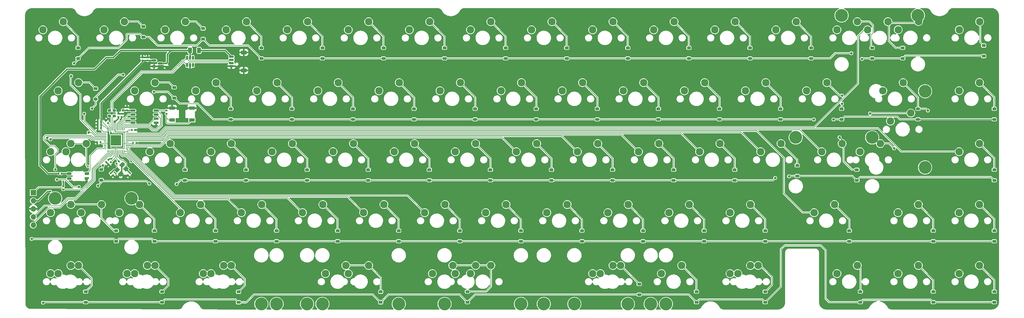
<source format=gbr>
%TF.GenerationSoftware,KiCad,Pcbnew,7.0.2-0*%
%TF.CreationDate,2023-06-24T13:11:33+03:00*%
%TF.ProjectId,rp2040-bakeneko65,72703230-3430-42d6-9261-6b656e656b6f,1*%
%TF.SameCoordinates,Original*%
%TF.FileFunction,Copper,L2,Bot*%
%TF.FilePolarity,Positive*%
%FSLAX46Y46*%
G04 Gerber Fmt 4.6, Leading zero omitted, Abs format (unit mm)*
G04 Created by KiCad (PCBNEW 7.0.2-0) date 2023-06-24 13:11:33*
%MOMM*%
%LPD*%
G01*
G04 APERTURE LIST*
G04 Aperture macros list*
%AMRoundRect*
0 Rectangle with rounded corners*
0 $1 Rounding radius*
0 $2 $3 $4 $5 $6 $7 $8 $9 X,Y pos of 4 corners*
0 Add a 4 corners polygon primitive as box body*
4,1,4,$2,$3,$4,$5,$6,$7,$8,$9,$2,$3,0*
0 Add four circle primitives for the rounded corners*
1,1,$1+$1,$2,$3*
1,1,$1+$1,$4,$5*
1,1,$1+$1,$6,$7*
1,1,$1+$1,$8,$9*
0 Add four rect primitives between the rounded corners*
20,1,$1+$1,$2,$3,$4,$5,0*
20,1,$1+$1,$4,$5,$6,$7,0*
20,1,$1+$1,$6,$7,$8,$9,0*
20,1,$1+$1,$8,$9,$2,$3,0*%
%AMRotRect*
0 Rectangle, with rotation*
0 The origin of the aperture is its center*
0 $1 length*
0 $2 width*
0 $3 Rotation angle, in degrees counterclockwise*
0 Add horizontal line*
21,1,$1,$2,0,0,$3*%
%AMFreePoly0*
4,1,18,-0.410000,0.593000,-0.403758,0.624380,-0.385983,0.650983,-0.359380,0.668758,-0.328000,0.675000,0.328000,0.675000,0.359380,0.668758,0.385983,0.650983,0.403758,0.624380,0.410000,0.593000,0.410000,-0.593000,0.403758,-0.624380,0.385983,-0.650983,0.359380,-0.668758,0.328000,-0.675000,0.000000,-0.675000,-0.410000,-0.265000,-0.410000,0.593000,-0.410000,0.593000,$1*%
G04 Aperture macros list end*
%TA.AperFunction,ComponentPad*%
%ADD10C,2.300000*%
%TD*%
%TA.AperFunction,ComponentPad*%
%ADD11C,4.000000*%
%TD*%
%TA.AperFunction,ComponentPad*%
%ADD12R,1.700000X1.700000*%
%TD*%
%TA.AperFunction,ComponentPad*%
%ADD13O,1.700000X1.700000*%
%TD*%
%TA.AperFunction,SMDPad,CuDef*%
%ADD14RoundRect,0.140000X0.140000X0.170000X-0.140000X0.170000X-0.140000X-0.170000X0.140000X-0.170000X0*%
%TD*%
%TA.AperFunction,SMDPad,CuDef*%
%ADD15RoundRect,0.225000X0.375000X-0.225000X0.375000X0.225000X-0.375000X0.225000X-0.375000X-0.225000X0*%
%TD*%
%TA.AperFunction,SMDPad,CuDef*%
%ADD16RoundRect,0.140000X0.170000X-0.140000X0.170000X0.140000X-0.170000X0.140000X-0.170000X-0.140000X0*%
%TD*%
%TA.AperFunction,SMDPad,CuDef*%
%ADD17RoundRect,0.140000X0.219203X0.021213X0.021213X0.219203X-0.219203X-0.021213X-0.021213X-0.219203X0*%
%TD*%
%TA.AperFunction,SMDPad,CuDef*%
%ADD18RoundRect,0.200000X-0.275000X0.200000X-0.275000X-0.200000X0.275000X-0.200000X0.275000X0.200000X0*%
%TD*%
%TA.AperFunction,SMDPad,CuDef*%
%ADD19RoundRect,0.082000X0.593000X-0.328000X0.593000X0.328000X-0.593000X0.328000X-0.593000X-0.328000X0*%
%TD*%
%TA.AperFunction,SMDPad,CuDef*%
%ADD20FreePoly0,90.000000*%
%TD*%
%TA.AperFunction,SMDPad,CuDef*%
%ADD21RoundRect,0.140000X-0.021213X0.219203X-0.219203X0.021213X0.021213X-0.219203X0.219203X-0.021213X0*%
%TD*%
%TA.AperFunction,SMDPad,CuDef*%
%ADD22R,1.800000X1.100000*%
%TD*%
%TA.AperFunction,SMDPad,CuDef*%
%ADD23RoundRect,0.140000X-0.140000X-0.170000X0.140000X-0.170000X0.140000X0.170000X-0.140000X0.170000X0*%
%TD*%
%TA.AperFunction,SMDPad,CuDef*%
%ADD24RoundRect,0.050000X0.387500X0.050000X-0.387500X0.050000X-0.387500X-0.050000X0.387500X-0.050000X0*%
%TD*%
%TA.AperFunction,SMDPad,CuDef*%
%ADD25RoundRect,0.050000X0.050000X0.387500X-0.050000X0.387500X-0.050000X-0.387500X0.050000X-0.387500X0*%
%TD*%
%TA.AperFunction,SMDPad,CuDef*%
%ADD26R,3.200000X3.200000*%
%TD*%
%TA.AperFunction,SMDPad,CuDef*%
%ADD27RotRect,1.400000X1.200000X45.000000*%
%TD*%
%TA.AperFunction,SMDPad,CuDef*%
%ADD28RoundRect,0.135000X0.185000X-0.135000X0.185000X0.135000X-0.185000X0.135000X-0.185000X-0.135000X0*%
%TD*%
%TA.AperFunction,SMDPad,CuDef*%
%ADD29RoundRect,0.140000X0.021213X-0.219203X0.219203X-0.021213X-0.021213X0.219203X-0.219203X0.021213X0*%
%TD*%
%TA.AperFunction,SMDPad,CuDef*%
%ADD30RoundRect,0.150000X-0.587500X-0.150000X0.587500X-0.150000X0.587500X0.150000X-0.587500X0.150000X0*%
%TD*%
%TA.AperFunction,SMDPad,CuDef*%
%ADD31RoundRect,0.150000X0.650000X0.150000X-0.650000X0.150000X-0.650000X-0.150000X0.650000X-0.150000X0*%
%TD*%
%TA.AperFunction,SMDPad,CuDef*%
%ADD32RoundRect,0.140000X-0.170000X0.140000X-0.170000X-0.140000X0.170000X-0.140000X0.170000X0.140000X0*%
%TD*%
%TA.AperFunction,SMDPad,CuDef*%
%ADD33RoundRect,0.150000X0.150000X-0.475000X0.150000X0.475000X-0.150000X0.475000X-0.150000X-0.475000X0*%
%TD*%
%TA.AperFunction,SMDPad,CuDef*%
%ADD34RoundRect,0.150000X-0.625000X0.150000X-0.625000X-0.150000X0.625000X-0.150000X0.625000X0.150000X0*%
%TD*%
%TA.AperFunction,SMDPad,CuDef*%
%ADD35RoundRect,0.250000X-0.650000X0.350000X-0.650000X-0.350000X0.650000X-0.350000X0.650000X0.350000X0*%
%TD*%
%TA.AperFunction,SMDPad,CuDef*%
%ADD36RoundRect,0.135000X0.035355X-0.226274X0.226274X-0.035355X-0.035355X0.226274X-0.226274X0.035355X0*%
%TD*%
%TA.AperFunction,SMDPad,CuDef*%
%ADD37RoundRect,0.250000X-0.375000X-0.625000X0.375000X-0.625000X0.375000X0.625000X-0.375000X0.625000X0*%
%TD*%
%TA.AperFunction,ViaPad*%
%ADD38C,0.800000*%
%TD*%
%TA.AperFunction,ViaPad*%
%ADD39C,0.600000*%
%TD*%
%TA.AperFunction,Conductor*%
%ADD40C,0.381000*%
%TD*%
%TA.AperFunction,Conductor*%
%ADD41C,0.200000*%
%TD*%
%TA.AperFunction,Conductor*%
%ADD42C,0.250000*%
%TD*%
G04 APERTURE END LIST*
D10*
%TO.P,SW42,1,1*%
%TO.N,COL7*%
X212883750Y-128428750D03*
%TO.P,SW42,2,2*%
%TO.N,Net-(D42-A)*%
X219233750Y-125888750D03*
%TD*%
%TO.P,SW27,1,1*%
%TO.N,COL9*%
X246221250Y-109378750D03*
%TO.P,SW27,2,2*%
%TO.N,Net-(D27-A)*%
X252571250Y-106838750D03*
%TD*%
%TO.P,SW76,1,1*%
%TO.N,COL6*%
X198596250Y-166528750D03*
%TO.P,SW76,2,2*%
%TO.N,Net-(D74-A)*%
X204946250Y-163988750D03*
%TD*%
%TO.P,SW14,1,1*%
%TO.N,COL13*%
X312896250Y-90328750D03*
%TO.P,SW14,2,2*%
%TO.N,Net-(D14-A)*%
X319246250Y-87788750D03*
%TD*%
%TO.P,SW41,1,1*%
%TO.N,COL6*%
X193833750Y-128428750D03*
%TO.P,SW41,2,2*%
%TO.N,Net-(D41-A)*%
X200183750Y-125888750D03*
%TD*%
%TO.P,SW39,1,1*%
%TO.N,COL4*%
X155733750Y-128428750D03*
%TO.P,SW39,2,2*%
%TO.N,Net-(D39-A)*%
X162083750Y-125888750D03*
%TD*%
%TO.P,SW33,1,1*%
%TO.N,COL15*%
X350996250Y-109378750D03*
%TO.P,SW33,2,2*%
%TO.N,Net-(D33-A)*%
X357346250Y-106838750D03*
%TD*%
%TO.P,SW37,1,1*%
%TO.N,COL2*%
X117633750Y-128428750D03*
%TO.P,SW37,2,2*%
%TO.N,Net-(D37-A)*%
X123983750Y-125888750D03*
%TD*%
%TO.P,SW43,1,1*%
%TO.N,COL8*%
X231933750Y-128428750D03*
%TO.P,SW43,2,2*%
%TO.N,Net-(D43-A)*%
X238283750Y-125888750D03*
%TD*%
%TO.P,SW52,1,1*%
%TO.N,COL1*%
X89058750Y-147478750D03*
%TO.P,SW52,2,2*%
%TO.N,Net-(D52-A)*%
X95408750Y-144938750D03*
%TD*%
%TO.P,SW17,1,1*%
%TO.N,COL14*%
X331978000Y-90297000D03*
%TO.P,SW17,2,2*%
%TO.N,Net-(D15-A)*%
X338328000Y-87757000D03*
%TD*%
%TO.P,SW68,1,1*%
%TO.N,COL1*%
X91440000Y-166528750D03*
%TO.P,SW68,2,2*%
%TO.N,Net-(D68-A)*%
X97790000Y-163988750D03*
%TD*%
%TO.P,SW21,1,1*%
%TO.N,COL3*%
X131921250Y-109378750D03*
%TO.P,SW21,2,2*%
%TO.N,Net-(D21-A)*%
X138271250Y-106838750D03*
%TD*%
%TO.P,SW40,1,1*%
%TO.N,COL5*%
X174783750Y-128428750D03*
%TO.P,SW40,2,2*%
%TO.N,Net-(D40-A)*%
X181133750Y-125888750D03*
%TD*%
D11*
%TO.P,S73,*%
%TO.N,*%
X176212500Y-176053750D03*
X152400000Y-176053750D03*
%TD*%
D10*
%TO.P,SW75,1,1*%
%TO.N,COL6*%
X193833750Y-166528750D03*
%TO.P,SW75,2,2*%
%TO.N,Net-(D74-A)*%
X200183750Y-163988750D03*
%TD*%
%TO.P,SW45,1,1*%
%TO.N,COL10*%
X270033750Y-128428750D03*
%TO.P,SW45,2,2*%
%TO.N,Net-(D45-A)*%
X276383750Y-125888750D03*
%TD*%
%TO.P,SW7,1,1*%
%TO.N,COL6*%
X179546250Y-90328750D03*
%TO.P,SW7,2,2*%
%TO.N,Net-(D7-A)*%
X185896250Y-87788750D03*
%TD*%
%TO.P,SW77,1,1*%
%TO.N,COL7*%
X236696250Y-166528750D03*
%TO.P,SW77,2,2*%
%TO.N,Net-(D77-A)*%
X243046250Y-163988750D03*
%TD*%
%TO.P,SW53,1,1*%
%TO.N,COL2*%
X108108750Y-147478750D03*
%TO.P,SW53,2,2*%
%TO.N,Net-(D53-A)*%
X114458750Y-144938750D03*
%TD*%
%TO.P,SW56,1,1*%
%TO.N,COL5*%
X165258750Y-147478750D03*
%TO.P,SW56,2,2*%
%TO.N,Net-(D56-A)*%
X171608750Y-144938750D03*
%TD*%
%TO.P,SW4,1,1*%
%TO.N,COL3*%
X122396250Y-90328750D03*
%TO.P,SW4,2,2*%
%TO.N,Net-(D4-A)*%
X128746250Y-87788750D03*
%TD*%
%TO.P,SW1,1,1*%
%TO.N,COL0*%
X65246250Y-90328750D03*
%TO.P,SW1,2,2*%
%TO.N,Net-(D1-A)*%
X71596250Y-87788750D03*
%TD*%
%TO.P,SW80,1,1*%
%TO.N,COL11*%
X279558750Y-166528750D03*
%TO.P,SW80,2,2*%
%TO.N,Net-(D80-A)*%
X285908750Y-163988750D03*
%TD*%
%TO.P,SW34,1,1*%
%TO.N,COL0*%
X67627500Y-128428750D03*
%TO.P,SW34,2,2*%
%TO.N,Net-(D35-A)*%
X73977500Y-125888750D03*
%TD*%
%TO.P,SW59,1,1*%
%TO.N,COL8*%
X222408750Y-147478750D03*
%TO.P,SW59,2,2*%
%TO.N,Net-(D59-A)*%
X228758750Y-144938750D03*
%TD*%
%TO.P,SW9,1,1*%
%TO.N,COL8*%
X217646250Y-90328750D03*
%TO.P,SW9,2,2*%
%TO.N,Net-(D9-A)*%
X223996250Y-87788750D03*
%TD*%
D12*
%TO.P,J2,1,Pin_1*%
%TO.N,RESET*%
X62230000Y-141224000D03*
D13*
%TO.P,J2,2,Pin_2*%
%TO.N,+3V3*%
X62230000Y-143764000D03*
%TO.P,J2,3,Pin_3*%
%TO.N,GND*%
X62230000Y-146304000D03*
%TO.P,J2,4,Pin_4*%
%TO.N,SWD*%
X62230000Y-148844000D03*
%TO.P,J2,5,Pin_5*%
%TO.N,SWCLK*%
X62230000Y-151384000D03*
%TD*%
D10*
%TO.P,SW6,1,1*%
%TO.N,COL5*%
X160496250Y-90328750D03*
%TO.P,SW6,2,2*%
%TO.N,Net-(D6-A)*%
X166846250Y-87788750D03*
%TD*%
%TO.P,SW81,1,1*%
%TO.N,COL11*%
X281940000Y-166528750D03*
%TO.P,SW81,2,2*%
%TO.N,Net-(D80-A)*%
X288290000Y-163988750D03*
%TD*%
D11*
%TO.P,S77,*%
%TO.N,*%
X259556250Y-176053750D03*
X221456250Y-176053750D03*
%TD*%
D10*
%TO.P,SW38,1,1*%
%TO.N,COL3*%
X136683750Y-128428750D03*
%TO.P,SW38,2,2*%
%TO.N,Net-(D38-A)*%
X143033750Y-125888750D03*
%TD*%
D11*
%TO.P,S50,*%
%TO.N,*%
X69056250Y-143033750D03*
X92868750Y-143033750D03*
%TD*%
D10*
%TO.P,SW66,1,1*%
%TO.N,COL0*%
X67627500Y-166528750D03*
%TO.P,SW66,2,2*%
%TO.N,Net-(D66-A)*%
X73977500Y-163988750D03*
%TD*%
%TO.P,SW51,1,1*%
%TO.N,COL0*%
X77152500Y-147478750D03*
%TO.P,SW51,2,2*%
%TO.N,Net-(D51-A)*%
X83502500Y-144938750D03*
%TD*%
%TO.P,SW55,1,1*%
%TO.N,COL4*%
X146208750Y-147478750D03*
%TO.P,SW55,2,2*%
%TO.N,Net-(D55-A)*%
X152558750Y-144938750D03*
%TD*%
%TO.P,SW44,1,1*%
%TO.N,COL9*%
X250983750Y-128428750D03*
%TO.P,SW44,2,2*%
%TO.N,Net-(D44-A)*%
X257333750Y-125888750D03*
%TD*%
%TO.P,SW57,1,1*%
%TO.N,COL6*%
X184308750Y-147478750D03*
%TO.P,SW57,2,2*%
%TO.N,Net-(D57-A)*%
X190658750Y-144938750D03*
%TD*%
%TO.P,SW30,1,1*%
%TO.N,COL12*%
X303371250Y-109378750D03*
%TO.P,SW30,2,2*%
%TO.N,Net-(D30-A)*%
X309721250Y-106838750D03*
%TD*%
%TO.P,SW2,1,1*%
%TO.N,COL1*%
X84296250Y-90328750D03*
%TO.P,SW2,2,2*%
%TO.N,Net-(D2-A)*%
X90646250Y-87788750D03*
%TD*%
D11*
%TO.P,S78,*%
%TO.N,*%
X254793750Y-176053750D03*
X230981250Y-176053750D03*
%TD*%
D10*
%TO.P,SW84,1,1*%
%TO.N,COL15*%
X350996250Y-166528750D03*
%TO.P,SW84,2,2*%
%TO.N,Net-(D84-A)*%
X357346250Y-163988750D03*
%TD*%
%TO.P,SW20,1,1*%
%TO.N,COL2*%
X112871250Y-109378750D03*
%TO.P,SW20,2,2*%
%TO.N,Net-(D20-A)*%
X119221250Y-106838750D03*
%TD*%
%TO.P,SW35,1,1*%
%TO.N,COL0*%
X72390000Y-128428750D03*
%TO.P,SW35,2,2*%
%TO.N,Net-(D35-A)*%
X78740000Y-125888750D03*
%TD*%
%TO.P,SW18,1,1*%
%TO.N,COL0*%
X70008750Y-109378750D03*
%TO.P,SW18,2,2*%
%TO.N,Net-(D18-A)*%
X76358750Y-106838750D03*
%TD*%
%TO.P,SW49,1,1*%
%TO.N,COL15*%
X350996250Y-128428750D03*
%TO.P,SW49,2,2*%
%TO.N,Net-(D49-A)*%
X357346250Y-125888750D03*
%TD*%
%TO.P,SW54,1,1*%
%TO.N,COL3*%
X127158750Y-147478750D03*
%TO.P,SW54,2,2*%
%TO.N,Net-(D54-A)*%
X133508750Y-144938750D03*
%TD*%
%TO.P,SW73,1,1*%
%TO.N,COL5*%
X160496250Y-166528750D03*
%TO.P,SW73,2,2*%
%TO.N,Net-(D72-A)*%
X166846250Y-163988750D03*
%TD*%
%TO.P,SW22,1,1*%
%TO.N,COL4*%
X150971250Y-109378750D03*
%TO.P,SW22,2,2*%
%TO.N,Net-(D22-A)*%
X157321250Y-106838750D03*
%TD*%
%TO.P,SW12,1,1*%
%TO.N,COL11*%
X274796250Y-90328750D03*
%TO.P,SW12,2,2*%
%TO.N,Net-(D12-A)*%
X281146250Y-87788750D03*
%TD*%
%TO.P,SW62,1,1*%
%TO.N,COL11*%
X279558750Y-147478750D03*
%TO.P,SW62,2,2*%
%TO.N,Net-(D62-A)*%
X285908750Y-144938750D03*
%TD*%
%TO.P,SW8,1,1*%
%TO.N,COL7*%
X198596250Y-90328750D03*
%TO.P,SW8,2,2*%
%TO.N,Net-(D8-A)*%
X204946250Y-87788750D03*
%TD*%
%TO.P,SW83,1,1*%
%TO.N,COL13*%
X331946250Y-166528750D03*
%TO.P,SW83,2,2*%
%TO.N,Net-(D83-A)*%
X338296250Y-163988750D03*
%TD*%
D11*
%TO.P,S32,*%
%TO.N,*%
X340360000Y-133350000D03*
X340360000Y-109537500D03*
%TD*%
D10*
%TO.P,SW46,1,1*%
%TO.N,COL11*%
X289083750Y-128428750D03*
%TO.P,SW46,2,2*%
%TO.N,Net-(D46-A)*%
X295433750Y-125888750D03*
%TD*%
%TO.P,SW48,1,1*%
%TO.N,COL13*%
X320040000Y-128428750D03*
%TO.P,SW48,2,2*%
%TO.N,Net-(D31-A)*%
X326390000Y-125888750D03*
%TD*%
%TO.P,SW67,1,1*%
%TO.N,COL0*%
X70008750Y-166528750D03*
%TO.P,SW67,2,2*%
%TO.N,Net-(D66-A)*%
X76358750Y-163988750D03*
%TD*%
%TO.P,SW61,1,1*%
%TO.N,COL10*%
X260508750Y-147478750D03*
%TO.P,SW61,2,2*%
%TO.N,Net-(D61-A)*%
X266858750Y-144938750D03*
%TD*%
%TO.P,SW82,1,1*%
%TO.N,COL12*%
X312896250Y-166528750D03*
%TO.P,SW82,2,2*%
%TO.N,Net-(D82-A)*%
X319246250Y-163988750D03*
%TD*%
%TO.P,SW26,1,1*%
%TO.N,COL8*%
X227171250Y-109378750D03*
%TO.P,SW26,2,2*%
%TO.N,Net-(D26-A)*%
X233521250Y-106838750D03*
%TD*%
D11*
%TO.P,S75,*%
%TO.N,*%
X247650000Y-176053750D03*
X147637500Y-176053750D03*
%TD*%
D10*
%TO.P,SW79,1,1*%
%TO.N,COL9*%
X258127500Y-166528750D03*
%TO.P,SW79,2,2*%
%TO.N,Net-(D79-A)*%
X264477500Y-163988750D03*
%TD*%
%TO.P,SW47,1,1*%
%TO.N,COL13*%
X308133750Y-128428750D03*
%TO.P,SW47,2,2*%
%TO.N,Net-(D47-A)*%
X314483750Y-125888750D03*
%TD*%
%TO.P,SW32,1,1*%
%TO.N,COL13*%
X329565000Y-118903750D03*
%TO.P,SW32,2,2*%
%TO.N,Net-(D47-A)*%
X335915000Y-116363750D03*
%TD*%
D11*
%TO.P,S74,*%
%TO.N,*%
X247650000Y-176053750D03*
X133350000Y-176053750D03*
%TD*%
%TO.P,S47,*%
%TO.N,*%
X300037500Y-123983750D03*
X323850000Y-123983750D03*
%TD*%
D10*
%TO.P,SW10,1,1*%
%TO.N,COL9*%
X236696250Y-90328750D03*
%TO.P,SW10,2,2*%
%TO.N,Net-(D10-A)*%
X243046250Y-87788750D03*
%TD*%
%TO.P,SW31,1,1*%
%TO.N,COL13*%
X327183750Y-109378750D03*
%TO.P,SW31,2,2*%
%TO.N,Net-(D31-A)*%
X333533750Y-106838750D03*
%TD*%
%TO.P,SW11,1,1*%
%TO.N,COL10*%
X255746250Y-90328750D03*
%TO.P,SW11,2,2*%
%TO.N,Net-(D11-A)*%
X262096250Y-87788750D03*
%TD*%
%TO.P,SW70,1,1*%
%TO.N,COL2*%
X115252500Y-166528750D03*
%TO.P,SW70,2,2*%
%TO.N,Net-(D70-A)*%
X121602500Y-163988750D03*
%TD*%
%TO.P,SW5,1,1*%
%TO.N,COL4*%
X141446250Y-90328750D03*
%TO.P,SW5,2,2*%
%TO.N,Net-(D5-A)*%
X147796250Y-87788750D03*
%TD*%
%TO.P,SW78,1,1*%
%TO.N,COL7*%
X239077500Y-166528750D03*
%TO.P,SW78,2,2*%
%TO.N,Net-(D77-A)*%
X245427500Y-163988750D03*
%TD*%
%TO.P,SW16,1,1*%
%TO.N,COL15*%
X351028000Y-90297000D03*
%TO.P,SW16,2,2*%
%TO.N,Net-(D16-A)*%
X357378000Y-87757000D03*
%TD*%
%TO.P,SW13,1,1*%
%TO.N,COL12*%
X293846250Y-90328750D03*
%TO.P,SW13,2,2*%
%TO.N,Net-(D13-A)*%
X300196250Y-87788750D03*
%TD*%
%TO.P,SW3,1,1*%
%TO.N,COL2*%
X103346250Y-90328750D03*
%TO.P,SW3,2,2*%
%TO.N,Net-(D3-A)*%
X109696250Y-87788750D03*
%TD*%
%TO.P,SW72,1,1*%
%TO.N,COL5*%
X153352500Y-166528750D03*
%TO.P,SW72,2,2*%
%TO.N,Net-(D72-A)*%
X159702500Y-163988750D03*
%TD*%
%TO.P,SW23,1,1*%
%TO.N,COL5*%
X170021250Y-109378750D03*
%TO.P,SW23,2,2*%
%TO.N,Net-(D23-A)*%
X176371250Y-106838750D03*
%TD*%
%TO.P,SW65,1,1*%
%TO.N,COL15*%
X350996250Y-147478750D03*
%TO.P,SW65,2,2*%
%TO.N,Net-(D65-A)*%
X357346250Y-144938750D03*
%TD*%
%TO.P,SW69,1,1*%
%TO.N,COL1*%
X93821250Y-166528750D03*
%TO.P,SW69,2,2*%
%TO.N,Net-(D68-A)*%
X100171250Y-163988750D03*
%TD*%
%TO.P,SW19,1,1*%
%TO.N,COL1*%
X93821250Y-109378750D03*
%TO.P,SW19,2,2*%
%TO.N,Net-(D19-A)*%
X100171250Y-106838750D03*
%TD*%
%TO.P,SW25,1,1*%
%TO.N,COL7*%
X208121250Y-109378750D03*
%TO.P,SW25,2,2*%
%TO.N,Net-(D25-A)*%
X214471250Y-106838750D03*
%TD*%
%TO.P,SW74,1,1*%
%TO.N,COL6*%
X186690000Y-166528750D03*
%TO.P,SW74,2,2*%
%TO.N,Net-(D74-A)*%
X193040000Y-163988750D03*
%TD*%
%TO.P,SW71,1,1*%
%TO.N,COL2*%
X117633750Y-166528750D03*
%TO.P,SW71,2,2*%
%TO.N,Net-(D70-A)*%
X123983750Y-163988750D03*
%TD*%
%TO.P,SW24,1,1*%
%TO.N,COL6*%
X189071250Y-109378750D03*
%TO.P,SW24,2,2*%
%TO.N,Net-(D24-A)*%
X195421250Y-106838750D03*
%TD*%
%TO.P,SW60,1,1*%
%TO.N,COL9*%
X241458750Y-147478750D03*
%TO.P,SW60,2,2*%
%TO.N,Net-(D60-A)*%
X247808750Y-144938750D03*
%TD*%
D11*
%TO.P,S76,*%
%TO.N,*%
X214312500Y-176053750D03*
X190500000Y-176053750D03*
%TD*%
D10*
%TO.P,SW63,1,1*%
%TO.N,COL12*%
X305752500Y-147478750D03*
%TO.P,SW63,2,2*%
%TO.N,Net-(D63-A)*%
X312102500Y-144938750D03*
%TD*%
%TO.P,SW50,1,1*%
%TO.N,COL0*%
X67627500Y-147478750D03*
%TO.P,SW50,2,2*%
%TO.N,Net-(D51-A)*%
X73977500Y-144938750D03*
%TD*%
%TO.P,SW58,1,1*%
%TO.N,COL7*%
X203358750Y-147478750D03*
%TO.P,SW58,2,2*%
%TO.N,Net-(D58-A)*%
X209708750Y-144938750D03*
%TD*%
D11*
%TO.P,S72,*%
%TO.N,*%
X176212500Y-176053750D03*
X138112500Y-176053750D03*
%TD*%
D10*
%TO.P,SW36,1,1*%
%TO.N,COL1*%
X98583750Y-128428750D03*
%TO.P,SW36,2,2*%
%TO.N,Net-(D36-A)*%
X104933750Y-125888750D03*
%TD*%
%TO.P,SW28,1,1*%
%TO.N,COL10*%
X265271250Y-109378750D03*
%TO.P,SW28,2,2*%
%TO.N,Net-(D28-A)*%
X271621250Y-106838750D03*
%TD*%
%TO.P,SW64,1,1*%
%TO.N,COL13*%
X331946250Y-147478750D03*
%TO.P,SW64,2,2*%
%TO.N,Net-(D64-A)*%
X338296250Y-144938750D03*
%TD*%
D11*
%TO.P,S17,*%
%TO.N,*%
X314325000Y-85852000D03*
X338137500Y-85852000D03*
%TD*%
D10*
%TO.P,SW15,1,1*%
%TO.N,COL14*%
X322421250Y-90328750D03*
%TO.P,SW15,2,2*%
%TO.N,Net-(D15-A)*%
X328771250Y-87788750D03*
%TD*%
%TO.P,SW29,1,1*%
%TO.N,COL11*%
X284321250Y-109378750D03*
%TO.P,SW29,2,2*%
%TO.N,Net-(D29-A)*%
X290671250Y-106838750D03*
%TD*%
D14*
%TO.P,C15,1*%
%TO.N,+3V3*%
X83309194Y-121074731D03*
%TO.P,C15,2*%
%TO.N,GND*%
X82349194Y-121074731D03*
%TD*%
D15*
%TO.P,D29,1,K*%
%TO.N,ROW1*%
X295275000Y-118331250D03*
%TO.P,D29,2,A*%
%TO.N,Net-(D29-A)*%
X295275000Y-115031250D03*
%TD*%
%TO.P,D56,1,K*%
%TO.N,ROW3*%
X176212500Y-156431250D03*
%TO.P,D56,2,A*%
%TO.N,Net-(D56-A)*%
X176212500Y-153131250D03*
%TD*%
%TO.P,D40,1,K*%
%TO.N,ROW2*%
X185737500Y-137381250D03*
%TO.P,D40,2,A*%
%TO.N,Net-(D40-A)*%
X185737500Y-134081250D03*
%TD*%
%TO.P,D14,1,K*%
%TO.N,ROW0*%
X323850000Y-99281250D03*
%TO.P,D14,2,A*%
%TO.N,Net-(D14-A)*%
X323850000Y-95981250D03*
%TD*%
%TO.P,D39,1,K*%
%TO.N,ROW2*%
X166687500Y-137381250D03*
%TO.P,D39,2,A*%
%TO.N,Net-(D39-A)*%
X166687500Y-134081250D03*
%TD*%
%TO.P,D49,1,K*%
%TO.N,ROW2*%
X361950000Y-137381250D03*
%TO.P,D49,2,A*%
%TO.N,Net-(D49-A)*%
X361950000Y-134081250D03*
%TD*%
%TO.P,D43,1,K*%
%TO.N,ROW2*%
X242887500Y-137381250D03*
%TO.P,D43,2,A*%
%TO.N,Net-(D43-A)*%
X242887500Y-134081250D03*
%TD*%
D14*
%TO.P,C14,1*%
%TO.N,+3V3*%
X83309194Y-120058731D03*
%TO.P,C14,2*%
%TO.N,GND*%
X82349194Y-120058731D03*
%TD*%
D15*
%TO.P,D84,1,K*%
%TO.N,ROW4*%
X361950000Y-175481250D03*
%TO.P,D84,2,A*%
%TO.N,Net-(D84-A)*%
X361950000Y-172181250D03*
%TD*%
D16*
%TO.P,C5,1*%
%TO.N,+3V3*%
X96266000Y-99893000D03*
%TO.P,C5,2*%
%TO.N,GND*%
X96266000Y-98933000D03*
%TD*%
D15*
%TO.P,D52,1,K*%
%TO.N,ROW3*%
X100012500Y-156431250D03*
%TO.P,D52,2,A*%
%TO.N,Net-(D52-A)*%
X100012500Y-153131250D03*
%TD*%
%TO.P,D77,1,K*%
%TO.N,ROW4*%
X251206000Y-173099000D03*
%TO.P,D77,2,A*%
%TO.N,Net-(D77-A)*%
X251206000Y-169799000D03*
%TD*%
%TO.P,D1,1,K*%
%TO.N,ROW0*%
X76200000Y-99281250D03*
%TO.P,D1,2,A*%
%TO.N,Net-(D1-A)*%
X76200000Y-95981250D03*
%TD*%
D17*
%TO.P,C6,1*%
%TO.N,+1V1*%
X85556411Y-119423822D03*
%TO.P,C6,2*%
%TO.N,GND*%
X84877589Y-118745000D03*
%TD*%
D16*
%TO.P,C1,1*%
%TO.N,+3V3*%
X91440000Y-115514000D03*
%TO.P,C1,2*%
%TO.N,GND*%
X91440000Y-114554000D03*
%TD*%
D15*
%TO.P,D70,1,K*%
%TO.N,ROW4*%
X126238000Y-175514000D03*
%TO.P,D70,2,A*%
%TO.N,Net-(D70-A)*%
X126238000Y-172214000D03*
%TD*%
D18*
%TO.P,R2,1*%
%TO.N,D-*%
X85979000Y-115570000D03*
%TO.P,R2,2*%
%TO.N,/D_N*%
X85979000Y-117220000D03*
%TD*%
D19*
%TO.P,LED1,1,VDD*%
%TO.N,Net-(LED1-VDD)*%
X73475000Y-135298750D03*
%TO.P,LED1,2,DOUT*%
%TO.N,unconnected-(LED1-DOUT-Pad2)*%
X73475000Y-136798750D03*
%TO.P,LED1,3,DIN*%
%TO.N,LED*%
X78925000Y-135298750D03*
D20*
%TO.P,LED1,4,VSS*%
%TO.N,GND*%
X78925000Y-136798750D03*
%TD*%
D14*
%TO.P,C16,1*%
%TO.N,+3V3*%
X83157000Y-125476000D03*
%TO.P,C16,2*%
%TO.N,GND*%
X82197000Y-125476000D03*
%TD*%
D15*
%TO.P,D24,1,K*%
%TO.N,ROW1*%
X200025000Y-118331250D03*
%TO.P,D24,2,A*%
%TO.N,Net-(D24-A)*%
X200025000Y-115031250D03*
%TD*%
%TO.P,D68,1,K*%
%TO.N,ROW4*%
X102393750Y-175481250D03*
%TO.P,D68,2,A*%
%TO.N,Net-(D68-A)*%
X102393750Y-172181250D03*
%TD*%
D16*
%TO.P,C8,1*%
%TO.N,+1V1*%
X89789000Y-117574000D03*
%TO.P,C8,2*%
%TO.N,GND*%
X89789000Y-116614000D03*
%TD*%
D15*
%TO.P,D72,1,K*%
%TO.N,ROW4*%
X170561000Y-175513000D03*
%TO.P,D72,2,A*%
%TO.N,Net-(D72-A)*%
X170561000Y-172213000D03*
%TD*%
%TO.P,D33,1,K*%
%TO.N,ROW1*%
X361950000Y-118331250D03*
%TO.P,D33,2,A*%
%TO.N,Net-(D33-A)*%
X361950000Y-115031250D03*
%TD*%
%TO.P,D18,1,K*%
%TO.N,ROW1*%
X81661000Y-112013000D03*
%TO.P,D18,2,A*%
%TO.N,Net-(D18-A)*%
X81661000Y-108713000D03*
%TD*%
%TO.P,D38,1,K*%
%TO.N,ROW2*%
X147637500Y-137381250D03*
%TO.P,D38,2,A*%
%TO.N,Net-(D38-A)*%
X147637500Y-134081250D03*
%TD*%
D21*
%TO.P,C11,1*%
%TO.N,+3V3*%
X86385194Y-131742731D03*
%TO.P,C11,2*%
%TO.N,GND*%
X85706372Y-132421553D03*
%TD*%
D15*
%TO.P,D35,1,K*%
%TO.N,ROW2*%
X83439000Y-137285000D03*
%TO.P,D35,2,A*%
%TO.N,Net-(D35-A)*%
X83439000Y-133985000D03*
%TD*%
%TO.P,D51,1,K*%
%TO.N,ROW3*%
X88106250Y-156431250D03*
%TO.P,D51,2,A*%
%TO.N,Net-(D51-A)*%
X88106250Y-153131250D03*
%TD*%
%TO.P,D37,1,K*%
%TO.N,ROW2*%
X128587500Y-137381250D03*
%TO.P,D37,2,A*%
%TO.N,Net-(D37-A)*%
X128587500Y-134081250D03*
%TD*%
%TO.P,D30,1,K*%
%TO.N,ROW1*%
X314325000Y-118331250D03*
%TO.P,D30,2,A*%
%TO.N,Net-(D30-A)*%
X314325000Y-115031250D03*
%TD*%
%TO.P,D46,1,K*%
%TO.N,ROW2*%
X300482000Y-136016000D03*
%TO.P,D46,2,A*%
%TO.N,Net-(D46-A)*%
X300482000Y-132716000D03*
%TD*%
%TO.P,D7,1,K*%
%TO.N,ROW0*%
X190500000Y-99281250D03*
%TO.P,D7,2,A*%
%TO.N,Net-(D7-A)*%
X190500000Y-95981250D03*
%TD*%
D22*
%TO.P,SW85,1,1*%
%TO.N,GND*%
X111747000Y-114808000D03*
X105547000Y-114808000D03*
%TO.P,SW85,2,2*%
%TO.N,Net-(R3-Pad1)*%
X111747000Y-118508000D03*
X105547000Y-118508000D03*
%TD*%
D15*
%TO.P,D58,1,K*%
%TO.N,ROW3*%
X214312500Y-156431250D03*
%TO.P,D58,2,A*%
%TO.N,Net-(D58-A)*%
X214312500Y-153131250D03*
%TD*%
%TO.P,D82,1,K*%
%TO.N,ROW4*%
X320167000Y-175481250D03*
%TO.P,D82,2,A*%
%TO.N,Net-(D82-A)*%
X320167000Y-172181250D03*
%TD*%
%TO.P,D27,1,K*%
%TO.N,ROW1*%
X257175000Y-118331250D03*
%TO.P,D27,2,A*%
%TO.N,Net-(D27-A)*%
X257175000Y-115031250D03*
%TD*%
D23*
%TO.P,C12,1*%
%TO.N,+3V3*%
X92992000Y-121666000D03*
%TO.P,C12,2*%
%TO.N,GND*%
X93952000Y-121666000D03*
%TD*%
D15*
%TO.P,D80,1,K*%
%TO.N,ROW4*%
X290512500Y-175481250D03*
%TO.P,D80,2,A*%
%TO.N,Net-(D80-A)*%
X290512500Y-172181250D03*
%TD*%
%TO.P,D5,1,K*%
%TO.N,ROW0*%
X152400000Y-99281250D03*
%TO.P,D5,2,A*%
%TO.N,Net-(D5-A)*%
X152400000Y-95981250D03*
%TD*%
%TO.P,D64,1,K*%
%TO.N,ROW3*%
X342900000Y-156431250D03*
%TO.P,D64,2,A*%
%TO.N,Net-(D64-A)*%
X342900000Y-153131250D03*
%TD*%
%TO.P,D61,1,K*%
%TO.N,ROW3*%
X271462500Y-156431250D03*
%TO.P,D61,2,A*%
%TO.N,Net-(D61-A)*%
X271462500Y-153131250D03*
%TD*%
D24*
%TO.P,U1,1,IOVDD*%
%TO.N,+3V3*%
X91468006Y-122287732D03*
%TO.P,U1,2,GPIO0*%
%TO.N,COL14*%
X91468006Y-122687732D03*
%TO.P,U1,3,GPIO1*%
%TO.N,COL15*%
X91468006Y-123087732D03*
%TO.P,U1,4,GPIO2*%
%TO.N,COL13*%
X91468006Y-123487732D03*
%TO.P,U1,5,GPIO3*%
%TO.N,COL12*%
X91468006Y-123887732D03*
%TO.P,U1,6,GPIO4*%
%TO.N,COL11*%
X91468006Y-124287732D03*
%TO.P,U1,7,GPIO5*%
%TO.N,COL10*%
X91468006Y-124687732D03*
%TO.P,U1,8,GPIO6*%
%TO.N,COL9*%
X91468006Y-125087732D03*
%TO.P,U1,9,GPIO7*%
%TO.N,unconnected-(U1-GPIO7-Pad9)*%
X91468006Y-125487732D03*
%TO.P,U1,10,IOVDD*%
%TO.N,+3V3*%
X91468006Y-125887732D03*
%TO.P,U1,11,GPIO8*%
%TO.N,COL8*%
X91468006Y-126287732D03*
%TO.P,U1,12,GPIO9*%
%TO.N,COL7*%
X91468006Y-126687732D03*
%TO.P,U1,13,GPIO10*%
%TO.N,COL6*%
X91468006Y-127087732D03*
%TO.P,U1,14,GPIO11*%
%TO.N,COL5*%
X91468006Y-127487732D03*
D25*
%TO.P,U1,15,GPIO12*%
%TO.N,COL4*%
X90630506Y-128325232D03*
%TO.P,U1,16,GPIO13*%
%TO.N,COL3*%
X90230506Y-128325232D03*
%TO.P,U1,17,GPIO14*%
%TO.N,COL2*%
X89830506Y-128325232D03*
%TO.P,U1,18,GPIO15*%
%TO.N,COL1*%
X89430506Y-128325232D03*
%TO.P,U1,19,TESTEN*%
%TO.N,GND*%
X89030506Y-128325232D03*
%TO.P,U1,20,XIN*%
%TO.N,XTAL_IN*%
X88630506Y-128325232D03*
%TO.P,U1,21,XOUT*%
%TO.N,XTAL_OUT*%
X88230506Y-128325232D03*
%TO.P,U1,22,IOVDD*%
%TO.N,+3V3*%
X87830506Y-128325232D03*
%TO.P,U1,23,DVDD*%
%TO.N,+1V1*%
X87430506Y-128325232D03*
%TO.P,U1,24,SWCLK*%
%TO.N,SWCLK*%
X87030506Y-128325232D03*
%TO.P,U1,25,SWD*%
%TO.N,SWD*%
X86630506Y-128325232D03*
%TO.P,U1,26,RUN*%
%TO.N,RESET*%
X86230506Y-128325232D03*
%TO.P,U1,27,GPIO16*%
%TO.N,unconnected-(U1-GPIO16-Pad27)*%
X85830506Y-128325232D03*
%TO.P,U1,28,GPIO17*%
%TO.N,unconnected-(U1-GPIO17-Pad28)*%
X85430506Y-128325232D03*
D24*
%TO.P,U1,29,GPIO18*%
%TO.N,LED*%
X84593006Y-127487732D03*
%TO.P,U1,30,GPIO19*%
%TO.N,unconnected-(U1-GPIO19-Pad30)*%
X84593006Y-127087732D03*
%TO.P,U1,31,GPIO20*%
%TO.N,unconnected-(U1-GPIO20-Pad31)*%
X84593006Y-126687732D03*
%TO.P,U1,32,GPIO21*%
%TO.N,unconnected-(U1-GPIO21-Pad32)*%
X84593006Y-126287732D03*
%TO.P,U1,33,IOVDD*%
%TO.N,+3V3*%
X84593006Y-125887732D03*
%TO.P,U1,34,GPIO22*%
%TO.N,unconnected-(U1-GPIO22-Pad34)*%
X84593006Y-125487732D03*
%TO.P,U1,35,GPIO23*%
%TO.N,unconnected-(U1-GPIO23-Pad35)*%
X84593006Y-125087732D03*
%TO.P,U1,36,GPIO24*%
%TO.N,ROW4*%
X84593006Y-124687732D03*
%TO.P,U1,37,GPIO25*%
%TO.N,ROW3*%
X84593006Y-124287732D03*
%TO.P,U1,38,GPIO26_ADC0*%
%TO.N,ROW2*%
X84593006Y-123887732D03*
%TO.P,U1,39,GPIO27_ADC1*%
%TO.N,ROW1*%
X84593006Y-123487732D03*
%TO.P,U1,40,GPIO28_ADC2*%
%TO.N,ROW0*%
X84593006Y-123087732D03*
%TO.P,U1,41,GPIO29_ADC3*%
%TO.N,COL0*%
X84593006Y-122687732D03*
%TO.P,U1,42,IOVDD*%
%TO.N,+3V3*%
X84593006Y-122287732D03*
D25*
%TO.P,U1,43,ADC_AVDD*%
X85430506Y-121450232D03*
%TO.P,U1,44,VREG_IN*%
X85830506Y-121450232D03*
%TO.P,U1,45,VREG_VOUT*%
%TO.N,+1V1*%
X86230506Y-121450232D03*
%TO.P,U1,46,USB_DM*%
%TO.N,/D_N*%
X86630506Y-121450232D03*
%TO.P,U1,47,USB_DP*%
%TO.N,/D_P*%
X87030506Y-121450232D03*
%TO.P,U1,48,USB_VDD*%
%TO.N,+3V3*%
X87430506Y-121450232D03*
%TO.P,U1,49,IOVDD*%
X87830506Y-121450232D03*
%TO.P,U1,50,DVDD*%
%TO.N,+1V1*%
X88230506Y-121450232D03*
%TO.P,U1,51,QSPI_SD3*%
%TO.N,SD3*%
X88630506Y-121450232D03*
%TO.P,U1,52,QSPI_SCLK*%
%TO.N,QSPI_CLK*%
X89030506Y-121450232D03*
%TO.P,U1,53,QSPI_SD0*%
%TO.N,SD0*%
X89430506Y-121450232D03*
%TO.P,U1,54,QSPI_SD2*%
%TO.N,SD2*%
X89830506Y-121450232D03*
%TO.P,U1,55,QSPI_SD1*%
%TO.N,SD1*%
X90230506Y-121450232D03*
%TO.P,U1,56,QSPI_SS*%
%TO.N,CS*%
X90630506Y-121450232D03*
D26*
%TO.P,U1,57,GND*%
%TO.N,GND*%
X88030506Y-124887732D03*
%TD*%
D15*
%TO.P,D11,1,K*%
%TO.N,ROW0*%
X266700000Y-99281250D03*
%TO.P,D11,2,A*%
%TO.N,Net-(D11-A)*%
X266700000Y-95981250D03*
%TD*%
D17*
%TO.P,C3,1*%
%TO.N,GND*%
X87074559Y-135785337D03*
%TO.P,C3,2*%
%TO.N,Net-(C3-Pad2)*%
X86395737Y-135106515D03*
%TD*%
D15*
%TO.P,D54,1,K*%
%TO.N,ROW3*%
X138112500Y-156431250D03*
%TO.P,D54,2,A*%
%TO.N,Net-(D54-A)*%
X138112500Y-153131250D03*
%TD*%
%TO.P,D21,1,K*%
%TO.N,ROW1*%
X142875000Y-118331250D03*
%TO.P,D21,2,A*%
%TO.N,Net-(D21-A)*%
X142875000Y-115031250D03*
%TD*%
%TO.P,D15,1,K*%
%TO.N,ROW0*%
X333375000Y-99281250D03*
%TO.P,D15,2,A*%
%TO.N,Net-(D15-A)*%
X333375000Y-95981250D03*
%TD*%
D14*
%TO.P,C10,1*%
%TO.N,+3V3*%
X83309194Y-119042731D03*
%TO.P,C10,2*%
%TO.N,GND*%
X82349194Y-119042731D03*
%TD*%
D15*
%TO.P,D65,1,K*%
%TO.N,ROW3*%
X361950000Y-156431250D03*
%TO.P,D65,2,A*%
%TO.N,Net-(D65-A)*%
X361950000Y-153131250D03*
%TD*%
D27*
%TO.P,Y1,1,1*%
%TO.N,Net-(C3-Pad2)*%
X88360366Y-134143634D03*
%TO.P,Y1,2,2*%
%TO.N,GND*%
X89916001Y-132587999D03*
%TO.P,Y1,3,3*%
%TO.N,XTAL_IN*%
X91118082Y-133790080D03*
%TO.P,Y1,4,4*%
%TO.N,GND*%
X89562447Y-135345715D03*
%TD*%
D15*
%TO.P,D62,1,K*%
%TO.N,ROW3*%
X290512500Y-156431250D03*
%TO.P,D62,2,A*%
%TO.N,Net-(D62-A)*%
X290512500Y-153131250D03*
%TD*%
%TO.P,D2,1,K*%
%TO.N,ROW0*%
X96520000Y-92582000D03*
%TO.P,D2,2,A*%
%TO.N,Net-(D2-A)*%
X96520000Y-89282000D03*
%TD*%
%TO.P,D22,1,K*%
%TO.N,ROW1*%
X161925000Y-118331250D03*
%TO.P,D22,2,A*%
%TO.N,Net-(D22-A)*%
X161925000Y-115031250D03*
%TD*%
%TO.P,D28,1,K*%
%TO.N,ROW1*%
X276225000Y-118331250D03*
%TO.P,D28,2,A*%
%TO.N,Net-(D28-A)*%
X276225000Y-115031250D03*
%TD*%
D28*
%TO.P,R5,1*%
%TO.N,RESET*%
X71577200Y-140260800D03*
%TO.P,R5,2*%
%TO.N,+3V3*%
X71577200Y-139240800D03*
%TD*%
D21*
%TO.P,C7,1*%
%TO.N,+1V1*%
X85623194Y-130980731D03*
%TO.P,C7,2*%
%TO.N,GND*%
X84944372Y-131659553D03*
%TD*%
D15*
%TO.P,D59,1,K*%
%TO.N,ROW3*%
X233362500Y-156431250D03*
%TO.P,D59,2,A*%
%TO.N,Net-(D59-A)*%
X233362500Y-153131250D03*
%TD*%
%TO.P,D8,1,K*%
%TO.N,ROW0*%
X209550000Y-99281250D03*
%TO.P,D8,2,A*%
%TO.N,Net-(D8-A)*%
X209550000Y-95981250D03*
%TD*%
%TO.P,D25,1,K*%
%TO.N,ROW1*%
X219075000Y-118331250D03*
%TO.P,D25,2,A*%
%TO.N,Net-(D25-A)*%
X219075000Y-115031250D03*
%TD*%
%TO.P,D4,1,K*%
%TO.N,ROW0*%
X133350000Y-99281250D03*
%TO.P,D4,2,A*%
%TO.N,Net-(D4-A)*%
X133350000Y-95981250D03*
%TD*%
%TO.P,D41,1,K*%
%TO.N,ROW2*%
X204787500Y-137381250D03*
%TO.P,D41,2,A*%
%TO.N,Net-(D41-A)*%
X204787500Y-134081250D03*
%TD*%
%TO.P,D74,1,K*%
%TO.N,ROW4*%
X197643750Y-175481250D03*
%TO.P,D74,2,A*%
%TO.N,Net-(D74-A)*%
X197643750Y-172181250D03*
%TD*%
%TO.P,D57,1,K*%
%TO.N,ROW3*%
X195262500Y-156431250D03*
%TO.P,D57,2,A*%
%TO.N,Net-(D57-A)*%
X195262500Y-153131250D03*
%TD*%
%TO.P,D26,1,K*%
%TO.N,ROW1*%
X238125000Y-118331250D03*
%TO.P,D26,2,A*%
%TO.N,Net-(D26-A)*%
X238125000Y-115031250D03*
%TD*%
%TO.P,D55,1,K*%
%TO.N,ROW3*%
X157162500Y-156431250D03*
%TO.P,D55,2,A*%
%TO.N,Net-(D55-A)*%
X157162500Y-153131250D03*
%TD*%
%TO.P,D44,1,K*%
%TO.N,ROW2*%
X261937500Y-137381250D03*
%TO.P,D44,2,A*%
%TO.N,Net-(D44-A)*%
X261937500Y-134081250D03*
%TD*%
%TO.P,D16,1,K*%
%TO.N,ROW0*%
X358648000Y-98551000D03*
%TO.P,D16,2,A*%
%TO.N,Net-(D16-A)*%
X358648000Y-95251000D03*
%TD*%
D29*
%TO.P,C2,1*%
%TO.N,GND*%
X91729737Y-135785337D03*
%TO.P,C2,2*%
%TO.N,XTAL_IN*%
X92408559Y-135106515D03*
%TD*%
D30*
%TO.P,U3,1,GND*%
%TO.N,GND*%
X99900500Y-101788000D03*
%TO.P,U3,2,VO*%
%TO.N,+3V3*%
X99900500Y-99888000D03*
%TO.P,U3,3,VI*%
%TO.N,+5V*%
X101775500Y-100838000D03*
%TD*%
D15*
%TO.P,D19,1,K*%
%TO.N,ROW1*%
X106172000Y-111632000D03*
%TO.P,D19,2,A*%
%TO.N,Net-(D19-A)*%
X106172000Y-108332000D03*
%TD*%
%TO.P,D36,1,K*%
%TO.N,ROW2*%
X109537500Y-137381250D03*
%TO.P,D36,2,A*%
%TO.N,Net-(D36-A)*%
X109537500Y-134081250D03*
%TD*%
D23*
%TO.P,C17,1*%
%TO.N,+3V3*%
X93373000Y-125730000D03*
%TO.P,C17,2*%
%TO.N,GND*%
X94333000Y-125730000D03*
%TD*%
D18*
%TO.P,R1,1*%
%TO.N,D+*%
X87503000Y-115570000D03*
%TO.P,R1,2*%
%TO.N,/D_P*%
X87503000Y-117220000D03*
%TD*%
D15*
%TO.P,D12,1,K*%
%TO.N,ROW0*%
X285750000Y-99281250D03*
%TO.P,D12,2,A*%
%TO.N,Net-(D12-A)*%
X285750000Y-95981250D03*
%TD*%
%TO.P,D10,1,K*%
%TO.N,ROW0*%
X247650000Y-99281250D03*
%TO.P,D10,2,A*%
%TO.N,Net-(D10-A)*%
X247650000Y-95981250D03*
%TD*%
D31*
%TO.P,U2,1,~{CS}*%
%TO.N,CS*%
X100533200Y-115570000D03*
%TO.P,U2,2,DO(IO1)*%
%TO.N,SD1*%
X100533200Y-116840000D03*
%TO.P,U2,3,IO2*%
%TO.N,SD2*%
X100533200Y-118110000D03*
%TO.P,U2,4,GND*%
%TO.N,GND*%
X100533200Y-119380000D03*
%TO.P,U2,5,DI(IO0)*%
%TO.N,SD0*%
X93333200Y-119380000D03*
%TO.P,U2,6,CLK*%
%TO.N,QSPI_CLK*%
X93333200Y-118110000D03*
%TO.P,U2,7,IO3*%
%TO.N,SD3*%
X93333200Y-116840000D03*
%TO.P,U2,8,VCC*%
%TO.N,+3V3*%
X93333200Y-115570000D03*
%TD*%
D15*
%TO.P,D9,1,K*%
%TO.N,ROW0*%
X228600000Y-99281250D03*
%TO.P,D9,2,A*%
%TO.N,Net-(D9-A)*%
X228600000Y-95981250D03*
%TD*%
D32*
%TO.P,C4,1*%
%TO.N,+5V*%
X103632000Y-100866000D03*
%TO.P,C4,2*%
%TO.N,GND*%
X103632000Y-101826000D03*
%TD*%
D33*
%TO.P,U4,1,IO1*%
%TO.N,unconnected-(U4-IO1-Pad1)*%
X112075000Y-101378000D03*
%TO.P,U4,2,VN*%
%TO.N,GND*%
X111125000Y-101378000D03*
%TO.P,U4,3,IO2*%
%TO.N,D+*%
X110175000Y-101378000D03*
%TO.P,U4,4,IO3*%
%TO.N,D-*%
X110175000Y-99028000D03*
%TO.P,U4,5,VP*%
%TO.N,+5V*%
X111125000Y-99028000D03*
%TO.P,U4,6,IO4*%
%TO.N,unconnected-(U4-IO4-Pad6)*%
X112075000Y-99028000D03*
%TD*%
D34*
%TO.P,J1,1,Pin_1*%
%TO.N,Net-(J1-Pin_1)*%
X124014000Y-98709000D03*
%TO.P,J1,2,Pin_2*%
%TO.N,D-*%
X124014000Y-99709000D03*
%TO.P,J1,3,Pin_3*%
%TO.N,D+*%
X124014000Y-100709000D03*
%TO.P,J1,4,Pin_4*%
%TO.N,GND*%
X124014000Y-101709000D03*
D35*
%TO.P,J1,MP,MountPin*%
X127889000Y-97409000D03*
X127889000Y-103009000D03*
%TD*%
D16*
%TO.P,C9,1*%
%TO.N,+3V3*%
X97917000Y-99893000D03*
%TO.P,C9,2*%
%TO.N,GND*%
X97917000Y-98933000D03*
%TD*%
D15*
%TO.P,D83,1,K*%
%TO.N,ROW4*%
X342900000Y-175481250D03*
%TO.P,D83,2,A*%
%TO.N,Net-(D83-A)*%
X342900000Y-172181250D03*
%TD*%
%TO.P,D20,1,K*%
%TO.N,ROW1*%
X123825000Y-118331250D03*
%TO.P,D20,2,A*%
%TO.N,Net-(D20-A)*%
X123825000Y-115031250D03*
%TD*%
D23*
%TO.P,C18,1*%
%TO.N,+5V*%
X70104000Y-135255000D03*
%TO.P,C18,2*%
%TO.N,Net-(LED1-VDD)*%
X71064000Y-135255000D03*
%TD*%
D15*
%TO.P,D31,1,K*%
%TO.N,ROW1*%
X338137500Y-118331250D03*
%TO.P,D31,2,A*%
%TO.N,Net-(D31-A)*%
X338137500Y-115031250D03*
%TD*%
%TO.P,D13,1,K*%
%TO.N,ROW0*%
X304800000Y-99281250D03*
%TO.P,D13,2,A*%
%TO.N,Net-(D13-A)*%
X304800000Y-95981250D03*
%TD*%
%TO.P,D63,1,K*%
%TO.N,ROW3*%
X316706250Y-156431250D03*
%TO.P,D63,2,A*%
%TO.N,Net-(D63-A)*%
X316706250Y-153131250D03*
%TD*%
%TO.P,D42,1,K*%
%TO.N,ROW2*%
X223837500Y-137381250D03*
%TO.P,D42,2,A*%
%TO.N,Net-(D42-A)*%
X223837500Y-134081250D03*
%TD*%
%TO.P,D45,1,K*%
%TO.N,ROW2*%
X280987500Y-137381250D03*
%TO.P,D45,2,A*%
%TO.N,Net-(D45-A)*%
X280987500Y-134081250D03*
%TD*%
%TO.P,D3,1,K*%
%TO.N,ROW0*%
X115189000Y-93217000D03*
%TO.P,D3,2,A*%
%TO.N,Net-(D3-A)*%
X115189000Y-89917000D03*
%TD*%
%TO.P,D53,1,K*%
%TO.N,ROW3*%
X119062500Y-156431250D03*
%TO.P,D53,2,A*%
%TO.N,Net-(D53-A)*%
X119062500Y-153131250D03*
%TD*%
%TO.P,D66,1,K*%
%TO.N,ROW4*%
X78581250Y-175481250D03*
%TO.P,D66,2,A*%
%TO.N,Net-(D66-A)*%
X78581250Y-172181250D03*
%TD*%
D28*
%TO.P,R3,1*%
%TO.N,Net-(R3-Pad1)*%
X103759000Y-116588000D03*
%TO.P,R3,2*%
%TO.N,CS*%
X103759000Y-115568000D03*
%TD*%
D36*
%TO.P,R4,1*%
%TO.N,Net-(C3-Pad2)*%
X88178752Y-132166248D03*
%TO.P,R4,2*%
%TO.N,XTAL_OUT*%
X88900000Y-131445000D03*
%TD*%
D15*
%TO.P,D47,1,K*%
%TO.N,ROW2*%
X319087500Y-137381250D03*
%TO.P,D47,2,A*%
%TO.N,Net-(D47-A)*%
X319087500Y-134081250D03*
%TD*%
D16*
%TO.P,C13,1*%
%TO.N,+3V3*%
X88773000Y-117574000D03*
%TO.P,C13,2*%
%TO.N,GND*%
X88773000Y-116614000D03*
%TD*%
D15*
%TO.P,D60,1,K*%
%TO.N,ROW3*%
X252412500Y-156431250D03*
%TO.P,D60,2,A*%
%TO.N,Net-(D60-A)*%
X252412500Y-153131250D03*
%TD*%
D37*
%TO.P,F1,1*%
%TO.N,+5V*%
X111122000Y-96774000D03*
%TO.P,F1,2*%
%TO.N,Net-(J1-Pin_1)*%
X113922000Y-96774000D03*
%TD*%
D15*
%TO.P,D23,1,K*%
%TO.N,ROW1*%
X180975000Y-118331250D03*
%TO.P,D23,2,A*%
%TO.N,Net-(D23-A)*%
X180975000Y-115031250D03*
%TD*%
%TO.P,D6,1,K*%
%TO.N,ROW0*%
X171450000Y-99281250D03*
%TO.P,D6,2,A*%
%TO.N,Net-(D6-A)*%
X171450000Y-95981250D03*
%TD*%
%TO.P,D79,1,K*%
%TO.N,ROW4*%
X269081250Y-175481250D03*
%TO.P,D79,2,A*%
%TO.N,Net-(D79-A)*%
X269081250Y-172181250D03*
%TD*%
D38*
%TO.N,+3V3*%
X90170000Y-115468400D03*
X87690522Y-119047318D03*
D39*
X71577200Y-137718800D03*
X85598000Y-122428000D03*
X85953600Y-127050800D03*
X67564000Y-140843000D03*
D38*
%TO.N,GND*%
X290449000Y-138557000D03*
X155194000Y-136144000D03*
X278384000Y-155321000D03*
X327279000Y-115570000D03*
X116967000Y-136398000D03*
D39*
X99771200Y-120751600D03*
X63500000Y-150622000D03*
D38*
X143510000Y-98044000D03*
X88036194Y-124884731D03*
X352425000Y-135382000D03*
X171958000Y-117094000D03*
X269494000Y-136398000D03*
X264160000Y-119126000D03*
X65278000Y-126873000D03*
X77470000Y-138684000D03*
X84455000Y-101219000D03*
X331343000Y-128397000D03*
X244983000Y-119126000D03*
X87020194Y-123868731D03*
X333375000Y-135382000D03*
X85725000Y-100076000D03*
X219710000Y-98171000D03*
X193040000Y-136144000D03*
X207645000Y-119253000D03*
X250444000Y-136398000D03*
X223393000Y-155575000D03*
X295529000Y-98298000D03*
X98044000Y-101854000D03*
X136017000Y-136271000D03*
X244729000Y-155575000D03*
X106807000Y-104521000D03*
X249174000Y-157353000D03*
X209677000Y-117348000D03*
X63246000Y-125730000D03*
X86261006Y-133056732D03*
X228219000Y-117348000D03*
X352552000Y-117221000D03*
X304419000Y-134874000D03*
X102362000Y-97790000D03*
X73660000Y-133096000D03*
X302387000Y-136906000D03*
D39*
X64770000Y-147320000D03*
D38*
X81026000Y-125476000D03*
X159893000Y-100330000D03*
X71120000Y-122301000D03*
X233426000Y-138303000D03*
X330962000Y-137668000D03*
X75438000Y-101727000D03*
X107569000Y-157480000D03*
X69850000Y-107442000D03*
X121920000Y-101727000D03*
X320675000Y-97663000D03*
X333375000Y-157353000D03*
X276733000Y-98298000D03*
X271526000Y-138430000D03*
X318389000Y-96520000D03*
X104775000Y-102489000D03*
X188087000Y-119507000D03*
X68199000Y-136271000D03*
X183515000Y-155448000D03*
X350139000Y-137541000D03*
X200533000Y-98171000D03*
X238633000Y-98171000D03*
X70231000Y-136271000D03*
X186055000Y-157861000D03*
X252476000Y-138557000D03*
X89052194Y-123868731D03*
X90932000Y-154813000D03*
D39*
X101981000Y-95885000D03*
D38*
X319151000Y-116205000D03*
D39*
X89488001Y-130094394D03*
D38*
X89027000Y-106045000D03*
X164846000Y-157353000D03*
X350139000Y-97155000D03*
X94996000Y-121666000D03*
X181737000Y-98044000D03*
X328295000Y-124968000D03*
D39*
X104521000Y-95885000D03*
D38*
X131318000Y-119507000D03*
X68199000Y-154813000D03*
X91440000Y-113538000D03*
X255016000Y-100457000D03*
X178435000Y-100457000D03*
X231521000Y-136271000D03*
X72517000Y-138430000D03*
X92075000Y-109093000D03*
X352933000Y-99695000D03*
X293116000Y-100330000D03*
X197866000Y-100330000D03*
X315722000Y-112522000D03*
X138176000Y-138430000D03*
X88036194Y-125900731D03*
D39*
X99060000Y-98171000D03*
D38*
X114300000Y-116332000D03*
X340868000Y-119507000D03*
X65786000Y-132613400D03*
X257810000Y-98044000D03*
X176403000Y-138430000D03*
X116713000Y-115062000D03*
X66167000Y-107442000D03*
X73279000Y-139446000D03*
X118872000Y-117221000D03*
X283083000Y-119380000D03*
X116586000Y-118872000D03*
X91948000Y-106172000D03*
X113727000Y-114880000D03*
X295148000Y-137541000D03*
X349631000Y-119761000D03*
X63754000Y-154813000D03*
X195453000Y-138557000D03*
X330962000Y-155321000D03*
X84201000Y-117856000D03*
X322707000Y-120142000D03*
X167259000Y-155448000D03*
X157353000Y-138303000D03*
X320548000Y-118745000D03*
X72771000Y-103886000D03*
X320548000Y-100711000D03*
X87020194Y-125900731D03*
X150622000Y-117475000D03*
X63373000Y-133223000D03*
X304419000Y-117221000D03*
X309372000Y-157353000D03*
X297307000Y-137541000D03*
X75438000Y-104013000D03*
X302133000Y-119253000D03*
X85471000Y-98171000D03*
X90932000Y-116586000D03*
X315722000Y-98679000D03*
X87906154Y-136715926D03*
X83312000Y-98933000D03*
X106172000Y-101219000D03*
X69215000Y-125095000D03*
X72771000Y-101600000D03*
X174117000Y-136017000D03*
X350139000Y-157607000D03*
X89052194Y-124884731D03*
D39*
X92964000Y-136525000D03*
D38*
X315341000Y-119888000D03*
X79629000Y-128651000D03*
X235966000Y-100457000D03*
X214884000Y-138557000D03*
X217170000Y-100203000D03*
X93853000Y-107442000D03*
X70104000Y-134239000D03*
X140843000Y-100330000D03*
X352425000Y-155321000D03*
X274320000Y-100203000D03*
X212344000Y-136271000D03*
X285369000Y-117348000D03*
X110998000Y-103251000D03*
X162433000Y-98171000D03*
X119253000Y-138557000D03*
X108077000Y-103124000D03*
X332232000Y-125730000D03*
D39*
X82197006Y-122007732D03*
D38*
X287909000Y-136271000D03*
X226060000Y-119253000D03*
X88036194Y-123868731D03*
X281305000Y-157607000D03*
X169291000Y-119507000D03*
X90678000Y-107315000D03*
X266319000Y-117348000D03*
X316230000Y-127508000D03*
X123444000Y-96393000D03*
X66167000Y-156718000D03*
X87020194Y-124884731D03*
X318262000Y-101600000D03*
X72390000Y-133985000D03*
X307848000Y-155321000D03*
X152781000Y-119253000D03*
X89052194Y-125900731D03*
X133604000Y-117221000D03*
X110109000Y-155321000D03*
D39*
X64770000Y-145034000D03*
X95016589Y-125709411D03*
D38*
X191008000Y-117094000D03*
X222250000Y-157480000D03*
X343535000Y-117348000D03*
X78613000Y-133985000D03*
X247269000Y-117348000D03*
D39*
%TO.N,+1V1*%
X86652081Y-130604304D03*
X90043000Y-126960732D03*
X89408000Y-118364000D03*
X90043000Y-122809000D03*
D38*
%TO.N,ROW0*%
X74041000Y-104775000D03*
X74930000Y-100838000D03*
X317373000Y-97663000D03*
X320675000Y-99441000D03*
%TO.N,ROW1*%
X99822000Y-109728000D03*
X90297000Y-104394000D03*
X311785000Y-118364000D03*
X305689000Y-118364000D03*
X80518000Y-114935000D03*
X79502000Y-122428000D03*
%TO.N,Net-(D30-A)*%
X314452000Y-110871000D03*
X314452000Y-113411000D03*
%TO.N,Net-(D31-A)*%
X341249000Y-115570000D03*
X330708000Y-127381000D03*
%TO.N,ROW2*%
X293624000Y-136652000D03*
X69088000Y-133985000D03*
X106934000Y-138557000D03*
X82423000Y-139065000D03*
X69596000Y-137160000D03*
X98425000Y-138430000D03*
X297942000Y-136144000D03*
X76454000Y-139446000D03*
D39*
%TO.N,Net-(D35-A)*%
X79248000Y-133096000D03*
D38*
X83947000Y-132715000D03*
%TO.N,Net-(D47-A)*%
X313690000Y-123952000D03*
X323215000Y-116459000D03*
%TO.N,ROW3*%
X66548000Y-124079000D03*
X61722000Y-155702000D03*
%TO.N,ROW4*%
X67564000Y-124587000D03*
X65278000Y-175641000D03*
%TO.N,COL0*%
X78105000Y-116586000D03*
D39*
%TO.N,COL1*%
X92710000Y-131572000D03*
%TD*%
D40*
%TO.N,+3V3*%
X87690522Y-119047318D02*
X87708682Y-119047318D01*
D41*
X85430506Y-121450232D02*
X85430506Y-122260506D01*
D40*
X96266000Y-99893000D02*
X96266000Y-100290515D01*
D41*
X84593006Y-125887732D02*
X85556006Y-125887732D01*
D40*
X88773000Y-117983000D02*
X88773000Y-117574000D01*
D41*
X93215268Y-125887732D02*
X93373000Y-125730000D01*
D40*
X99895500Y-99893000D02*
X99900500Y-99888000D01*
X62230000Y-143764000D02*
X63754000Y-143764000D01*
D41*
X83568732Y-125887732D02*
X83157000Y-125476000D01*
X85830506Y-122195494D02*
X85598000Y-122428000D01*
D40*
X71577200Y-139240800D02*
X71577200Y-137718800D01*
D41*
X85430506Y-122260506D02*
X85598000Y-122428000D01*
X85430506Y-121450232D02*
X84503274Y-120523000D01*
X83736731Y-120058731D02*
X83309194Y-120058731D01*
D40*
X96266000Y-99893000D02*
X97917000Y-99893000D01*
D41*
X83780732Y-119086732D02*
X83353195Y-119086732D01*
X87830506Y-121982707D02*
X88148799Y-122301000D01*
X84503274Y-120523000D02*
X84201000Y-120523000D01*
D40*
X90215600Y-115514000D02*
X90170000Y-115468400D01*
X93333200Y-115570000D02*
X91496000Y-115570000D01*
X66675000Y-140843000D02*
X67564000Y-140843000D01*
D41*
X85830506Y-121450232D02*
X85830506Y-121136506D01*
X85830506Y-121136506D02*
X83780732Y-119086732D01*
X91468006Y-122287732D02*
X91468006Y-122145994D01*
X87830506Y-130297419D02*
X86385194Y-131742731D01*
D40*
X87708682Y-119047318D02*
X88773000Y-117983000D01*
D41*
X87830506Y-121450232D02*
X87830506Y-121982707D01*
D40*
X91440000Y-115514000D02*
X90215600Y-115514000D01*
D41*
X87830506Y-128325232D02*
X87830506Y-130297419D01*
D40*
X97917000Y-99893000D02*
X99895500Y-99893000D01*
D41*
X90636006Y-125887732D02*
X90579006Y-125944732D01*
D40*
X63754000Y-143764000D02*
X66675000Y-140843000D01*
D41*
X84593006Y-122287732D02*
X85457732Y-122287732D01*
D40*
X96294000Y-99921000D02*
X96266000Y-99893000D01*
D41*
X87430506Y-121582707D02*
X88148799Y-122301000D01*
X85457732Y-122287732D02*
X85598000Y-122428000D01*
X83309194Y-121468920D02*
X83309194Y-121074731D01*
X87830506Y-119187302D02*
X87830506Y-121450232D01*
X87830506Y-127792757D02*
X88166063Y-127457200D01*
X91468006Y-122287732D02*
X90553006Y-122287732D01*
X87430506Y-119307334D02*
X87430506Y-121450232D01*
X91468006Y-125887732D02*
X90636006Y-125887732D01*
X87430506Y-121450232D02*
X87430506Y-121582707D01*
X83353195Y-119086732D02*
X83309194Y-119042731D01*
X87690522Y-119047318D02*
X87830506Y-119187302D01*
D40*
X96266000Y-100290515D02*
X83309194Y-113247321D01*
X91496000Y-115570000D02*
X91440000Y-115514000D01*
D41*
X91468006Y-122145994D02*
X91948000Y-121666000D01*
X91948000Y-121666000D02*
X92992000Y-121666000D01*
X91468006Y-125887732D02*
X93215268Y-125887732D01*
X88148799Y-122301000D02*
X88519000Y-122301000D01*
X84593006Y-122287732D02*
X84128006Y-122287732D01*
X85556006Y-125887732D02*
X85626006Y-125817732D01*
X88166063Y-127457200D02*
X88239600Y-127457200D01*
X87830506Y-128325232D02*
X87830506Y-127792757D01*
X87690522Y-119047318D02*
X87430506Y-119307334D01*
X84593006Y-125887732D02*
X83568732Y-125887732D01*
D40*
X83309194Y-113247321D02*
X83309194Y-121074731D01*
D41*
X84201000Y-120523000D02*
X83736731Y-120058731D01*
X85830506Y-121450232D02*
X85830506Y-122195494D01*
X84128006Y-122287732D02*
X83309194Y-121468920D01*
D40*
%TO.N,GND*%
X111125000Y-103124000D02*
X110998000Y-103251000D01*
X94333000Y-125730000D02*
X94996000Y-125730000D01*
X89562447Y-135345715D02*
X89562447Y-135354552D01*
X88773000Y-116614000D02*
X89789000Y-116614000D01*
X82197006Y-122007732D02*
X82349194Y-121855544D01*
X92469400Y-136525000D02*
X92964000Y-136525000D01*
X90002069Y-135785337D02*
X89562447Y-135345715D01*
X89789000Y-116614000D02*
X90904000Y-116614000D01*
X124014000Y-101709000D02*
X121938000Y-101709000D01*
X103632000Y-101826000D02*
X104112000Y-101826000D01*
X78925000Y-137229000D02*
X77470000Y-138684000D01*
X97917000Y-98933000D02*
X98298000Y-98933000D01*
D41*
X89030506Y-129636899D02*
X89488001Y-130094394D01*
X89030506Y-128325232D02*
X89030506Y-129636899D01*
D40*
X90904000Y-116614000D02*
X90932000Y-116586000D01*
X84877589Y-118532589D02*
X84201000Y-117856000D01*
X63500000Y-146304000D02*
X64770000Y-145034000D01*
X91440000Y-114554000D02*
X91440000Y-113538000D01*
X87074559Y-135884331D02*
X87906154Y-136715926D01*
X62230000Y-146304000D02*
X63500000Y-146304000D01*
X89916000Y-132587999D02*
X89808342Y-132695657D01*
X89808343Y-135099820D02*
X89562447Y-135345715D01*
X96266000Y-98933000D02*
X97917000Y-98933000D01*
X87074559Y-135785337D02*
X87074559Y-135884331D01*
X78925000Y-136798750D02*
X78925000Y-137229000D01*
X91729737Y-135785337D02*
X90002069Y-135785337D01*
X98298000Y-98933000D02*
X99060000Y-98171000D01*
X99900500Y-101788000D02*
X98110000Y-101788000D01*
X93952000Y-121666000D02*
X94996000Y-121666000D01*
X82349194Y-119042731D02*
X82349194Y-121855544D01*
X105547000Y-114808000D02*
X113655000Y-114808000D01*
X89276365Y-135345715D02*
X87906154Y-136715926D01*
X89808342Y-132695657D02*
X89808343Y-135099820D01*
X84944372Y-131740098D02*
X86261006Y-133056732D01*
X104112000Y-101826000D02*
X104775000Y-102489000D01*
X89562447Y-135345715D02*
X89276365Y-135345715D01*
X84877589Y-118745000D02*
X84877589Y-118532589D01*
X82197000Y-125476000D02*
X81026000Y-125476000D01*
X100533200Y-119989600D02*
X99771200Y-120751600D01*
X98110000Y-101788000D02*
X98044000Y-101854000D01*
X97889000Y-98933000D02*
X97917000Y-98961000D01*
X100533200Y-119380000D02*
X100533200Y-119989600D01*
X111125000Y-101378000D02*
X111125000Y-103124000D01*
X91729737Y-135785337D02*
X92469400Y-136525000D01*
X84944372Y-131659553D02*
X84944372Y-131740098D01*
X121938000Y-101709000D02*
X121920000Y-101727000D01*
D41*
%TO.N,XTAL_IN*%
X91186000Y-132080000D02*
X91186000Y-133722162D01*
X88630506Y-128325232D02*
X88630506Y-130085428D01*
X90170000Y-131064000D02*
X91186000Y-132080000D01*
X91186000Y-133722162D02*
X91118082Y-133790080D01*
X89609078Y-131064000D02*
X90170000Y-131064000D01*
X88630506Y-130085428D02*
X89609078Y-131064000D01*
D40*
X91118082Y-133790080D02*
X91118082Y-133816038D01*
X91118082Y-133816038D02*
X92408559Y-135106515D01*
%TO.N,Net-(C3-Pad2)*%
X87358618Y-134143634D02*
X86395737Y-135106515D01*
D41*
X88360366Y-132347862D02*
X88360366Y-134143634D01*
X88178752Y-132166248D02*
X88360366Y-132347862D01*
D40*
X88360366Y-134143634D02*
X87358618Y-134143634D01*
%TO.N,+5V*%
X64262000Y-132715000D02*
X66802000Y-135255000D01*
X104013000Y-100485000D02*
X103632000Y-100866000D01*
X111125000Y-96777000D02*
X111122000Y-96774000D01*
X103632000Y-100866000D02*
X101803500Y-100866000D01*
X72771000Y-102616000D02*
X64262000Y-111125000D01*
X64262000Y-111125000D02*
X64262000Y-132715000D01*
X105156000Y-96774000D02*
X111122000Y-96774000D01*
X105156000Y-96774000D02*
X104013000Y-97917000D01*
X104013000Y-97917000D02*
X104013000Y-100485000D01*
X84965917Y-98979821D02*
X81329738Y-102616000D01*
X81329738Y-102616000D02*
X72771000Y-102616000D01*
X105156000Y-96774000D02*
X89408000Y-96774000D01*
X89408000Y-96774000D02*
X87202179Y-98979821D01*
X87202179Y-98979821D02*
X84965917Y-98979821D01*
X66802000Y-135255000D02*
X70104000Y-135255000D01*
X111125000Y-99028000D02*
X111125000Y-96777000D01*
X101803500Y-100866000D02*
X101775500Y-100838000D01*
%TO.N,+1V1*%
X85999621Y-130604304D02*
X85623194Y-130980731D01*
D41*
X86230506Y-121982707D02*
X86487000Y-122239201D01*
X88230506Y-121450232D02*
X88230506Y-119784232D01*
X85852000Y-119719411D02*
X85556411Y-119423822D01*
D40*
X86652081Y-130604304D02*
X85999621Y-130604304D01*
D41*
X86230506Y-121450232D02*
X86230506Y-121982707D01*
X87430505Y-129825880D02*
X86652081Y-130604304D01*
X88230506Y-119784232D02*
X89408000Y-118606738D01*
D40*
X89789000Y-117983000D02*
X89789000Y-117574000D01*
D41*
X89408000Y-118606738D02*
X89408000Y-118364000D01*
X87430506Y-128325232D02*
X87430505Y-129825880D01*
X85852000Y-120523000D02*
X85852000Y-119719411D01*
X86487000Y-122239201D02*
X86487000Y-122682000D01*
X86230506Y-121450232D02*
X86230506Y-120901506D01*
X86230506Y-120901506D02*
X85852000Y-120523000D01*
D40*
X89408000Y-118364000D02*
X89789000Y-117983000D01*
D41*
%TO.N,ROW0*%
X98424000Y-92582000D02*
X101092000Y-95250000D01*
X76200000Y-99281250D02*
X79469250Y-96012000D01*
X113156000Y-95250000D02*
X115189000Y-93217000D01*
X74930000Y-100838000D02*
X76200000Y-99568000D01*
X320675000Y-99441000D02*
X320834750Y-99281250D01*
X91490250Y-91643750D02*
X95581750Y-91643750D01*
X320834750Y-99281250D02*
X323850000Y-99281250D01*
X76200000Y-99568000D02*
X76200000Y-99281250D01*
X312293000Y-97663000D02*
X317373000Y-97663000D01*
X73914000Y-107569000D02*
X73914000Y-104902000D01*
X334231250Y-98425000D02*
X358522000Y-98425000D01*
X84593006Y-123087732D02*
X81685732Y-123087732D01*
X323850000Y-99281250D02*
X333375000Y-99281250D01*
X96520000Y-92582000D02*
X98424000Y-92582000D01*
X91313000Y-93472000D02*
X91313000Y-91821000D01*
X76962000Y-110617000D02*
X73914000Y-107569000D01*
X133350000Y-99281250D02*
X304800000Y-99281250D01*
X73914000Y-104902000D02*
X74041000Y-104775000D01*
X95581750Y-91643750D02*
X96520000Y-92582000D01*
X358522000Y-98425000D02*
X358648000Y-98551000D01*
X88773000Y-96012000D02*
X91313000Y-93472000D01*
X81685732Y-123087732D02*
X76962000Y-118364000D01*
X76962000Y-118364000D02*
X76962000Y-110617000D01*
X101092000Y-95250000D02*
X113156000Y-95250000D01*
X333375000Y-99281250D02*
X334231250Y-98425000D01*
X304800000Y-99281250D02*
X310674750Y-99281250D01*
X91313000Y-91821000D02*
X91490250Y-91643750D01*
X129318750Y-95250000D02*
X133350000Y-99281250D01*
X79469250Y-96012000D02*
X88773000Y-96012000D01*
X115189000Y-93217000D02*
X117222000Y-95250000D01*
X117222000Y-95250000D02*
X129318750Y-95250000D01*
X310674750Y-99281250D02*
X312293000Y-97663000D01*
%TO.N,Net-(D1-A)*%
X76200000Y-92392500D02*
X76200000Y-95981250D01*
X71596250Y-87788750D02*
X76200000Y-92392500D01*
%TO.N,Net-(D2-A)*%
X90646250Y-87788750D02*
X95026750Y-87788750D01*
X95026750Y-87788750D02*
X96520000Y-89282000D01*
%TO.N,Net-(D3-A)*%
X113060750Y-87788750D02*
X115189000Y-89917000D01*
X109696250Y-87788750D02*
X113060750Y-87788750D01*
%TO.N,Net-(D4-A)*%
X133350000Y-92392500D02*
X133350000Y-95981250D01*
X128746250Y-87788750D02*
X133350000Y-92392500D01*
%TO.N,Net-(D5-A)*%
X147796250Y-87788750D02*
X152400000Y-92392500D01*
X152400000Y-92392500D02*
X152400000Y-95981250D01*
%TO.N,Net-(D6-A)*%
X171450000Y-92392500D02*
X171450000Y-95981250D01*
X166846250Y-87788750D02*
X171450000Y-92392500D01*
%TO.N,Net-(D7-A)*%
X185896250Y-87788750D02*
X190500000Y-92392500D01*
X190500000Y-92392500D02*
X190500000Y-95981250D01*
%TO.N,Net-(D8-A)*%
X204946250Y-87788750D02*
X209550000Y-92392500D01*
X209550000Y-92392500D02*
X209550000Y-95981250D01*
%TO.N,Net-(D9-A)*%
X228600000Y-92392500D02*
X228600000Y-95981250D01*
X223996250Y-87788750D02*
X228600000Y-92392500D01*
%TO.N,Net-(D10-A)*%
X247650000Y-92392500D02*
X247650000Y-95981250D01*
X243046250Y-87788750D02*
X247650000Y-92392500D01*
%TO.N,Net-(D11-A)*%
X262096250Y-87788750D02*
X266700000Y-92392500D01*
X266700000Y-92392500D02*
X266700000Y-95981250D01*
%TO.N,Net-(D12-A)*%
X285750000Y-92392500D02*
X285750000Y-95981250D01*
X281146250Y-87788750D02*
X285750000Y-92392500D01*
%TO.N,Net-(D13-A)*%
X304800000Y-92392500D02*
X304800000Y-95981250D01*
X300196250Y-87788750D02*
X304800000Y-92392500D01*
%TO.N,Net-(D14-A)*%
X322992750Y-87788750D02*
X324104000Y-88900000D01*
X324104000Y-88900000D02*
X324104000Y-91313000D01*
X319246250Y-87788750D02*
X322992750Y-87788750D01*
X323469000Y-91948000D02*
X323469000Y-95600250D01*
X323469000Y-95600250D02*
X323850000Y-95981250D01*
X324104000Y-91313000D02*
X323469000Y-91948000D01*
%TO.N,Net-(D15-A)*%
X329134500Y-88152000D02*
X338328000Y-88152000D01*
X329057000Y-93853000D02*
X331185250Y-95981250D01*
X329057000Y-88074500D02*
X329057000Y-93853000D01*
X328771250Y-87788750D02*
X329134500Y-88152000D01*
X328771250Y-87788750D02*
X329057000Y-88074500D01*
X331185250Y-95981250D02*
X333375000Y-95981250D01*
%TO.N,Net-(D16-A)*%
X358648000Y-95251000D02*
X357505000Y-94108000D01*
X357505000Y-94108000D02*
X357505000Y-87884000D01*
X357505000Y-87884000D02*
X357378000Y-87757000D01*
%TO.N,ROW1*%
X81661000Y-112013000D02*
X81661000Y-111379000D01*
X84593006Y-123487732D02*
X81450732Y-123487732D01*
X80518000Y-114935000D02*
X81661000Y-113792000D01*
X81450732Y-123487732D02*
X80391000Y-122428000D01*
D42*
X338137500Y-118331250D02*
X361950000Y-118331250D01*
D41*
X113538000Y-113411000D02*
X118458250Y-118331250D01*
X106172000Y-111632000D02*
X107951000Y-113411000D01*
X104268000Y-109728000D02*
X106172000Y-111632000D01*
X80391000Y-122428000D02*
X79502000Y-122428000D01*
X315202500Y-117453750D02*
X331702750Y-117453750D01*
X311785000Y-118364000D02*
X311817750Y-118331250D01*
X99822000Y-109728000D02*
X104268000Y-109728000D01*
X118458250Y-118331250D02*
X123825000Y-118331250D01*
X81661000Y-111379000D02*
X88646000Y-104394000D01*
X81661000Y-113792000D02*
X81661000Y-112013000D01*
X331702750Y-117453750D02*
X332580250Y-118331250D01*
X295275000Y-118331250D02*
X305656250Y-118331250D01*
X314325000Y-118331250D02*
X315202500Y-117453750D01*
X332580250Y-118331250D02*
X338137500Y-118331250D01*
X107951000Y-113411000D02*
X113538000Y-113411000D01*
X311817750Y-118331250D02*
X314325000Y-118331250D01*
X305656250Y-118331250D02*
X305689000Y-118364000D01*
X123825000Y-118331250D02*
X295275000Y-118331250D01*
X88646000Y-104394000D02*
X90297000Y-104394000D01*
%TO.N,Net-(D18-A)*%
X79786750Y-106838750D02*
X81661000Y-108713000D01*
X76358750Y-106838750D02*
X79786750Y-106838750D01*
%TO.N,Net-(D19-A)*%
X100171250Y-106838750D02*
X104678750Y-106838750D01*
X104678750Y-106838750D02*
X106172000Y-108332000D01*
%TO.N,Net-(D20-A)*%
X119221250Y-106838750D02*
X123825000Y-111442500D01*
X123825000Y-111442500D02*
X123825000Y-115031250D01*
%TO.N,Net-(D21-A)*%
X138271250Y-106838750D02*
X142875000Y-111442500D01*
X142875000Y-111442500D02*
X142875000Y-115031250D01*
%TO.N,Net-(D22-A)*%
X157321250Y-106838750D02*
X161925000Y-111442500D01*
X161925000Y-111442500D02*
X161925000Y-115031250D01*
%TO.N,Net-(D23-A)*%
X180975000Y-111442500D02*
X180975000Y-115031250D01*
X176371250Y-106838750D02*
X180975000Y-111442500D01*
%TO.N,Net-(D24-A)*%
X200025000Y-111442500D02*
X200025000Y-115031250D01*
X195421250Y-106838750D02*
X200025000Y-111442500D01*
%TO.N,Net-(D25-A)*%
X214471250Y-106838750D02*
X219075000Y-111442500D01*
X219075000Y-111442500D02*
X219075000Y-115031250D01*
%TO.N,Net-(D26-A)*%
X238125000Y-111442500D02*
X238125000Y-115031250D01*
X233521250Y-106838750D02*
X238125000Y-111442500D01*
%TO.N,Net-(D27-A)*%
X252571250Y-106838750D02*
X257175000Y-111442500D01*
X257175000Y-111442500D02*
X257175000Y-115031250D01*
%TO.N,Net-(D28-A)*%
X276225000Y-111442500D02*
X276225000Y-115031250D01*
X271621250Y-106838750D02*
X276225000Y-111442500D01*
%TO.N,Net-(D29-A)*%
X290671250Y-106838750D02*
X295275000Y-111442500D01*
X295275000Y-111442500D02*
X295275000Y-115031250D01*
%TO.N,Net-(D30-A)*%
X314452000Y-113411000D02*
X314452000Y-114904250D01*
X314452000Y-114904250D02*
X314325000Y-115031250D01*
X309721250Y-106838750D02*
X313753500Y-110871000D01*
X313753500Y-110871000D02*
X314452000Y-110871000D01*
%TO.N,Net-(D31-A)*%
X329215750Y-125888750D02*
X330708000Y-127381000D01*
X340710250Y-115031250D02*
X338137500Y-115031250D01*
X333533750Y-106838750D02*
X338137500Y-111442500D01*
X338137500Y-111442500D02*
X338137500Y-115031250D01*
X341249000Y-115570000D02*
X340710250Y-115031250D01*
X326390000Y-125888750D02*
X329215750Y-125888750D01*
%TO.N,Net-(D33-A)*%
X357346250Y-106838750D02*
X361950000Y-111442500D01*
X361950000Y-111442500D02*
X361950000Y-115031250D01*
%TO.N,ROW2*%
X67437000Y-126619000D02*
X68834000Y-126619000D01*
X108109750Y-137381250D02*
X109537500Y-137381250D01*
X65532500Y-123824500D02*
X65532500Y-124714500D01*
X298070000Y-136016000D02*
X300482000Y-136016000D01*
X80772000Y-123887732D02*
X80201268Y-123317000D01*
X360966750Y-136398000D02*
X361950000Y-137381250D01*
X97588732Y-137593732D02*
X98425000Y-138430000D01*
X109537500Y-137381250D02*
X280987500Y-137381250D01*
X280987500Y-137381250D02*
X292894750Y-137381250D01*
X66040000Y-123317000D02*
X65532500Y-123824500D01*
X65532500Y-124714500D02*
X67437000Y-126619000D01*
X68834000Y-126619000D02*
X69850000Y-127635000D01*
X83439000Y-138049000D02*
X83439000Y-137285000D01*
X300482000Y-136016000D02*
X317722250Y-136016000D01*
X74661020Y-139446000D02*
X76454000Y-139446000D01*
X69596000Y-137160000D02*
X69637200Y-137118800D01*
X80201268Y-123317000D02*
X66040000Y-123317000D01*
X317722250Y-136016000D02*
X319087500Y-137381250D01*
X69088000Y-129159000D02*
X69088000Y-133985000D01*
X106934000Y-138557000D02*
X108109750Y-137381250D01*
X83439000Y-137285000D02*
X83747732Y-137593732D01*
X69850000Y-127635000D02*
X69850000Y-128397000D01*
X72333820Y-137118800D02*
X74661020Y-139446000D01*
X69850000Y-128397000D02*
X69088000Y-129159000D01*
X297942000Y-136144000D02*
X298070000Y-136016000D01*
X69637200Y-137118800D02*
X72333820Y-137118800D01*
X292894750Y-137381250D02*
X293624000Y-136652000D01*
X83747732Y-137593732D02*
X97588732Y-137593732D01*
X320070750Y-136398000D02*
X360966750Y-136398000D01*
X84593006Y-123887732D02*
X80772000Y-123887732D01*
X319087500Y-137381250D02*
X320070750Y-136398000D01*
X82423000Y-139065000D02*
X83439000Y-138049000D01*
%TO.N,Net-(D35-A)*%
X73977500Y-125888750D02*
X78740000Y-125888750D01*
X83947000Y-132715000D02*
X83947000Y-133477000D01*
X78740000Y-132588000D02*
X79248000Y-133096000D01*
X83947000Y-133477000D02*
X83439000Y-133985000D01*
X78740000Y-125888750D02*
X78740000Y-132588000D01*
%TO.N,Net-(D36-A)*%
X109537500Y-130492500D02*
X109537500Y-134081250D01*
X104933750Y-125888750D02*
X109537500Y-130492500D01*
%TO.N,Net-(D37-A)*%
X123983750Y-125888750D02*
X128587500Y-130492500D01*
X128587500Y-130492500D02*
X128587500Y-134081250D01*
%TO.N,Net-(D38-A)*%
X147637500Y-130492500D02*
X147637500Y-134081250D01*
X143033750Y-125888750D02*
X147637500Y-130492500D01*
%TO.N,Net-(D39-A)*%
X162083750Y-125888750D02*
X166687500Y-130492500D01*
X166687500Y-130492500D02*
X166687500Y-134081250D01*
%TO.N,Net-(D40-A)*%
X185737500Y-130492500D02*
X185737500Y-134081250D01*
X181133750Y-125888750D02*
X185737500Y-130492500D01*
%TO.N,Net-(D41-A)*%
X204787500Y-130492500D02*
X204787500Y-134081250D01*
X200183750Y-125888750D02*
X204787500Y-130492500D01*
%TO.N,Net-(D42-A)*%
X223837500Y-130492500D02*
X223837500Y-134081250D01*
X219233750Y-125888750D02*
X223837500Y-130492500D01*
%TO.N,Net-(D43-A)*%
X238283750Y-125888750D02*
X242887500Y-130492500D01*
X242887500Y-130492500D02*
X242887500Y-134081250D01*
%TO.N,Net-(D44-A)*%
X257333750Y-125888750D02*
X261937500Y-130492500D01*
X261937500Y-130492500D02*
X261937500Y-134081250D01*
%TO.N,Net-(D45-A)*%
X276383750Y-125888750D02*
X280987500Y-130492500D01*
X280987500Y-130492500D02*
X280987500Y-134081250D01*
%TO.N,Net-(D46-A)*%
X295433750Y-125888750D02*
X300482000Y-130937000D01*
X300482000Y-130937000D02*
X300482000Y-132716000D01*
D42*
%TO.N,Net-(D47-A)*%
X314483750Y-124745750D02*
X313690000Y-123952000D01*
D41*
X314960000Y-126365000D02*
X314960000Y-131445000D01*
X335915000Y-116363750D02*
X323310250Y-116363750D01*
X314483750Y-125888750D02*
X314960000Y-126365000D01*
D42*
X314483750Y-125888750D02*
X314483750Y-124745750D01*
D41*
X314960000Y-131445000D02*
X317596250Y-134081250D01*
X323310250Y-116363750D02*
X323215000Y-116459000D01*
X317596250Y-134081250D02*
X319087500Y-134081250D01*
%TO.N,Net-(D49-A)*%
X361950000Y-130492500D02*
X361950000Y-134081250D01*
X357346250Y-125888750D02*
X361950000Y-130492500D01*
%TO.N,ROW3*%
X66910000Y-123717000D02*
X66548000Y-124079000D01*
X88106250Y-156431250D02*
X88835500Y-155702000D01*
X87377000Y-155702000D02*
X88106250Y-156431250D01*
X80599732Y-124287732D02*
X80029000Y-123717000D01*
X84593006Y-124287732D02*
X80599732Y-124287732D01*
X80029000Y-123717000D02*
X66910000Y-123717000D01*
X100012500Y-156431250D02*
X361950000Y-156431250D01*
X99283250Y-155702000D02*
X100012500Y-156431250D01*
X88835500Y-155702000D02*
X99283250Y-155702000D01*
X61722000Y-155702000D02*
X87377000Y-155702000D01*
%TO.N,Net-(D51-A)*%
X83502500Y-149211162D02*
X87422588Y-153131250D01*
X87422588Y-153131250D02*
X88106250Y-153131250D01*
X83502500Y-144938750D02*
X83502500Y-149211162D01*
X73977500Y-144938750D02*
X83502500Y-144938750D01*
%TO.N,Net-(D52-A)*%
X95408750Y-144938750D02*
X100012500Y-149542500D01*
X100012500Y-149542500D02*
X100012500Y-153131250D01*
%TO.N,Net-(D53-A)*%
X114458750Y-144938750D02*
X119062500Y-149542500D01*
X119062500Y-149542500D02*
X119062500Y-153131250D01*
%TO.N,Net-(D54-A)*%
X133508750Y-144938750D02*
X138112500Y-149542500D01*
X138112500Y-149542500D02*
X138112500Y-153131250D01*
%TO.N,Net-(D55-A)*%
X157162500Y-149542500D02*
X157162500Y-153131250D01*
X152558750Y-144938750D02*
X157162500Y-149542500D01*
%TO.N,Net-(D56-A)*%
X171608750Y-144938750D02*
X176212500Y-149542500D01*
X176212500Y-149542500D02*
X176212500Y-153131250D01*
%TO.N,Net-(D57-A)*%
X190658750Y-144938750D02*
X195262500Y-149542500D01*
X195262500Y-149542500D02*
X195262500Y-153131250D01*
%TO.N,Net-(D58-A)*%
X209708750Y-144938750D02*
X214312500Y-149542500D01*
X214312500Y-149542500D02*
X214312500Y-153131250D01*
%TO.N,Net-(D59-A)*%
X233362500Y-149542500D02*
X233362500Y-153131250D01*
X228758750Y-144938750D02*
X233362500Y-149542500D01*
%TO.N,Net-(D60-A)*%
X247808750Y-144938750D02*
X252412500Y-149542500D01*
X252412500Y-149542500D02*
X252412500Y-153131250D01*
%TO.N,Net-(D61-A)*%
X266858750Y-144938750D02*
X271462500Y-149542500D01*
X271462500Y-149542500D02*
X271462500Y-153131250D01*
%TO.N,Net-(D62-A)*%
X290512500Y-149542500D02*
X290512500Y-153131250D01*
X285908750Y-144938750D02*
X290512500Y-149542500D01*
%TO.N,Net-(D63-A)*%
X312102500Y-144938750D02*
X316706250Y-149542500D01*
X316706250Y-149542500D02*
X316706250Y-153131250D01*
%TO.N,Net-(D64-A)*%
X342900000Y-149542500D02*
X342900000Y-153131250D01*
X338296250Y-144938750D02*
X342900000Y-149542500D01*
%TO.N,Net-(D65-A)*%
X357346250Y-144938750D02*
X361950000Y-149542500D01*
X361950000Y-149542500D02*
X361950000Y-153131250D01*
%TO.N,ROW4*%
X309372000Y-159258000D02*
X309372000Y-174371000D01*
X342900000Y-175481250D02*
X361950000Y-175481250D01*
X65278000Y-175641000D02*
X65437750Y-175481250D01*
X195263500Y-173101000D02*
X197643750Y-175481250D01*
X290512500Y-175481250D02*
X295402000Y-170591750D01*
X289656250Y-174625000D02*
X290512500Y-175481250D01*
X269081250Y-175481250D02*
X269937500Y-174625000D01*
X84593006Y-124687732D02*
X80434046Y-124687732D01*
X172973000Y-173101000D02*
X195263500Y-173101000D01*
X79863314Y-124117000D02*
X68034000Y-124117000D01*
X102393750Y-175481250D02*
X103250000Y-174625000D01*
X128651000Y-175514000D02*
X131064000Y-173101000D01*
X320167000Y-175481250D02*
X320896250Y-174752000D01*
X126238000Y-175514000D02*
X128651000Y-175514000D01*
X80434046Y-124687732D02*
X79863314Y-124117000D01*
X342170750Y-174752000D02*
X342900000Y-175481250D01*
X103250000Y-174625000D02*
X125349000Y-174625000D01*
X320896250Y-174752000D02*
X342170750Y-174752000D01*
X197643750Y-175481250D02*
X200026000Y-173099000D01*
X266699000Y-173099000D02*
X269081250Y-175481250D01*
X168149000Y-173101000D02*
X170561000Y-175513000D01*
X251206000Y-173099000D02*
X266699000Y-173099000D01*
X295402000Y-170591750D02*
X295402000Y-158877000D01*
X296545000Y-157734000D02*
X307848000Y-157734000D01*
X307848000Y-157734000D02*
X309372000Y-159258000D01*
X170561000Y-175513000D02*
X172973000Y-173101000D01*
X309372000Y-174371000D02*
X310482250Y-175481250D01*
X78581250Y-175481250D02*
X102393750Y-175481250D01*
X269937500Y-174625000D02*
X289656250Y-174625000D01*
X131064000Y-173101000D02*
X168149000Y-173101000D01*
X65437750Y-175481250D02*
X78581250Y-175481250D01*
X310482250Y-175481250D02*
X320167000Y-175481250D01*
X68034000Y-124117000D02*
X67564000Y-124587000D01*
X200026000Y-173099000D02*
X251206000Y-173099000D01*
X125349000Y-174625000D02*
X126238000Y-175514000D01*
X295402000Y-158877000D02*
X296545000Y-157734000D01*
%TO.N,Net-(D66-A)*%
X76358750Y-163988750D02*
X80391000Y-168021000D01*
X80391000Y-168021000D02*
X80391000Y-170371500D01*
X80391000Y-170371500D02*
X78581250Y-172181250D01*
X73977500Y-163988750D02*
X76358750Y-163988750D01*
%TO.N,Net-(D68-A)*%
X104394000Y-168211500D02*
X104394000Y-170181000D01*
X104394000Y-170181000D02*
X102393750Y-172181250D01*
X100171250Y-163988750D02*
X104394000Y-168211500D01*
X97790000Y-163988750D02*
X100171250Y-163988750D01*
%TO.N,Net-(D70-A)*%
X128143000Y-168148000D02*
X128143000Y-170309000D01*
X128143000Y-170309000D02*
X126238000Y-172214000D01*
X123983750Y-163988750D02*
X128143000Y-168148000D01*
X121602500Y-163988750D02*
X123983750Y-163988750D01*
%TO.N,Net-(D72-A)*%
X166846250Y-163988750D02*
X170611250Y-167753750D01*
X170611250Y-167753750D02*
X170611250Y-172162750D01*
X159702500Y-163988750D02*
X166846250Y-163988750D01*
X170611250Y-172162750D02*
X170561000Y-172213000D01*
%TO.N,Net-(D74-A)*%
X203357750Y-172181250D02*
X197643750Y-172181250D01*
X204946250Y-163988750D02*
X204946250Y-170592750D01*
X204946250Y-170592750D02*
X203357750Y-172181250D01*
X200183750Y-163988750D02*
X204946250Y-163988750D01*
X193040000Y-163988750D02*
X200183750Y-163988750D01*
%TO.N,Net-(D77-A)*%
X251206000Y-169767250D02*
X251206000Y-169799000D01*
X245427500Y-163988750D02*
X251206000Y-169767250D01*
X243046250Y-163988750D02*
X245427500Y-163988750D01*
%TO.N,Net-(D79-A)*%
X264477500Y-163988750D02*
X269081250Y-168592500D01*
X269081250Y-168592500D02*
X269081250Y-172181250D01*
%TO.N,Net-(D80-A)*%
X285908750Y-163988750D02*
X288290000Y-163988750D01*
X289004375Y-163988750D02*
X292608000Y-167592375D01*
X292608000Y-170085750D02*
X290512500Y-172181250D01*
X292608000Y-167592375D02*
X292608000Y-170085750D01*
X288290000Y-163988750D02*
X289004375Y-163988750D01*
%TO.N,Net-(D82-A)*%
X320167000Y-164909500D02*
X320167000Y-172181250D01*
X319246250Y-163988750D02*
X320167000Y-164909500D01*
%TO.N,Net-(D83-A)*%
X338296250Y-163988750D02*
X342900000Y-168592500D01*
X342900000Y-168592500D02*
X342900000Y-172181250D01*
%TO.N,Net-(D84-A)*%
X361950000Y-168592500D02*
X361950000Y-172181250D01*
X357346250Y-163988750D02*
X361950000Y-168592500D01*
D40*
%TO.N,Net-(J1-Pin_1)*%
X122079000Y-96774000D02*
X124014000Y-98709000D01*
X122079000Y-96774000D02*
X113922000Y-96774000D01*
D41*
%TO.N,D-*%
X109225001Y-99977999D02*
X108745801Y-99977999D01*
X86515999Y-115033001D02*
X85979000Y-115570000D01*
X105411801Y-103311999D02*
X95951000Y-103311999D01*
X110175000Y-99339396D02*
X110175000Y-99028000D01*
X123739000Y-99984000D02*
X110819604Y-99984000D01*
X108745801Y-99977999D02*
X105411801Y-103311999D01*
X110819604Y-99984000D02*
X110175000Y-99339396D01*
X110175000Y-99028000D02*
X109225001Y-99977999D01*
X124014000Y-99709000D02*
X123739000Y-99984000D01*
X95951000Y-103311999D02*
X86515999Y-112747000D01*
X86515999Y-112747000D02*
X86515999Y-115033001D01*
%TO.N,D+*%
X110175000Y-101066604D02*
X110175000Y-101378000D01*
X109225001Y-100428001D02*
X108932199Y-100428001D01*
X108932199Y-100428001D02*
X105598199Y-103762001D01*
X110175000Y-101378000D02*
X109225001Y-100428001D01*
X124014000Y-100709000D02*
X123739000Y-100434000D01*
X86966001Y-112933395D02*
X86966001Y-115033001D01*
X96137395Y-103762001D02*
X86966001Y-112933395D01*
X123739000Y-100434000D02*
X110807604Y-100434000D01*
X110807604Y-100434000D02*
X110175000Y-101066604D01*
X105598199Y-103762001D02*
X96137395Y-103762001D01*
X86966001Y-115033001D02*
X87503000Y-115570000D01*
%TO.N,RESET*%
X70889400Y-139573000D02*
X71577200Y-140260800D01*
X80523815Y-133750585D02*
X85211669Y-129062732D01*
X86025481Y-129062732D02*
X86230506Y-128857707D01*
X71577200Y-140260800D02*
X77365328Y-140260800D01*
X86230506Y-128857707D02*
X86230506Y-128325232D01*
X77367329Y-140258800D02*
X77494864Y-140131264D01*
X62230000Y-141224000D02*
X63881000Y-139573000D01*
X80523815Y-137102314D02*
X80523815Y-133750585D01*
X77365328Y-140260800D02*
X77494864Y-140131264D01*
X85211669Y-129062732D02*
X86025481Y-129062732D01*
X77494864Y-140131264D02*
X80523815Y-137102314D01*
X63881000Y-139573000D02*
X70889400Y-139573000D01*
%TO.N,LED*%
X79948000Y-129729000D02*
X79948000Y-134275750D01*
X82189268Y-127487732D02*
X79948000Y-129729000D01*
X84593006Y-127487732D02*
X82189268Y-127487732D01*
X79948000Y-134275750D02*
X78925000Y-135298750D01*
%TO.N,/D_P*%
X86966000Y-120505628D02*
X87030506Y-120570135D01*
X87030506Y-120570135D02*
X87030506Y-121450232D01*
X87503000Y-117220000D02*
X86966000Y-117757000D01*
X86966000Y-117757000D02*
X86966000Y-120505628D01*
%TO.N,/D_N*%
X86630506Y-120735820D02*
X86630506Y-121450232D01*
X86516000Y-120621314D02*
X86630506Y-120735820D01*
X85979000Y-117220000D02*
X86516000Y-117757000D01*
X86516000Y-117757000D02*
X86516000Y-120621314D01*
%TO.N,XTAL_OUT*%
X88230506Y-130775506D02*
X88900000Y-131445000D01*
X88230506Y-128325232D02*
X88230506Y-130775506D01*
%TO.N,COL0*%
X82028477Y-122687732D02*
X78105000Y-118764255D01*
X84593006Y-122687732D02*
X82028477Y-122687732D01*
X78105000Y-118764255D02*
X78105000Y-116586000D01*
%TO.N,COL1*%
X89430506Y-128325232D02*
X89430507Y-129189079D01*
X92710000Y-131289155D02*
X92710000Y-131572000D01*
X91283577Y-129862732D02*
X92710000Y-131289155D01*
X90104161Y-129862732D02*
X91283577Y-129862732D01*
X89430507Y-129189079D02*
X90104161Y-129862732D01*
%TO.N,COL2*%
X89830506Y-128325232D02*
X89830506Y-129023393D01*
X90269846Y-129462732D02*
X91449263Y-129462732D01*
X89830506Y-129023393D02*
X90269846Y-129462732D01*
X108108750Y-146122221D02*
X108108750Y-147478750D01*
X91449263Y-129462732D02*
X108108750Y-146122221D01*
%TO.N,COL3*%
X105846217Y-143294000D02*
X122974000Y-143294000D01*
X90230506Y-128857707D02*
X90435531Y-129062732D01*
X90435531Y-129062732D02*
X91614949Y-129062732D01*
X91614949Y-129062732D02*
X105846217Y-143294000D01*
X90230506Y-128325232D02*
X90230506Y-128857707D01*
X122974000Y-143294000D02*
X127158750Y-147478750D01*
%TO.N,COL4*%
X90630506Y-128325232D02*
X91443133Y-128325232D01*
X141624000Y-142894000D02*
X146208750Y-147478750D01*
X91443133Y-128325232D02*
X106011902Y-142894000D01*
X106011902Y-142894000D02*
X141624000Y-142894000D01*
%TO.N,COL5*%
X91468006Y-127487732D02*
X91468006Y-127925232D01*
X160274000Y-142494000D02*
X165258750Y-147478750D01*
X106177587Y-142494000D02*
X160274000Y-142494000D01*
X91608819Y-127925232D02*
X106177587Y-142494000D01*
X91468006Y-127925232D02*
X91608819Y-127925232D01*
%TO.N,COL6*%
X91468006Y-127087732D02*
X92000481Y-127087732D01*
X92000481Y-127087732D02*
X92205506Y-127292757D01*
X106343273Y-142094000D02*
X178924000Y-142094000D01*
X92205506Y-127956233D02*
X106343273Y-142094000D01*
X178924000Y-142094000D02*
X184308750Y-147478750D01*
X92205506Y-127292757D02*
X92205506Y-127956233D01*
%TO.N,COL7*%
X91468006Y-126687732D02*
X92832792Y-126687732D01*
X92832792Y-126687732D02*
X92885061Y-126740000D01*
X208407000Y-123952000D02*
X212883750Y-128428750D01*
X102031890Y-126740000D02*
X104819890Y-123952000D01*
X104819890Y-123952000D02*
X208407000Y-123952000D01*
X92885061Y-126740000D02*
X102031890Y-126740000D01*
%TO.N,COL8*%
X91468006Y-126287732D02*
X92998478Y-126287732D01*
X104654205Y-123552000D02*
X227057000Y-123552000D01*
X227057000Y-123552000D02*
X231933750Y-128428750D01*
X92998478Y-126287732D02*
X93050746Y-126340000D01*
X93050746Y-126340000D02*
X101866204Y-126340000D01*
X101866204Y-126340000D02*
X104654205Y-123552000D01*
%TO.N,COL9*%
X91468006Y-125087732D02*
X102552789Y-125087732D01*
X245707000Y-123152000D02*
X250983750Y-128428750D01*
X104488522Y-123151999D02*
X245707000Y-123152000D01*
X102552789Y-125087732D02*
X104488522Y-123151999D01*
%TO.N,COL10*%
X91468006Y-124687732D02*
X102387100Y-124687732D01*
X104322831Y-122752001D02*
X264357000Y-122752000D01*
X102387100Y-124687732D02*
X103440916Y-123633916D01*
X103440916Y-123633916D02*
X104322831Y-122752001D01*
X264357000Y-122752000D02*
X270033750Y-128428750D01*
%TO.N,COL11*%
X104157146Y-122352001D02*
X283007000Y-122352000D01*
X283007000Y-122352000D02*
X289083750Y-128428750D01*
X102967573Y-123541573D02*
X104157146Y-122352001D01*
X91468006Y-124287732D02*
X102221414Y-124287732D01*
X102221414Y-124287732D02*
X102967573Y-123541573D01*
%TO.N,COL12*%
X302291750Y-147478750D02*
X305752500Y-147478750D01*
X296291000Y-141478000D02*
X302291750Y-147478750D01*
X287941001Y-121952001D02*
X296291000Y-130302000D01*
X91468006Y-123887732D02*
X102055730Y-123887732D01*
X103991461Y-121952001D02*
X287941001Y-121952001D01*
X102055730Y-123887732D02*
X103991461Y-121952001D01*
X296291000Y-130302000D02*
X296291000Y-141478000D01*
%TO.N,COL13*%
X301257001Y-121552001D02*
X308133750Y-128428750D01*
X103825776Y-121552001D02*
X301257001Y-121552001D01*
X101890045Y-123487732D02*
X103825776Y-121552001D01*
X91468006Y-123487732D02*
X101890045Y-123487732D01*
%TO.N,COL14*%
X103494406Y-120752001D02*
X305840999Y-120752001D01*
X319405000Y-107188000D02*
X319405000Y-92329000D01*
X91468006Y-122687732D02*
X101558674Y-122687732D01*
X321405250Y-90328750D02*
X322421250Y-90328750D01*
X305840999Y-120752001D02*
X319405000Y-107188000D01*
X101558674Y-122687732D02*
X103494406Y-120752001D01*
X319405000Y-92329000D02*
X321405250Y-90328750D01*
%TO.N,COL15*%
X333025750Y-128428750D02*
X350996250Y-128428750D01*
X91468006Y-123087732D02*
X101724360Y-123087732D01*
X325749001Y-121152001D02*
X333025750Y-128428750D01*
X101724360Y-123087732D02*
X103660091Y-121152001D01*
X103660091Y-121152001D02*
X325749001Y-121152001D01*
%TO.N,SWD*%
X86630506Y-129023392D02*
X86630506Y-128325232D01*
X80923815Y-137268000D02*
X80923815Y-133916271D01*
X80923815Y-133916271D02*
X85377354Y-129462732D01*
X75208815Y-142983000D02*
X80923815Y-137268000D01*
X86191167Y-129462732D02*
X86630506Y-129023392D01*
X72917000Y-142983000D02*
X75208815Y-142983000D01*
X70566250Y-145333750D02*
X72917000Y-142983000D01*
X65740250Y-145333750D02*
X70566250Y-145333750D01*
X62230000Y-148844000D02*
X65740250Y-145333750D01*
X85377354Y-129462732D02*
X86191167Y-129462732D01*
%TO.N,SWCLK*%
X73082686Y-143383000D02*
X75374500Y-143383000D01*
X62230000Y-151384000D02*
X62230000Y-150825640D01*
X75374500Y-143383000D02*
X81323815Y-137433685D01*
X81323815Y-134081957D02*
X85543040Y-129862732D01*
X70542686Y-145923000D02*
X73082686Y-143383000D01*
X87030506Y-129189078D02*
X87030506Y-128325232D01*
X67132640Y-145923000D02*
X70542686Y-145923000D01*
X85543040Y-129862732D02*
X86356853Y-129862731D01*
X86356853Y-129862731D02*
X87030506Y-129189078D01*
X81323815Y-137433685D02*
X81323815Y-134081957D01*
X62230000Y-150825640D02*
X67132640Y-145923000D01*
%TO.N,SD3*%
X88630506Y-121450232D02*
X88630506Y-120005094D01*
X88630506Y-120005094D02*
X91795600Y-116840000D01*
X91795600Y-116840000D02*
X93333200Y-116840000D01*
%TO.N,QSPI_CLK*%
X91091286Y-118110000D02*
X93333200Y-118110000D01*
X89030506Y-121450232D02*
X89030506Y-120170780D01*
X89030506Y-120170780D02*
X91091286Y-118110000D01*
%TO.N,SD0*%
X89430506Y-120336466D02*
X90386972Y-119380000D01*
X90386972Y-119380000D02*
X93333200Y-119380000D01*
X89430506Y-121450232D02*
X89430506Y-120336466D01*
%TO.N,SD2*%
X100228400Y-118110000D02*
X100533200Y-118110000D01*
X89830506Y-120502152D02*
X90352658Y-119980000D01*
X89830506Y-121450232D02*
X89830506Y-120502152D01*
X98358400Y-119980000D02*
X100228400Y-118110000D01*
X90352658Y-119980000D02*
X98358400Y-119980000D01*
%TO.N,SD1*%
X99522671Y-121351600D02*
X100586714Y-121351600D01*
X101860400Y-118000804D02*
X100699596Y-116840000D01*
X98567071Y-120396000D02*
X99522671Y-121351600D01*
X100586714Y-121351600D02*
X101860400Y-120077914D01*
X90230506Y-121450232D02*
X90230506Y-120917757D01*
X90752263Y-120396000D02*
X98567071Y-120396000D01*
X100699596Y-116840000D02*
X100533200Y-116840000D01*
X90230506Y-120917757D02*
X90752263Y-120396000D01*
X101860400Y-120077914D02*
X101860400Y-118000804D01*
%TO.N,CS*%
X90630506Y-121450232D02*
X90630506Y-121083443D01*
X100965000Y-115570000D02*
X100533200Y-115570000D01*
X103757000Y-115570000D02*
X103759000Y-115568000D01*
X102260400Y-120345200D02*
X102260400Y-116865400D01*
X102260400Y-116865400D02*
X100965000Y-115570000D01*
X90630506Y-121083443D02*
X90917949Y-120796000D01*
X100533200Y-115570000D02*
X103757000Y-115570000D01*
X100854000Y-121751600D02*
X102260400Y-120345200D01*
X99356986Y-121751600D02*
X100854000Y-121751600D01*
X90917949Y-120796000D02*
X98401386Y-120796000D01*
X98401386Y-120796000D02*
X99356986Y-121751600D01*
%TO.N,Net-(R3-Pad1)*%
X103759000Y-116588000D02*
X103759000Y-117820000D01*
X103759000Y-116588000D02*
X103759000Y-119263000D01*
X104447000Y-118508000D02*
X105547000Y-118508000D01*
X103759000Y-119263000D02*
X104075000Y-119579000D01*
X103759000Y-117820000D02*
X104447000Y-118508000D01*
X104075000Y-119579000D02*
X110676000Y-119579000D01*
X110676000Y-119579000D02*
X111747000Y-118508000D01*
D40*
%TO.N,Net-(LED1-VDD)*%
X73431250Y-135255000D02*
X73475000Y-135298750D01*
X71064000Y-135255000D02*
X73431250Y-135255000D01*
%TD*%
%TA.AperFunction,Conductor*%
%TO.N,GND*%
G36*
X67277284Y-141253685D02*
G01*
X67328985Y-141286911D01*
X67353947Y-141302953D01*
X67400878Y-141316733D01*
X67459657Y-141354507D01*
X67488682Y-141418063D01*
X67478739Y-141487221D01*
X67459172Y-141517469D01*
X67309411Y-141688237D01*
X67309399Y-141688252D01*
X67306730Y-141691296D01*
X67304476Y-141694668D01*
X67304470Y-141694677D01*
X67148726Y-141927764D01*
X67148718Y-141927776D01*
X67146472Y-141931139D01*
X67144682Y-141934767D01*
X67144676Y-141934779D01*
X67020687Y-142186205D01*
X67020684Y-142186211D01*
X67018891Y-142189848D01*
X67017587Y-142193687D01*
X67017585Y-142193694D01*
X66927473Y-142459152D01*
X66927468Y-142459168D01*
X66926169Y-142462997D01*
X66925378Y-142466969D01*
X66925376Y-142466980D01*
X66870685Y-142741931D01*
X66870683Y-142741940D01*
X66869894Y-142745911D01*
X66851028Y-143033750D01*
X66869894Y-143321589D01*
X66870684Y-143325560D01*
X66870685Y-143325568D01*
X66925376Y-143600519D01*
X66925378Y-143600526D01*
X66926169Y-143604503D01*
X66927469Y-143608334D01*
X66927473Y-143608347D01*
X66999346Y-143820075D01*
X67018891Y-143877652D01*
X67020686Y-143881293D01*
X67020687Y-143881294D01*
X67143722Y-144130786D01*
X67146472Y-144136361D01*
X67148723Y-144139730D01*
X67148726Y-144139735D01*
X67304470Y-144372822D01*
X67306730Y-144376204D01*
X67309405Y-144379254D01*
X67309411Y-144379262D01*
X67440411Y-144528638D01*
X67496923Y-144593077D01*
X67499971Y-144595750D01*
X67710737Y-144780588D01*
X67710743Y-144780592D01*
X67713796Y-144783270D01*
X67735397Y-144797703D01*
X67748035Y-144806148D01*
X67792840Y-144859761D01*
X67801547Y-144929086D01*
X67771392Y-144992113D01*
X67711949Y-145028832D01*
X67679144Y-145033250D01*
X65809493Y-145033250D01*
X65792672Y-145030506D01*
X65749558Y-145032499D01*
X65736169Y-145033118D01*
X65730445Y-145033250D01*
X65711433Y-145033250D01*
X65696945Y-145034931D01*
X65670257Y-145036165D01*
X65663916Y-145038965D01*
X65636628Y-145047415D01*
X65629818Y-145048688D01*
X65607109Y-145062748D01*
X65591927Y-145070750D01*
X65567483Y-145081544D01*
X65562583Y-145086444D01*
X65540193Y-145104179D01*
X65534298Y-145107829D01*
X65518200Y-145129146D01*
X65506929Y-145142098D01*
X63670329Y-146978698D01*
X63609006Y-147012183D01*
X63539314Y-147007199D01*
X63483381Y-146965327D01*
X63458964Y-146899863D01*
X63470266Y-146838611D01*
X63503431Y-146767490D01*
X63560636Y-146554000D01*
X62663686Y-146554000D01*
X62689493Y-146513844D01*
X62730000Y-146375889D01*
X62730000Y-146232111D01*
X62689493Y-146094156D01*
X62663686Y-146054000D01*
X63560636Y-146054000D01*
X63560635Y-146053999D01*
X63503430Y-145840507D01*
X63403599Y-145626421D01*
X63268109Y-145432921D01*
X63101081Y-145265893D01*
X62907576Y-145130399D01*
X62693492Y-145030569D01*
X62571349Y-144997841D01*
X62511689Y-144961476D01*
X62481160Y-144898629D01*
X62489455Y-144829253D01*
X62533940Y-144775375D01*
X62567444Y-144759407D01*
X62633954Y-144739232D01*
X62816450Y-144641685D01*
X62976410Y-144510410D01*
X63107685Y-144350450D01*
X63177120Y-144220546D01*
X63226082Y-144170702D01*
X63286478Y-144155000D01*
X63815927Y-144155000D01*
X63815928Y-144155000D01*
X63836278Y-144148387D01*
X63855184Y-144143848D01*
X63876332Y-144140499D01*
X63895407Y-144130779D01*
X63913362Y-144123342D01*
X63933723Y-144116727D01*
X63951042Y-144104142D01*
X63967620Y-144093984D01*
X63986689Y-144084269D01*
X64074269Y-143996689D01*
X64074269Y-143996687D01*
X64084477Y-143986480D01*
X64084478Y-143986477D01*
X66800637Y-141270319D01*
X66861961Y-141236834D01*
X66888319Y-141234000D01*
X67210245Y-141234000D01*
X67277284Y-141253685D01*
G37*
%TD.AperFunction*%
%TA.AperFunction,Conductor*%
G36*
X66764095Y-145653935D02*
G01*
X66809850Y-145706739D01*
X66819794Y-145775897D01*
X66790769Y-145839453D01*
X66784737Y-145845931D01*
X63475890Y-149154777D01*
X63414567Y-149188262D01*
X63344875Y-149183278D01*
X63288942Y-149141406D01*
X63264525Y-149075942D01*
X63264806Y-149054941D01*
X63265298Y-149049938D01*
X63265300Y-149049934D01*
X63285583Y-148844000D01*
X63265300Y-148638066D01*
X63205232Y-148440046D01*
X63197619Y-148425803D01*
X63183378Y-148357405D01*
X63208377Y-148292161D01*
X63219289Y-148279680D01*
X65828401Y-145670569D01*
X65889725Y-145637084D01*
X65916083Y-145634250D01*
X66697056Y-145634250D01*
X66764095Y-145653935D01*
G37*
%TD.AperFunction*%
%TA.AperFunction,Conductor*%
G36*
X72254111Y-137468069D02*
G01*
X72274752Y-137484703D01*
X74399570Y-139609521D01*
X74409527Y-139623358D01*
X74417061Y-139630226D01*
X74417062Y-139630228D01*
X74430449Y-139642432D01*
X74451336Y-139661474D01*
X74455477Y-139665429D01*
X74468907Y-139678859D01*
X74480342Y-139687916D01*
X74500087Y-139705916D01*
X74506541Y-139708416D01*
X74531825Y-139721743D01*
X74549719Y-139734001D01*
X74593901Y-139788128D01*
X74601807Y-139857549D01*
X74570925Y-139920224D01*
X74511062Y-139956253D01*
X74479641Y-139960300D01*
X72122531Y-139960300D01*
X72055492Y-139940615D01*
X72034850Y-139923981D01*
X71949350Y-139838481D01*
X71915865Y-139777158D01*
X71920849Y-139707466D01*
X71949350Y-139663118D01*
X71957602Y-139654865D01*
X71957604Y-139654865D01*
X72041265Y-139571204D01*
X72091268Y-139463973D01*
X72097700Y-139415116D01*
X72097700Y-139066484D01*
X72091268Y-139017627D01*
X72041265Y-138910396D01*
X72041264Y-138910395D01*
X72041264Y-138910394D01*
X72004519Y-138873649D01*
X71971034Y-138812326D01*
X71968200Y-138785968D01*
X71968200Y-138078095D01*
X71987885Y-138011056D01*
X71998484Y-137996895D01*
X72002577Y-137992173D01*
X72062365Y-137861257D01*
X72082847Y-137718800D01*
X72064333Y-137590030D01*
X72074277Y-137520872D01*
X72120032Y-137468068D01*
X72187071Y-137448384D01*
X72254111Y-137468069D01*
G37*
%TD.AperFunction*%
%TA.AperFunction,Conductor*%
G36*
X79118039Y-136568435D02*
G01*
X79163794Y-136621239D01*
X79175000Y-136672750D01*
X79175000Y-137708750D01*
X79193045Y-137708750D01*
X79260084Y-137728435D01*
X79305839Y-137781239D01*
X79315783Y-137850397D01*
X79286758Y-137913953D01*
X79280730Y-137920426D01*
X78295260Y-138905896D01*
X77322098Y-139879058D01*
X77322097Y-139879059D01*
X77277177Y-139923980D01*
X77215854Y-139957466D01*
X77189495Y-139960300D01*
X77067725Y-139960300D01*
X77000686Y-139940615D01*
X76954931Y-139887811D01*
X76944987Y-139818653D01*
X76969348Y-139760814D01*
X76978536Y-139748841D01*
X77039044Y-139602762D01*
X77059682Y-139446000D01*
X77039044Y-139289238D01*
X76978536Y-139143159D01*
X76952464Y-139109181D01*
X76882282Y-139017717D01*
X76756840Y-138921463D01*
X76610762Y-138860956D01*
X76454000Y-138840317D01*
X76297237Y-138860956D01*
X76151159Y-138921463D01*
X76025718Y-139017717D01*
X75964894Y-139096986D01*
X75908467Y-139138189D01*
X75866518Y-139145500D01*
X74836853Y-139145500D01*
X74769814Y-139125815D01*
X74749172Y-139109181D01*
X73260922Y-137620931D01*
X73227437Y-137559608D01*
X73232421Y-137489916D01*
X73274293Y-137433983D01*
X73339757Y-137409566D01*
X73348603Y-137409250D01*
X74106600Y-137409250D01*
X74110174Y-137409250D01*
X74133799Y-137406509D01*
X74150207Y-137399264D01*
X74230413Y-137363850D01*
X74230414Y-137363848D01*
X74230416Y-137363848D01*
X74240188Y-137354075D01*
X74301509Y-137320591D01*
X74371200Y-137325574D01*
X74427135Y-137367445D01*
X74443669Y-137399264D01*
X74461225Y-137426611D01*
X74469168Y-137438985D01*
X74474778Y-137447723D01*
X74481940Y-137472162D01*
X74491188Y-137480697D01*
X74511437Y-137504831D01*
X74514453Y-137509528D01*
X74514496Y-137509595D01*
X74608724Y-137596551D01*
X74608726Y-137596552D01*
X74613693Y-137599205D01*
X74639382Y-137617462D01*
X74642800Y-137620616D01*
X74646208Y-137620506D01*
X74673553Y-137631168D01*
X74721827Y-137656946D01*
X74738535Y-137660957D01*
X74764874Y-137670539D01*
X74770581Y-137673382D01*
X74771889Y-137672976D01*
X74802796Y-137676386D01*
X74846503Y-137686880D01*
X74846503Y-137686879D01*
X74846504Y-137686880D01*
X74852208Y-137686770D01*
X74875942Y-137686315D01*
X74900403Y-137688274D01*
X74909135Y-137689854D01*
X74940306Y-137685079D01*
X74974698Y-137684420D01*
X75015934Y-137672829D01*
X75036591Y-137668877D01*
X75050382Y-137667436D01*
X75077489Y-137655528D01*
X75098133Y-137649726D01*
X75112385Y-137641430D01*
X75112720Y-137641347D01*
X75148804Y-137620249D01*
X75158473Y-137615154D01*
X75158953Y-137614927D01*
X75165026Y-137612258D01*
X75231948Y-137584962D01*
X75235016Y-137582819D01*
X75250301Y-137576418D01*
X75265757Y-137571114D01*
X75285237Y-137565839D01*
X75301277Y-137562615D01*
X75392075Y-137550540D01*
X75397467Y-137549944D01*
X75399889Y-137549730D01*
X75410802Y-137549249D01*
X76988986Y-137549249D01*
X76999862Y-137549727D01*
X77002026Y-137549917D01*
X77002891Y-137549993D01*
X77008321Y-137550593D01*
X77098747Y-137562618D01*
X77114786Y-137565841D01*
X77126499Y-137569010D01*
X77134144Y-137571079D01*
X77149648Y-137576397D01*
X77171656Y-137585614D01*
X77173692Y-137587268D01*
X77235311Y-137612398D01*
X77250965Y-137620109D01*
X77290226Y-137643011D01*
X77291536Y-137643594D01*
X77301908Y-137649631D01*
X77324795Y-137656064D01*
X77341609Y-137666596D01*
X77363992Y-137668935D01*
X77384645Y-137672886D01*
X77425318Y-137684319D01*
X77461102Y-137685005D01*
X77481751Y-137691501D01*
X77500092Y-137688182D01*
X77524553Y-137686223D01*
X77553484Y-137686778D01*
X77553484Y-137686777D01*
X77553487Y-137686778D01*
X77598154Y-137676053D01*
X77621689Y-137677229D01*
X77635519Y-137670340D01*
X77661859Y-137660757D01*
X77678137Y-137656849D01*
X77680617Y-137655525D01*
X77695229Y-137647722D01*
X77727076Y-137630715D01*
X77751824Y-137625573D01*
X77760906Y-137617192D01*
X77786597Y-137598933D01*
X77791217Y-137596466D01*
X77802713Y-137585857D01*
X77803864Y-137584795D01*
X77866480Y-137553795D01*
X77935915Y-137561568D01*
X77963446Y-137577544D01*
X78038489Y-137635126D01*
X78180067Y-137693769D01*
X78289834Y-137708220D01*
X78297907Y-137708750D01*
X78675000Y-137708750D01*
X78675000Y-136672750D01*
X78694685Y-136605711D01*
X78747489Y-136559956D01*
X78799000Y-136548750D01*
X79051000Y-136548750D01*
X79118039Y-136568435D01*
G37*
%TD.AperFunction*%
%TA.AperFunction,Conductor*%
G36*
X103979720Y-97184685D02*
G01*
X104025475Y-97237489D01*
X104035419Y-97306647D01*
X104006394Y-97370203D01*
X104000368Y-97376673D01*
X103870805Y-97506237D01*
X103780313Y-97596729D01*
X103780311Y-97596731D01*
X103692729Y-97684312D01*
X103683015Y-97703377D01*
X103672853Y-97719961D01*
X103660273Y-97737276D01*
X103653660Y-97757629D01*
X103646217Y-97775598D01*
X103636500Y-97794669D01*
X103633151Y-97815809D01*
X103628613Y-97834714D01*
X103622000Y-97855071D01*
X103622000Y-100261500D01*
X103602315Y-100328539D01*
X103549511Y-100374294D01*
X103498002Y-100385500D01*
X103426160Y-100385500D01*
X103426145Y-100385500D01*
X103422100Y-100385501D01*
X103418085Y-100386029D01*
X103418077Y-100386030D01*
X103372511Y-100392028D01*
X103243868Y-100452016D01*
X103243764Y-100451793D01*
X103206455Y-100472166D01*
X103180097Y-100475000D01*
X102697043Y-100475000D01*
X102630004Y-100455315D01*
X102609361Y-100438680D01*
X102569484Y-100398802D01*
X102504371Y-100366971D01*
X102464393Y-100347427D01*
X102464391Y-100347426D01*
X102464390Y-100347426D01*
X102396263Y-100337500D01*
X102396260Y-100337500D01*
X101154740Y-100337500D01*
X101154737Y-100337500D01*
X101086609Y-100347426D01*
X100981515Y-100398802D01*
X100898802Y-100481515D01*
X100847426Y-100586609D01*
X100837500Y-100654736D01*
X100837500Y-100897510D01*
X100817815Y-100964549D01*
X100765011Y-101010304D01*
X100695853Y-101020248D01*
X100678905Y-101016587D01*
X100590488Y-100990900D01*
X100556076Y-100988191D01*
X100551197Y-100988000D01*
X100150500Y-100988000D01*
X100150500Y-101538000D01*
X101135295Y-101538000D01*
X101135295Y-101537999D01*
X101135099Y-101535510D01*
X101123939Y-101497094D01*
X101124139Y-101427225D01*
X101162082Y-101368555D01*
X101225720Y-101339712D01*
X101243016Y-101338500D01*
X102396263Y-101338500D01*
X102430326Y-101333536D01*
X102464393Y-101328573D01*
X102569483Y-101277198D01*
X102569483Y-101277197D01*
X102585027Y-101269599D01*
X102639487Y-101257000D01*
X102755020Y-101257000D01*
X102822059Y-101276685D01*
X102867814Y-101329489D01*
X102877758Y-101398647D01*
X102874097Y-101415594D01*
X102827496Y-101576000D01*
X104436504Y-101576000D01*
X104394031Y-101429803D01*
X104311718Y-101290620D01*
X104186302Y-101165204D01*
X104187531Y-101163974D01*
X104153363Y-101127377D01*
X104140862Y-101058634D01*
X104141221Y-101055613D01*
X104142500Y-101045901D01*
X104142499Y-100959818D01*
X104162183Y-100892781D01*
X104178812Y-100872144D01*
X104311239Y-100739719D01*
X104311238Y-100739719D01*
X104333269Y-100717689D01*
X104333271Y-100717684D01*
X104337747Y-100713209D01*
X104342029Y-100700494D01*
X104342983Y-100698623D01*
X104353149Y-100682034D01*
X104353728Y-100681238D01*
X104365727Y-100664723D01*
X104372339Y-100644369D01*
X104379787Y-100626391D01*
X104387740Y-100610784D01*
X104389499Y-100607332D01*
X104391490Y-100594754D01*
X104392845Y-100586202D01*
X104397389Y-100567273D01*
X104401811Y-100553666D01*
X104404000Y-100546929D01*
X104404000Y-100423072D01*
X104404000Y-100423071D01*
X104404000Y-98130319D01*
X104423685Y-98063280D01*
X104440319Y-98042638D01*
X105281638Y-97201319D01*
X105342961Y-97167834D01*
X105369319Y-97165000D01*
X110172500Y-97165000D01*
X110239539Y-97184685D01*
X110285294Y-97237489D01*
X110296500Y-97289000D01*
X110296500Y-97453266D01*
X110296769Y-97456139D01*
X110296770Y-97456151D01*
X110299353Y-97483696D01*
X110344207Y-97611884D01*
X110424849Y-97721150D01*
X110534115Y-97801792D01*
X110534118Y-97801793D01*
X110650955Y-97842676D01*
X110707730Y-97883397D01*
X110733478Y-97948349D01*
X110734000Y-97959717D01*
X110734000Y-98166956D01*
X110714315Y-98233995D01*
X110661511Y-98279750D01*
X110592353Y-98289694D01*
X110551073Y-98270842D01*
X110550073Y-98272890D01*
X110499247Y-98248043D01*
X110426393Y-98212427D01*
X110426391Y-98212426D01*
X110426390Y-98212426D01*
X110358263Y-98202500D01*
X110358260Y-98202500D01*
X109991740Y-98202500D01*
X109991737Y-98202500D01*
X109923609Y-98212426D01*
X109818515Y-98263802D01*
X109735802Y-98346515D01*
X109684426Y-98451609D01*
X109674500Y-98519736D01*
X109674500Y-99052166D01*
X109654815Y-99119205D01*
X109638181Y-99139847D01*
X109136849Y-99641180D01*
X109075526Y-99674665D01*
X109049168Y-99677499D01*
X108815044Y-99677499D01*
X108798223Y-99674755D01*
X108755109Y-99676748D01*
X108741720Y-99677367D01*
X108735996Y-99677499D01*
X108716984Y-99677499D01*
X108702496Y-99679180D01*
X108675808Y-99680414D01*
X108669467Y-99683214D01*
X108642179Y-99691664D01*
X108635369Y-99692937D01*
X108612660Y-99706997D01*
X108597478Y-99714999D01*
X108573034Y-99725793D01*
X108568134Y-99730693D01*
X108545744Y-99748428D01*
X108539849Y-99752078D01*
X108523751Y-99773395D01*
X108512480Y-99786347D01*
X105323649Y-102975180D01*
X105262326Y-103008665D01*
X105235968Y-103011499D01*
X96020243Y-103011499D01*
X96003422Y-103008755D01*
X95960308Y-103010748D01*
X95946919Y-103011367D01*
X95941195Y-103011499D01*
X95922183Y-103011499D01*
X95907695Y-103013180D01*
X95881006Y-103014414D01*
X95874662Y-103017215D01*
X95847382Y-103025663D01*
X95840565Y-103026937D01*
X95817855Y-103040998D01*
X95802672Y-103049001D01*
X95778232Y-103059792D01*
X95773331Y-103064694D01*
X95750937Y-103082433D01*
X95745048Y-103086079D01*
X95728953Y-103107392D01*
X95717682Y-103120343D01*
X86352474Y-112485552D01*
X86338638Y-112495508D01*
X86300522Y-112537318D01*
X86296572Y-112541454D01*
X86283140Y-112554886D01*
X86274086Y-112566317D01*
X86256082Y-112586067D01*
X86253577Y-112592534D01*
X86240258Y-112617802D01*
X86236342Y-112623518D01*
X86230227Y-112649517D01*
X86225150Y-112665913D01*
X86215499Y-112690826D01*
X86215499Y-112697752D01*
X86212205Y-112726142D01*
X86210620Y-112732880D01*
X86214310Y-112759333D01*
X86215499Y-112776464D01*
X86215499Y-114845500D01*
X86195814Y-114912539D01*
X86143010Y-114958294D01*
X86091499Y-114969500D01*
X85672485Y-114969500D01*
X85625588Y-114976927D01*
X85578696Y-114984354D01*
X85578694Y-114984354D01*
X85578693Y-114984355D01*
X85465657Y-115041949D01*
X85375950Y-115131656D01*
X85318353Y-115244697D01*
X85303500Y-115338478D01*
X85303500Y-115801514D01*
X85308686Y-115834260D01*
X85318354Y-115895304D01*
X85318354Y-115895305D01*
X85318355Y-115895306D01*
X85375949Y-116008342D01*
X85465656Y-116098049D01*
X85465658Y-116098050D01*
X85578696Y-116155646D01*
X85672481Y-116170500D01*
X86285518Y-116170499D01*
X86379304Y-116155646D01*
X86492342Y-116098050D01*
X86582050Y-116008342D01*
X86630515Y-115913223D01*
X86678489Y-115862428D01*
X86746310Y-115845632D01*
X86812445Y-115868169D01*
X86851484Y-115913223D01*
X86858241Y-115926483D01*
X86899949Y-116008342D01*
X86989656Y-116098049D01*
X86989658Y-116098050D01*
X87102696Y-116155646D01*
X87196481Y-116170500D01*
X87809518Y-116170499D01*
X87842105Y-116165338D01*
X87911397Y-116174293D01*
X87964849Y-116219289D01*
X87985489Y-116286040D01*
X87980579Y-116322405D01*
X87965855Y-116373086D01*
X87963191Y-116406928D01*
X87963000Y-116411808D01*
X87963000Y-116498623D01*
X87943315Y-116565662D01*
X87890511Y-116611417D01*
X87821353Y-116621361D01*
X87819606Y-116621097D01*
X87809520Y-116619500D01*
X87196485Y-116619500D01*
X87149589Y-116626927D01*
X87102696Y-116634354D01*
X87102694Y-116634354D01*
X87102693Y-116634355D01*
X86989657Y-116691949D01*
X86899950Y-116781656D01*
X86851484Y-116876776D01*
X86803509Y-116927572D01*
X86735688Y-116944367D01*
X86669553Y-116921829D01*
X86630515Y-116876776D01*
X86582050Y-116781658D01*
X86582049Y-116781656D01*
X86492343Y-116691950D01*
X86379302Y-116634353D01*
X86285521Y-116619500D01*
X85672485Y-116619500D01*
X85625588Y-116626927D01*
X85578696Y-116634354D01*
X85578694Y-116634354D01*
X85578693Y-116634355D01*
X85465657Y-116691949D01*
X85375950Y-116781656D01*
X85318353Y-116894697D01*
X85303500Y-116988478D01*
X85303500Y-117451514D01*
X85306100Y-117467928D01*
X85318354Y-117545304D01*
X85318354Y-117545305D01*
X85318355Y-117545306D01*
X85375949Y-117658342D01*
X85465656Y-117748049D01*
X85465658Y-117748050D01*
X85578696Y-117805646D01*
X85672481Y-117820500D01*
X86091500Y-117820499D01*
X86158539Y-117840183D01*
X86204294Y-117892987D01*
X86215500Y-117944499D01*
X86215500Y-119061593D01*
X86195815Y-119128632D01*
X86143011Y-119174387D01*
X86073853Y-119184331D01*
X86010297Y-119155306D01*
X86003819Y-119149274D01*
X85793053Y-118938509D01*
X85790180Y-118935636D01*
X85782465Y-118929716D01*
X85741266Y-118873288D01*
X85738111Y-118820303D01*
X85736792Y-118820303D01*
X85736792Y-118642933D01*
X85696579Y-118486314D01*
X85623237Y-118352904D01*
X84965270Y-119010871D01*
X84903947Y-119044356D01*
X84834255Y-119039372D01*
X84789908Y-119010871D01*
X84150124Y-118371087D01*
X84136497Y-118387042D01*
X84058598Y-118528741D01*
X84014490Y-118700534D01*
X84011282Y-118699710D01*
X83998701Y-118742559D01*
X83945897Y-118788314D01*
X83876739Y-118798258D01*
X83849593Y-118791147D01*
X83819528Y-118779500D01*
X83764126Y-118736928D01*
X83751939Y-118716278D01*
X83723178Y-118654600D01*
X83723400Y-118654496D01*
X83703027Y-118617181D01*
X83700194Y-118590828D01*
X83700194Y-118017534D01*
X84503675Y-118017534D01*
X84877589Y-118391447D01*
X84877590Y-118391447D01*
X85269683Y-117999351D01*
X85269683Y-117999350D01*
X85136274Y-117926009D01*
X84979655Y-117885797D01*
X84817949Y-117885797D01*
X84661330Y-117926009D01*
X84519631Y-118003908D01*
X84503675Y-118017534D01*
X83700194Y-118017534D01*
X83700194Y-113460639D01*
X83719879Y-113393600D01*
X83736508Y-113372963D01*
X95071471Y-102038000D01*
X98665704Y-102038000D01*
X98665900Y-102040488D01*
X98711719Y-102198200D01*
X98795317Y-102339557D01*
X98911442Y-102455682D01*
X99052802Y-102539282D01*
X99210506Y-102585099D01*
X99244923Y-102587808D01*
X99249803Y-102588000D01*
X99650500Y-102588000D01*
X99650500Y-102038000D01*
X100150500Y-102038000D01*
X100150500Y-102588000D01*
X100551197Y-102588000D01*
X100556076Y-102587808D01*
X100590493Y-102585099D01*
X100748197Y-102539282D01*
X100889557Y-102455682D01*
X101005682Y-102339557D01*
X101089280Y-102198200D01*
X101124782Y-102076000D01*
X102827496Y-102076000D01*
X102869968Y-102222196D01*
X102952281Y-102361379D01*
X103066620Y-102475718D01*
X103205805Y-102558032D01*
X103361084Y-102603145D01*
X103382000Y-102604790D01*
X103382000Y-102076000D01*
X102827496Y-102076000D01*
X101124782Y-102076000D01*
X101135099Y-102040488D01*
X101135295Y-102038000D01*
X100150500Y-102038000D01*
X99650500Y-102038000D01*
X98665704Y-102038000D01*
X95071471Y-102038000D01*
X95571472Y-101537999D01*
X98665704Y-101537999D01*
X98665705Y-101538000D01*
X99650500Y-101538000D01*
X99650500Y-100988000D01*
X99249803Y-100988000D01*
X99244923Y-100988191D01*
X99210506Y-100990900D01*
X99052802Y-101036717D01*
X98911442Y-101120317D01*
X98795317Y-101236442D01*
X98711719Y-101377799D01*
X98665900Y-101535511D01*
X98665704Y-101537999D01*
X95571472Y-101537999D01*
X96498686Y-100610785D01*
X96498689Y-100610784D01*
X96586269Y-100523204D01*
X96595984Y-100504135D01*
X96606142Y-100487557D01*
X96618727Y-100470238D01*
X96625339Y-100449885D01*
X96632782Y-100431915D01*
X96642499Y-100412847D01*
X96645847Y-100391705D01*
X96650394Y-100372775D01*
X96651405Y-100369665D01*
X96690850Y-100311995D01*
X96755213Y-100284806D01*
X96769330Y-100284000D01*
X97465097Y-100284000D01*
X97532136Y-100303685D01*
X97546342Y-100315132D01*
X97548684Y-100316224D01*
X97657513Y-100366972D01*
X97707099Y-100373500D01*
X98126900Y-100373499D01*
X98176487Y-100366972D01*
X98261782Y-100327198D01*
X98305132Y-100306984D01*
X98305235Y-100307206D01*
X98342545Y-100286834D01*
X98368903Y-100284000D01*
X99011956Y-100284000D01*
X99078995Y-100303685D01*
X99099637Y-100320319D01*
X99106515Y-100327197D01*
X99106516Y-100327197D01*
X99106517Y-100327198D01*
X99211607Y-100378573D01*
X99235650Y-100382076D01*
X99279737Y-100388500D01*
X99279740Y-100388500D01*
X100521263Y-100388500D01*
X100565350Y-100382076D01*
X100589393Y-100378573D01*
X100694483Y-100327198D01*
X100777198Y-100244483D01*
X100828573Y-100139393D01*
X100833536Y-100105326D01*
X100838500Y-100071263D01*
X100838500Y-99704736D01*
X100830445Y-99649456D01*
X100828573Y-99636607D01*
X100777198Y-99531517D01*
X100777197Y-99531516D01*
X100777197Y-99531515D01*
X100694484Y-99448802D01*
X100633579Y-99419028D01*
X100589393Y-99397427D01*
X100589391Y-99397426D01*
X100589390Y-99397426D01*
X100521263Y-99387500D01*
X100521260Y-99387500D01*
X99279740Y-99387500D01*
X99279737Y-99387500D01*
X99211609Y-99397426D01*
X99106515Y-99448802D01*
X99089637Y-99465681D01*
X99028314Y-99499166D01*
X99001956Y-99502000D01*
X98793980Y-99502000D01*
X98726941Y-99482315D01*
X98681186Y-99429511D01*
X98671242Y-99360353D01*
X98674903Y-99343406D01*
X98721504Y-99183000D01*
X95461496Y-99183000D01*
X95503968Y-99329196D01*
X95586281Y-99468379D01*
X95711698Y-99593796D01*
X95710468Y-99595025D01*
X95744630Y-99631609D01*
X95757138Y-99700350D01*
X95756769Y-99703458D01*
X95755500Y-99713099D01*
X95755500Y-99717151D01*
X95755500Y-99717152D01*
X95755500Y-100068840D01*
X95755500Y-100068855D01*
X95755501Y-100072900D01*
X95756029Y-100076916D01*
X95756030Y-100076921D01*
X95762028Y-100122488D01*
X95763192Y-100124984D01*
X95773682Y-100194062D01*
X95745160Y-100257845D01*
X95738489Y-100265067D01*
X83076507Y-112927050D01*
X83076505Y-112927052D01*
X82988923Y-113014633D01*
X82979209Y-113033698D01*
X82969047Y-113050282D01*
X82956467Y-113067597D01*
X82949854Y-113087950D01*
X82942411Y-113105919D01*
X82932694Y-113124990D01*
X82929345Y-113146130D01*
X82924807Y-113165035D01*
X82918194Y-113185392D01*
X82918194Y-118165750D01*
X82898509Y-118232789D01*
X82845705Y-118278544D01*
X82776547Y-118288488D01*
X82759599Y-118284826D01*
X82599195Y-118238224D01*
X82599194Y-118238225D01*
X82599194Y-121879234D01*
X82745390Y-121836762D01*
X82884570Y-121754451D01*
X82939102Y-121699918D01*
X83000425Y-121666432D01*
X83070117Y-121671416D01*
X83101509Y-121688642D01*
X83104588Y-121690967D01*
X83117545Y-121702242D01*
X83590854Y-122175551D01*
X83624339Y-122236874D01*
X83619355Y-122306566D01*
X83577483Y-122362499D01*
X83512019Y-122386916D01*
X83503173Y-122387232D01*
X82204311Y-122387232D01*
X82137272Y-122367547D01*
X82116630Y-122350913D01*
X81789216Y-122023499D01*
X81755731Y-121962176D01*
X81760715Y-121892484D01*
X81802587Y-121836551D01*
X81868051Y-121812134D01*
X81936324Y-121826986D01*
X81940019Y-121829086D01*
X81952999Y-121836762D01*
X82099194Y-121879235D01*
X82099194Y-121324731D01*
X81570404Y-121324731D01*
X81572048Y-121345646D01*
X81617161Y-121500925D01*
X81624838Y-121513906D01*
X81642021Y-121581630D01*
X81619861Y-121647893D01*
X81565395Y-121691656D01*
X81495915Y-121699025D01*
X81433480Y-121667661D01*
X81430425Y-121664708D01*
X80590447Y-120824730D01*
X81570403Y-120824730D01*
X81570404Y-120824731D01*
X82099194Y-120824731D01*
X82099194Y-120308731D01*
X81570404Y-120308731D01*
X81572048Y-120329646D01*
X81617161Y-120484924D01*
X81628213Y-120503613D01*
X81645393Y-120571337D01*
X81628213Y-120629849D01*
X81617161Y-120648536D01*
X81572049Y-120803813D01*
X81570403Y-120824730D01*
X80590447Y-120824730D01*
X79574447Y-119808730D01*
X81570403Y-119808730D01*
X81570404Y-119808731D01*
X82099194Y-119808731D01*
X82099194Y-119292731D01*
X81570404Y-119292731D01*
X81572048Y-119313646D01*
X81617161Y-119468924D01*
X81628213Y-119487613D01*
X81645393Y-119555337D01*
X81628213Y-119613849D01*
X81617161Y-119632536D01*
X81572049Y-119787813D01*
X81570403Y-119808730D01*
X79574447Y-119808730D01*
X78558447Y-118792730D01*
X81570403Y-118792730D01*
X81570404Y-118792731D01*
X82099194Y-118792731D01*
X82099194Y-118238225D01*
X82099192Y-118238224D01*
X81952999Y-118280698D01*
X81813814Y-118363012D01*
X81699475Y-118477351D01*
X81617161Y-118616536D01*
X81572049Y-118771813D01*
X81570403Y-118792730D01*
X78558447Y-118792730D01*
X78441819Y-118676102D01*
X78408334Y-118614779D01*
X78405500Y-118588421D01*
X78405500Y-117173482D01*
X78425185Y-117106443D01*
X78454014Y-117075106D01*
X78467599Y-117064682D01*
X78533282Y-117014282D01*
X78629536Y-116888841D01*
X78690044Y-116742762D01*
X78710682Y-116586000D01*
X78690044Y-116429238D01*
X78629536Y-116283159D01*
X78579387Y-116217803D01*
X78533282Y-116157717D01*
X78407840Y-116061463D01*
X78261762Y-116000956D01*
X78104999Y-115980317D01*
X77948237Y-116000956D01*
X77802159Y-116061463D01*
X77676717Y-116157717D01*
X77580463Y-116283159D01*
X77519956Y-116429237D01*
X77509439Y-116509123D01*
X77481172Y-116573019D01*
X77464616Y-116583939D01*
X77467703Y-116585349D01*
X77505477Y-116644127D01*
X77509439Y-116662877D01*
X77519956Y-116742762D01*
X77580463Y-116888840D01*
X77673583Y-117010196D01*
X77676718Y-117014282D01*
X77724936Y-117051281D01*
X77755986Y-117075106D01*
X77797189Y-117131533D01*
X77804500Y-117173482D01*
X77804500Y-118482167D01*
X77784815Y-118549206D01*
X77732011Y-118594961D01*
X77662853Y-118604905D01*
X77599297Y-118575880D01*
X77592819Y-118569848D01*
X77298819Y-118275847D01*
X77265334Y-118214524D01*
X77262500Y-118188166D01*
X77262500Y-116679062D01*
X77282185Y-116612023D01*
X77311679Y-116586466D01*
X77293760Y-116575249D01*
X77263981Y-116512043D01*
X77262500Y-116492937D01*
X77262500Y-114935000D01*
X79912317Y-114935000D01*
X79932956Y-115091762D01*
X79993463Y-115237840D01*
X80089717Y-115363282D01*
X80154822Y-115413238D01*
X80215159Y-115459536D01*
X80361238Y-115520044D01*
X80518000Y-115540682D01*
X80674762Y-115520044D01*
X80820841Y-115459536D01*
X80946282Y-115363282D01*
X81042536Y-115237841D01*
X81103044Y-115091762D01*
X81123682Y-114935000D01*
X81110640Y-114835936D01*
X81121405Y-114766902D01*
X81145895Y-114732074D01*
X81824518Y-114053451D01*
X81838353Y-114043498D01*
X81845225Y-114035959D01*
X81845228Y-114035958D01*
X81876488Y-114001666D01*
X81880379Y-113997590D01*
X81893174Y-113984797D01*
X81893178Y-113984790D01*
X81893868Y-113984101D01*
X81902922Y-113972671D01*
X81920914Y-113952935D01*
X81920913Y-113952935D01*
X81920916Y-113952933D01*
X81923419Y-113946470D01*
X81936743Y-113921191D01*
X81940656Y-113915481D01*
X81946770Y-113889481D01*
X81951846Y-113873089D01*
X81961500Y-113848173D01*
X81961500Y-113841248D01*
X81964794Y-113812857D01*
X81966379Y-113806119D01*
X81962689Y-113779665D01*
X81961500Y-113762535D01*
X81961500Y-112786509D01*
X81981185Y-112719470D01*
X82033989Y-112673715D01*
X82066103Y-112664036D01*
X82069487Y-112663500D01*
X82069488Y-112663500D01*
X82169126Y-112647719D01*
X82289220Y-112586528D01*
X82384528Y-112491220D01*
X82445719Y-112371126D01*
X82457470Y-112296935D01*
X82461500Y-112271490D01*
X82461500Y-111754509D01*
X82447857Y-111668373D01*
X82445719Y-111654874D01*
X82384528Y-111534780D01*
X82384527Y-111534778D01*
X82289220Y-111439471D01*
X82266584Y-111427938D01*
X82215788Y-111379964D01*
X82198992Y-111312143D01*
X82221529Y-111246008D01*
X82235191Y-111229778D01*
X88734151Y-104730819D01*
X88795475Y-104697334D01*
X88821833Y-104694500D01*
X89709518Y-104694500D01*
X89776557Y-104714185D01*
X89807892Y-104743013D01*
X89868718Y-104822282D01*
X89994159Y-104918536D01*
X90140238Y-104979044D01*
X90276360Y-104996964D01*
X90296999Y-104999682D01*
X90296999Y-104999681D01*
X90297000Y-104999682D01*
X90453762Y-104979044D01*
X90599841Y-104918536D01*
X90725282Y-104822282D01*
X90821536Y-104696841D01*
X90882044Y-104550762D01*
X90902682Y-104394000D01*
X90882044Y-104237238D01*
X90821536Y-104091159D01*
X90795164Y-104056790D01*
X90725282Y-103965717D01*
X90599840Y-103869463D01*
X90453762Y-103808956D01*
X90296999Y-103788317D01*
X90140237Y-103808956D01*
X89994159Y-103869463D01*
X89868718Y-103965717D01*
X89807894Y-104044986D01*
X89751467Y-104086189D01*
X89709518Y-104093500D01*
X88715244Y-104093500D01*
X88698423Y-104090756D01*
X88655309Y-104092749D01*
X88641920Y-104093368D01*
X88636196Y-104093500D01*
X88617183Y-104093500D01*
X88602695Y-104095181D01*
X88576005Y-104096415D01*
X88569666Y-104099214D01*
X88542379Y-104107664D01*
X88535568Y-104108937D01*
X88512856Y-104122999D01*
X88497673Y-104131002D01*
X88473234Y-104141793D01*
X88468337Y-104146691D01*
X88445940Y-104164432D01*
X88440047Y-104168081D01*
X88423950Y-104189396D01*
X88412679Y-104202348D01*
X81497475Y-111117552D01*
X81483639Y-111127508D01*
X81445523Y-111169318D01*
X81441573Y-111173454D01*
X81428141Y-111186886D01*
X81419087Y-111198317D01*
X81401083Y-111218067D01*
X81398578Y-111224534D01*
X81385259Y-111249802D01*
X81381345Y-111255516D01*
X81381344Y-111255518D01*
X81381344Y-111255519D01*
X81379602Y-111262927D01*
X81378669Y-111266893D01*
X81344156Y-111327644D01*
X81282278Y-111360093D01*
X81257963Y-111362500D01*
X81252510Y-111362500D01*
X81152875Y-111378280D01*
X81032778Y-111439472D01*
X80937472Y-111534778D01*
X80876280Y-111654875D01*
X80860500Y-111754509D01*
X80860500Y-112271490D01*
X80876280Y-112371124D01*
X80937472Y-112491221D01*
X81032778Y-112586527D01*
X81032780Y-112586528D01*
X81152874Y-112647719D01*
X81252512Y-112663500D01*
X81252513Y-112663500D01*
X81255897Y-112664036D01*
X81319032Y-112693965D01*
X81355964Y-112753276D01*
X81360500Y-112786509D01*
X81360500Y-113616166D01*
X81340815Y-113683205D01*
X81324181Y-113703847D01*
X80720926Y-114307101D01*
X80659603Y-114340586D01*
X80617060Y-114342359D01*
X80518000Y-114329317D01*
X80361237Y-114349956D01*
X80215159Y-114410463D01*
X80089717Y-114506717D01*
X79993463Y-114632159D01*
X79932956Y-114778237D01*
X79912317Y-114935000D01*
X77262500Y-114935000D01*
X77262500Y-111864953D01*
X77769411Y-111864953D01*
X77772468Y-111929123D01*
X77779638Y-112079654D01*
X77830314Y-112288544D01*
X77919602Y-112484059D01*
X78001931Y-112599673D01*
X78044284Y-112659149D01*
X78199847Y-112807477D01*
X78228601Y-112825956D01*
X78380667Y-112923684D01*
X78389075Y-112927050D01*
X78580218Y-113003572D01*
X78791278Y-113044250D01*
X78949414Y-113044250D01*
X78952368Y-113044250D01*
X78955319Y-113043968D01*
X78955323Y-113043968D01*
X79017705Y-113038011D01*
X79112721Y-113028938D01*
X79318959Y-112968381D01*
X79510009Y-112869888D01*
X79678967Y-112737018D01*
X79819726Y-112574574D01*
X79927198Y-112388427D01*
X79997500Y-112185304D01*
X80028089Y-111972547D01*
X80017862Y-111757846D01*
X79967187Y-111548960D01*
X79967085Y-111548737D01*
X79877897Y-111353440D01*
X79782884Y-111220014D01*
X79753216Y-111178351D01*
X79597653Y-111030023D01*
X79564803Y-111008911D01*
X79416832Y-110913815D01*
X79218036Y-110834230D01*
X79217282Y-110833928D01*
X79217281Y-110833927D01*
X79217279Y-110833927D01*
X79006222Y-110793250D01*
X78845132Y-110793250D01*
X78842202Y-110793529D01*
X78842176Y-110793531D01*
X78684781Y-110808561D01*
X78478542Y-110869118D01*
X78287492Y-110967611D01*
X78259289Y-110989790D01*
X78126490Y-111094225D01*
X78118532Y-111100483D01*
X77977772Y-111262927D01*
X77870302Y-111449071D01*
X77799999Y-111652195D01*
X77770195Y-111859497D01*
X77769411Y-111864953D01*
X77262500Y-111864953D01*
X77262500Y-110686246D01*
X77265243Y-110669428D01*
X77264772Y-110659238D01*
X77264773Y-110659236D01*
X77262632Y-110612919D01*
X77262500Y-110607194D01*
X77262500Y-110588177D01*
X77260817Y-110573680D01*
X77260562Y-110568159D01*
X77259585Y-110547008D01*
X77256786Y-110540670D01*
X77248332Y-110513367D01*
X77247061Y-110506567D01*
X77233901Y-110485312D01*
X77233002Y-110483860D01*
X77224995Y-110468670D01*
X77222702Y-110463477D01*
X77214206Y-110444235D01*
X77209310Y-110439339D01*
X77191563Y-110416933D01*
X77187919Y-110411048D01*
X77166602Y-110394950D01*
X77153648Y-110383677D01*
X74250819Y-107480847D01*
X74217334Y-107419524D01*
X74214500Y-107393166D01*
X74214500Y-106838749D01*
X75003090Y-106838749D01*
X75023686Y-107074157D01*
X75059779Y-107208857D01*
X75084847Y-107302413D01*
X75184715Y-107516580D01*
X75320255Y-107710151D01*
X75487349Y-107877245D01*
X75680920Y-108012785D01*
X75895087Y-108112653D01*
X76123342Y-108173813D01*
X76358750Y-108194409D01*
X76594158Y-108173813D01*
X76822413Y-108112653D01*
X77036580Y-108012785D01*
X77230151Y-107877245D01*
X77397245Y-107710151D01*
X77532785Y-107516580D01*
X77632653Y-107302413D01*
X77651746Y-107231155D01*
X77688111Y-107171496D01*
X77750958Y-107140967D01*
X77771521Y-107139250D01*
X79610917Y-107139250D01*
X79677956Y-107158935D01*
X79698598Y-107175569D01*
X80831827Y-108308798D01*
X80865312Y-108370121D01*
X80866619Y-108415877D01*
X80860500Y-108454510D01*
X80860500Y-108971490D01*
X80876280Y-109071124D01*
X80937472Y-109191221D01*
X81032778Y-109286527D01*
X81032780Y-109286528D01*
X81152874Y-109347719D01*
X81186086Y-109352979D01*
X81252510Y-109363500D01*
X81252512Y-109363500D01*
X82069490Y-109363500D01*
X82119307Y-109355609D01*
X82169126Y-109347719D01*
X82289220Y-109286528D01*
X82384528Y-109191220D01*
X82445719Y-109071126D01*
X82461500Y-108971488D01*
X82461500Y-108454512D01*
X82461257Y-108452980D01*
X82445719Y-108354875D01*
X82445719Y-108354874D01*
X82384528Y-108234780D01*
X82384527Y-108234778D01*
X82289221Y-108139472D01*
X82169124Y-108078280D01*
X82069490Y-108062500D01*
X82069488Y-108062500D01*
X81486833Y-108062500D01*
X81419794Y-108042815D01*
X81399152Y-108026181D01*
X80048200Y-106675229D01*
X80038247Y-106661395D01*
X79996431Y-106623274D01*
X79992290Y-106619319D01*
X79978860Y-106605889D01*
X79967428Y-106596833D01*
X79947684Y-106578834D01*
X79941218Y-106576329D01*
X79915942Y-106563006D01*
X79910231Y-106559094D01*
X79910230Y-106559093D01*
X79910228Y-106559092D01*
X79884234Y-106552978D01*
X79867837Y-106547901D01*
X79842923Y-106538250D01*
X79835999Y-106538250D01*
X79807609Y-106534956D01*
X79800869Y-106533371D01*
X79800868Y-106533371D01*
X79789507Y-106534956D01*
X79774416Y-106537061D01*
X79757285Y-106538250D01*
X77771521Y-106538250D01*
X77704482Y-106518565D01*
X77658727Y-106465761D01*
X77651746Y-106446343D01*
X77647903Y-106432002D01*
X77632653Y-106375087D01*
X77532785Y-106160921D01*
X77397245Y-105967349D01*
X77230151Y-105800255D01*
X77036580Y-105664715D01*
X76822413Y-105564847D01*
X76761252Y-105548459D01*
X76594157Y-105503686D01*
X76358749Y-105483090D01*
X76123342Y-105503686D01*
X75895086Y-105564847D01*
X75680920Y-105664715D01*
X75487348Y-105800255D01*
X75320255Y-105967348D01*
X75184715Y-106160920D01*
X75084847Y-106375086D01*
X75023686Y-106603342D01*
X75003090Y-106838749D01*
X74214500Y-106838749D01*
X74214500Y-105435964D01*
X74234185Y-105368925D01*
X74286989Y-105323170D01*
X74291009Y-105321419D01*
X74343841Y-105299536D01*
X74469282Y-105203282D01*
X74565536Y-105077841D01*
X74626044Y-104931762D01*
X74646682Y-104775000D01*
X74626044Y-104618238D01*
X74565536Y-104472159D01*
X74505563Y-104394000D01*
X74469282Y-104346717D01*
X74343840Y-104250463D01*
X74197762Y-104189956D01*
X74040999Y-104169317D01*
X73884237Y-104189956D01*
X73738159Y-104250463D01*
X73612717Y-104346717D01*
X73516463Y-104472159D01*
X73455956Y-104618237D01*
X73435317Y-104774999D01*
X73455956Y-104931762D01*
X73516462Y-105077838D01*
X73516463Y-105077840D01*
X73516464Y-105077841D01*
X73587876Y-105170908D01*
X73613070Y-105236076D01*
X73613500Y-105246393D01*
X73613500Y-107499756D01*
X73610756Y-107516577D01*
X73613368Y-107573078D01*
X73613500Y-107578804D01*
X73613500Y-107597818D01*
X73615181Y-107612307D01*
X73616415Y-107638993D01*
X73619213Y-107645330D01*
X73627666Y-107672626D01*
X73628938Y-107679434D01*
X73642997Y-107702140D01*
X73651002Y-107717327D01*
X73661792Y-107741763D01*
X73666688Y-107746659D01*
X73684434Y-107769063D01*
X73688081Y-107774952D01*
X73708883Y-107790661D01*
X73709396Y-107791048D01*
X73722351Y-107802322D01*
X76625181Y-110705152D01*
X76658666Y-110766475D01*
X76661500Y-110792833D01*
X76661500Y-118294756D01*
X76658756Y-118311577D01*
X76661368Y-118368078D01*
X76661500Y-118373804D01*
X76661500Y-118392818D01*
X76663181Y-118407307D01*
X76664415Y-118433993D01*
X76667213Y-118440330D01*
X76675666Y-118467626D01*
X76676938Y-118474434D01*
X76690997Y-118497140D01*
X76699002Y-118512327D01*
X76709792Y-118536763D01*
X76714688Y-118541659D01*
X76732434Y-118564063D01*
X76732464Y-118564110D01*
X76736081Y-118569952D01*
X76757396Y-118586048D01*
X76770351Y-118597322D01*
X79827777Y-121654748D01*
X79861262Y-121716071D01*
X79856278Y-121785763D01*
X79814406Y-121841696D01*
X79748942Y-121866113D01*
X79692646Y-121856991D01*
X79658762Y-121842956D01*
X79658761Y-121842955D01*
X79658759Y-121842955D01*
X79502000Y-121822317D01*
X79345237Y-121842956D01*
X79199159Y-121903463D01*
X79073717Y-121999717D01*
X78977463Y-122125159D01*
X78916956Y-122271237D01*
X78896317Y-122427999D01*
X78916956Y-122584762D01*
X78977463Y-122730840D01*
X79043586Y-122817014D01*
X79068780Y-122882183D01*
X79054741Y-122950628D01*
X79005927Y-123000618D01*
X78945210Y-123016500D01*
X66109243Y-123016500D01*
X66092422Y-123013756D01*
X66049308Y-123015749D01*
X66035919Y-123016368D01*
X66030195Y-123016500D01*
X66011183Y-123016500D01*
X65996695Y-123018181D01*
X65970006Y-123019415D01*
X65963662Y-123022216D01*
X65936382Y-123030664D01*
X65929565Y-123031938D01*
X65906855Y-123045999D01*
X65891672Y-123054002D01*
X65867232Y-123064793D01*
X65862331Y-123069695D01*
X65839937Y-123087434D01*
X65834047Y-123091081D01*
X65817949Y-123112397D01*
X65806679Y-123125347D01*
X65368975Y-123563052D01*
X65355139Y-123573008D01*
X65317023Y-123614818D01*
X65313073Y-123618954D01*
X65299641Y-123632386D01*
X65290587Y-123643817D01*
X65272583Y-123663567D01*
X65270078Y-123670034D01*
X65256759Y-123695302D01*
X65252843Y-123701018D01*
X65246728Y-123727017D01*
X65241651Y-123743413D01*
X65232000Y-123768326D01*
X65232000Y-123775252D01*
X65228706Y-123803642D01*
X65227121Y-123810380D01*
X65230811Y-123836833D01*
X65232000Y-123853964D01*
X65231999Y-124645256D01*
X65229256Y-124662075D01*
X65231868Y-124718578D01*
X65232000Y-124724304D01*
X65232000Y-124743318D01*
X65233681Y-124757807D01*
X65234915Y-124784493D01*
X65237713Y-124790830D01*
X65246166Y-124818126D01*
X65247438Y-124824934D01*
X65261497Y-124847640D01*
X65269502Y-124862827D01*
X65280292Y-124887263D01*
X65285188Y-124892159D01*
X65302934Y-124914563D01*
X65306243Y-124919906D01*
X65306581Y-124920452D01*
X65327896Y-124936548D01*
X65340851Y-124947822D01*
X67175550Y-126782521D01*
X67185507Y-126796358D01*
X67193041Y-126803226D01*
X67193042Y-126803228D01*
X67206429Y-126815432D01*
X67227316Y-126834474D01*
X67231457Y-126838429D01*
X67244888Y-126851860D01*
X67256328Y-126860922D01*
X67276065Y-126878915D01*
X67276066Y-126878915D01*
X67276067Y-126878916D01*
X67282526Y-126881418D01*
X67307814Y-126894748D01*
X67317914Y-126901667D01*
X67362096Y-126955794D01*
X67370001Y-127025215D01*
X67339119Y-127087889D01*
X67279929Y-127123740D01*
X67163835Y-127154847D01*
X66949670Y-127254715D01*
X66756098Y-127390255D01*
X66589005Y-127557348D01*
X66453465Y-127750920D01*
X66353597Y-127965086D01*
X66292436Y-128193342D01*
X66271840Y-128428750D01*
X66292436Y-128664157D01*
X66328999Y-128800612D01*
X66353597Y-128892413D01*
X66453465Y-129106580D01*
X66589005Y-129300151D01*
X66756099Y-129467245D01*
X66949670Y-129602785D01*
X67163837Y-129702653D01*
X67371797Y-129758375D01*
X67392092Y-129763813D01*
X67627499Y-129784409D01*
X67627499Y-129784408D01*
X67627500Y-129784409D01*
X67862908Y-129763813D01*
X68091163Y-129702653D01*
X68305330Y-129602785D01*
X68498901Y-129467245D01*
X68575819Y-129390326D01*
X68637142Y-129356842D01*
X68706834Y-129361826D01*
X68762767Y-129403698D01*
X68787184Y-129469162D01*
X68787500Y-129478008D01*
X68787500Y-133397517D01*
X68767815Y-133464556D01*
X68738986Y-133495893D01*
X68659717Y-133556717D01*
X68563463Y-133682159D01*
X68502956Y-133828237D01*
X68482317Y-133985000D01*
X68502956Y-134141762D01*
X68563463Y-134287840D01*
X68659717Y-134413282D01*
X68753309Y-134485097D01*
X68785159Y-134509536D01*
X68931238Y-134570044D01*
X69088000Y-134590682D01*
X69244762Y-134570044D01*
X69390841Y-134509536D01*
X69516282Y-134413282D01*
X69612536Y-134287841D01*
X69673044Y-134141762D01*
X69693682Y-133985000D01*
X69673044Y-133828238D01*
X69612536Y-133682159D01*
X69612536Y-133682158D01*
X69516282Y-133556717D01*
X69437014Y-133495893D01*
X69395811Y-133439465D01*
X69388500Y-133397517D01*
X69388500Y-132348837D01*
X69408185Y-132281798D01*
X69460989Y-132236043D01*
X69530147Y-132226099D01*
X69593703Y-132255124D01*
X69612327Y-132275280D01*
X69719723Y-132421040D01*
X69928621Y-132637039D01*
X70051526Y-132734096D01*
X70161191Y-132820698D01*
X70161195Y-132820700D01*
X70164446Y-132823268D01*
X70168010Y-132825379D01*
X70168013Y-132825381D01*
X70216112Y-132853870D01*
X70422987Y-132976402D01*
X70426791Y-132978015D01*
X70426795Y-132978017D01*
X70431441Y-132979987D01*
X70699633Y-133093710D01*
X70989446Y-133173098D01*
X71287255Y-133213150D01*
X71291395Y-133213150D01*
X71510451Y-133213150D01*
X71512533Y-133213150D01*
X71737319Y-133198102D01*
X72031787Y-133138249D01*
X72315651Y-133039681D01*
X72583843Y-132904157D01*
X72831580Y-132734096D01*
X73054439Y-132532532D01*
X73248443Y-132303062D01*
X73410131Y-132049782D01*
X73536618Y-131777210D01*
X73625646Y-131490212D01*
X73675626Y-131193908D01*
X73685667Y-130893586D01*
X73655589Y-130594605D01*
X73585930Y-130302301D01*
X73477931Y-130021890D01*
X73475587Y-130017613D01*
X73385635Y-129853471D01*
X73333521Y-129758375D01*
X73327244Y-129749856D01*
X73291547Y-129701408D01*
X73242666Y-129635066D01*
X73218747Y-129569420D01*
X73234117Y-129501262D01*
X73254814Y-129473832D01*
X73339501Y-129389145D01*
X73428495Y-129300151D01*
X73564035Y-129106580D01*
X73663903Y-128892413D01*
X73725063Y-128664158D01*
X73745659Y-128428750D01*
X73725063Y-128193342D01*
X73663903Y-127965087D01*
X73564035Y-127750921D01*
X73428495Y-127557349D01*
X73261401Y-127390255D01*
X73067830Y-127254715D01*
X72853663Y-127154847D01*
X72792501Y-127138459D01*
X72625407Y-127093686D01*
X72389999Y-127073090D01*
X72154592Y-127093686D01*
X71926336Y-127154847D01*
X71712170Y-127254715D01*
X71518598Y-127390255D01*
X71351505Y-127557348D01*
X71215965Y-127750920D01*
X71116097Y-127965086D01*
X71054936Y-128193342D01*
X71034340Y-128428749D01*
X71053202Y-128644333D01*
X71039435Y-128712833D01*
X70990820Y-128763017D01*
X70954374Y-128776656D01*
X70847279Y-128798424D01*
X70847271Y-128798426D01*
X70843213Y-128799251D01*
X70839299Y-128800610D01*
X70839292Y-128800612D01*
X70563261Y-128896460D01*
X70563253Y-128896463D01*
X70559349Y-128897819D01*
X70555652Y-128899686D01*
X70555650Y-128899688D01*
X70294858Y-129031472D01*
X70294848Y-129031477D01*
X70291157Y-129033343D01*
X70287746Y-129035684D01*
X70287740Y-129035688D01*
X70046837Y-129201057D01*
X70046823Y-129201067D01*
X70043420Y-129203404D01*
X70040355Y-129206175D01*
X70040345Y-129206184D01*
X69823635Y-129402187D01*
X69823629Y-129402192D01*
X69820561Y-129404968D01*
X69817892Y-129408123D01*
X69817886Y-129408131D01*
X69629232Y-129631273D01*
X69629226Y-129631280D01*
X69626557Y-129634438D01*
X69624334Y-129637919D01*
X69624326Y-129637931D01*
X69617019Y-129649379D01*
X69564354Y-129695294D01*
X69495226Y-129705448D01*
X69431582Y-129676616D01*
X69393630Y-129617953D01*
X69388500Y-129582657D01*
X69388500Y-129334832D01*
X69408185Y-129267793D01*
X69424815Y-129247155D01*
X70013518Y-128658451D01*
X70027353Y-128648498D01*
X70034225Y-128640959D01*
X70034228Y-128640958D01*
X70065488Y-128606666D01*
X70069379Y-128602590D01*
X70082174Y-128589797D01*
X70082178Y-128589790D01*
X70082868Y-128589101D01*
X70091922Y-128577671D01*
X70109915Y-128557934D01*
X70109914Y-128557934D01*
X70109916Y-128557933D01*
X70112417Y-128551474D01*
X70125748Y-128526186D01*
X70129656Y-128520481D01*
X70129655Y-128520481D01*
X70129657Y-128520480D01*
X70135775Y-128494467D01*
X70140845Y-128478093D01*
X70150500Y-128453173D01*
X70150500Y-128446248D01*
X70153794Y-128417857D01*
X70155379Y-128411119D01*
X70151689Y-128384665D01*
X70150500Y-128367535D01*
X70150500Y-127704246D01*
X70153243Y-127687428D01*
X70152772Y-127677238D01*
X70152773Y-127677236D01*
X70150632Y-127630919D01*
X70150500Y-127625194D01*
X70150500Y-127606177D01*
X70148817Y-127591680D01*
X70147585Y-127565008D01*
X70144786Y-127558670D01*
X70136332Y-127531367D01*
X70135061Y-127524567D01*
X70121002Y-127501860D01*
X70112995Y-127486670D01*
X70102206Y-127462235D01*
X70097310Y-127457339D01*
X70079563Y-127434933D01*
X70075919Y-127429048D01*
X70054602Y-127412950D01*
X70041648Y-127401677D01*
X69095450Y-126455479D01*
X69085497Y-126441645D01*
X69043681Y-126403524D01*
X69039540Y-126399569D01*
X69026110Y-126386139D01*
X69014678Y-126377083D01*
X68994934Y-126359084D01*
X68988468Y-126356579D01*
X68963192Y-126343256D01*
X68957481Y-126339344D01*
X68957480Y-126339343D01*
X68957478Y-126339342D01*
X68931484Y-126333228D01*
X68915087Y-126328151D01*
X68890173Y-126318500D01*
X68883249Y-126318500D01*
X68854859Y-126315206D01*
X68848119Y-126313621D01*
X68848118Y-126313621D01*
X68836757Y-126315206D01*
X68821666Y-126317311D01*
X68804535Y-126318500D01*
X67612833Y-126318500D01*
X67545794Y-126298815D01*
X67525152Y-126282181D01*
X65869319Y-124626347D01*
X65835834Y-124565024D01*
X65833000Y-124538666D01*
X65833000Y-124498916D01*
X65852685Y-124431877D01*
X65905489Y-124386122D01*
X65974647Y-124376178D01*
X66038203Y-124405203D01*
X66055376Y-124423430D01*
X66119717Y-124507282D01*
X66223609Y-124587000D01*
X66245159Y-124603536D01*
X66391238Y-124664044D01*
X66548000Y-124684682D01*
X66704762Y-124664044D01*
X66805526Y-124622305D01*
X66874995Y-124614837D01*
X66937474Y-124646112D01*
X66973126Y-124706201D01*
X66975917Y-124720680D01*
X66978956Y-124743762D01*
X67039463Y-124889840D01*
X67135717Y-125015282D01*
X67194935Y-125060721D01*
X67261159Y-125111536D01*
X67407238Y-125172044D01*
X67543361Y-125189964D01*
X67563999Y-125192682D01*
X67563999Y-125192681D01*
X67564000Y-125192682D01*
X67720762Y-125172044D01*
X67866841Y-125111536D01*
X67992282Y-125015282D01*
X68088536Y-124889841D01*
X68149044Y-124743762D01*
X68169682Y-124587000D01*
X68165823Y-124557685D01*
X68176589Y-124488650D01*
X68222969Y-124436394D01*
X68288762Y-124417500D01*
X73377722Y-124417500D01*
X73444761Y-124437185D01*
X73490516Y-124489989D01*
X73500460Y-124559147D01*
X73471435Y-124622703D01*
X73430127Y-124653882D01*
X73299670Y-124714715D01*
X73106098Y-124850255D01*
X72939005Y-125017348D01*
X72803465Y-125210920D01*
X72703597Y-125425086D01*
X72642436Y-125653342D01*
X72621840Y-125888750D01*
X72642436Y-126124157D01*
X72679301Y-126261739D01*
X72703597Y-126352413D01*
X72803465Y-126566580D01*
X72939005Y-126760151D01*
X73106099Y-126927245D01*
X73299670Y-127062785D01*
X73513837Y-127162653D01*
X73720804Y-127218109D01*
X73742092Y-127223813D01*
X73977499Y-127244409D01*
X73977499Y-127244408D01*
X73977500Y-127244409D01*
X74212908Y-127223813D01*
X74441163Y-127162653D01*
X74655330Y-127062785D01*
X74848901Y-126927245D01*
X75015995Y-126760151D01*
X75151535Y-126566580D01*
X75251403Y-126352413D01*
X75270496Y-126281155D01*
X75306861Y-126221496D01*
X75369708Y-126190967D01*
X75390271Y-126189250D01*
X77327229Y-126189250D01*
X77394268Y-126208935D01*
X77440023Y-126261739D01*
X77447003Y-126281155D01*
X77466097Y-126352413D01*
X77565965Y-126566580D01*
X77701505Y-126760151D01*
X77868599Y-126927245D01*
X78062170Y-127062785D01*
X78276337Y-127162653D01*
X78347592Y-127181745D01*
X78407253Y-127218109D01*
X78437783Y-127280956D01*
X78439500Y-127301520D01*
X78439500Y-129900852D01*
X78419815Y-129967891D01*
X78367011Y-130013646D01*
X78297853Y-130023590D01*
X78234297Y-129994565D01*
X78206758Y-129960444D01*
X78098014Y-129762011D01*
X78098011Y-129762006D01*
X78096021Y-129758375D01*
X78083464Y-129741333D01*
X77979184Y-129599802D01*
X77917777Y-129516460D01*
X77708879Y-129300461D01*
X77556155Y-129179856D01*
X77476308Y-129116801D01*
X77476301Y-129116796D01*
X77473054Y-129114232D01*
X77469493Y-129112122D01*
X77469486Y-129112118D01*
X77218074Y-128963207D01*
X77218071Y-128963205D01*
X77214513Y-128961098D01*
X77210714Y-128959487D01*
X77210704Y-128959482D01*
X76941676Y-128845405D01*
X76941673Y-128845404D01*
X76937867Y-128843790D01*
X76933880Y-128842698D01*
X76933872Y-128842695D01*
X76652049Y-128765496D01*
X76652044Y-128765495D01*
X76648054Y-128764402D01*
X76643959Y-128763851D01*
X76643953Y-128763850D01*
X76354344Y-128724901D01*
X76354340Y-128724900D01*
X76350245Y-128724350D01*
X76124967Y-128724350D01*
X76122893Y-128724488D01*
X76122888Y-128724489D01*
X75904313Y-128739121D01*
X75904307Y-128739121D01*
X75900181Y-128739398D01*
X75896124Y-128740222D01*
X75896121Y-128740223D01*
X75609781Y-128798424D01*
X75609778Y-128798424D01*
X75605713Y-128799251D01*
X75601799Y-128800610D01*
X75601792Y-128800612D01*
X75325761Y-128896460D01*
X75325753Y-128896463D01*
X75321849Y-128897819D01*
X75318152Y-128899686D01*
X75318150Y-128899688D01*
X75057358Y-129031472D01*
X75057348Y-129031477D01*
X75053657Y-129033343D01*
X75050246Y-129035684D01*
X75050240Y-129035688D01*
X74809337Y-129201057D01*
X74809323Y-129201067D01*
X74805920Y-129203404D01*
X74802855Y-129206175D01*
X74802845Y-129206184D01*
X74586135Y-129402187D01*
X74586129Y-129402192D01*
X74583061Y-129404968D01*
X74580392Y-129408123D01*
X74580386Y-129408131D01*
X74391732Y-129631273D01*
X74391726Y-129631280D01*
X74389057Y-129634438D01*
X74386834Y-129637919D01*
X74386826Y-129637931D01*
X74229595Y-129884230D01*
X74229591Y-129884237D01*
X74227369Y-129887718D01*
X74225629Y-129891467D01*
X74225626Y-129891473D01*
X74102627Y-130156528D01*
X74102623Y-130156537D01*
X74100882Y-130160290D01*
X74099656Y-130164240D01*
X74099654Y-130164247D01*
X74013081Y-130443332D01*
X74011854Y-130447288D01*
X74011165Y-130451366D01*
X74011165Y-130451371D01*
X73967580Y-130709766D01*
X73961874Y-130743592D01*
X73961736Y-130747715D01*
X73961735Y-130747727D01*
X73951971Y-131039766D01*
X73951971Y-131039776D01*
X73951833Y-131043914D01*
X73952247Y-131048035D01*
X73952248Y-131048046D01*
X73980776Y-131331615D01*
X73981911Y-131342895D01*
X73982871Y-131346923D01*
X73982873Y-131346935D01*
X74049037Y-131624572D01*
X74051570Y-131635199D01*
X74053060Y-131639068D01*
X74053062Y-131639074D01*
X74123666Y-131822390D01*
X74159569Y-131915610D01*
X74161553Y-131919231D01*
X74161559Y-131919243D01*
X74250359Y-132081281D01*
X74303979Y-132179125D01*
X74306435Y-132182458D01*
X74306438Y-132182463D01*
X74435682Y-132357874D01*
X74482223Y-132421040D01*
X74691121Y-132637039D01*
X74814026Y-132734096D01*
X74923691Y-132820698D01*
X74923695Y-132820700D01*
X74926946Y-132823268D01*
X74930510Y-132825379D01*
X74930513Y-132825381D01*
X74978612Y-132853870D01*
X75185487Y-132976402D01*
X75189291Y-132978015D01*
X75189295Y-132978017D01*
X75193941Y-132979987D01*
X75462133Y-133093710D01*
X75751946Y-133173098D01*
X76049755Y-133213150D01*
X76053895Y-133213150D01*
X76272951Y-133213150D01*
X76275033Y-133213150D01*
X76499819Y-133198102D01*
X76794287Y-133138249D01*
X77078151Y-133039681D01*
X77346343Y-132904157D01*
X77594080Y-132734096D01*
X77816939Y-132532532D01*
X78010943Y-132303062D01*
X78172631Y-132049782D01*
X78203021Y-131984292D01*
X78249096Y-131931768D01*
X78316253Y-131912491D01*
X78383172Y-131932583D01*
X78428605Y-131985664D01*
X78439500Y-132036489D01*
X78439500Y-132518756D01*
X78436756Y-132535577D01*
X78439368Y-132592078D01*
X78439500Y-132597804D01*
X78439500Y-132616818D01*
X78441181Y-132631307D01*
X78442415Y-132657993D01*
X78445213Y-132664330D01*
X78453666Y-132691626D01*
X78454938Y-132698434D01*
X78468997Y-132721140D01*
X78477002Y-132736327D01*
X78487792Y-132760763D01*
X78492688Y-132765659D01*
X78510434Y-132788063D01*
X78513345Y-132792763D01*
X78514081Y-132793952D01*
X78535396Y-132810048D01*
X78548351Y-132821322D01*
X78708604Y-132981575D01*
X78742089Y-133042898D01*
X78743661Y-133086902D01*
X78742353Y-133095999D01*
X78762834Y-133238457D01*
X78822623Y-133369374D01*
X78901553Y-133460464D01*
X78916872Y-133478143D01*
X79037947Y-133555953D01*
X79176039Y-133596500D01*
X79319961Y-133596500D01*
X79458053Y-133555953D01*
X79458053Y-133555952D01*
X79475159Y-133550930D01*
X79475309Y-133551441D01*
X79523497Y-133537291D01*
X79590537Y-133556974D01*
X79636293Y-133609777D01*
X79647500Y-133661291D01*
X79647500Y-134099916D01*
X79627815Y-134166955D01*
X79611181Y-134187597D01*
X79146848Y-134651931D01*
X79085525Y-134685416D01*
X79059167Y-134688250D01*
X78289826Y-134688250D01*
X78286289Y-134688660D01*
X78286278Y-134688661D01*
X78266198Y-134690991D01*
X78169584Y-134733650D01*
X78159812Y-134743423D01*
X78098488Y-134776907D01*
X78028796Y-134771921D01*
X77972863Y-134730049D01*
X77956331Y-134698233D01*
X77925242Y-134649803D01*
X77918078Y-134625359D01*
X77908824Y-134616819D01*
X77888570Y-134592678D01*
X77885503Y-134587900D01*
X77791277Y-134500948D01*
X77786292Y-134498286D01*
X77760606Y-134480029D01*
X77757174Y-134476862D01*
X77753755Y-134476973D01*
X77726409Y-134466309D01*
X77678174Y-134440552D01*
X77661459Y-134436539D01*
X77635117Y-134426956D01*
X77629390Y-134424103D01*
X77628068Y-134424514D01*
X77597170Y-134421103D01*
X77553495Y-134410617D01*
X77524041Y-134411182D01*
X77499585Y-134409223D01*
X77490836Y-134407639D01*
X77459645Y-134412417D01*
X77425302Y-134413076D01*
X77384061Y-134424668D01*
X77363395Y-134428622D01*
X77349586Y-134430064D01*
X77322437Y-134441990D01*
X77301620Y-134447841D01*
X77251140Y-134477287D01*
X77241685Y-134482269D01*
X77241203Y-134482497D01*
X77235010Y-134485222D01*
X77168071Y-134512523D01*
X77164997Y-134514671D01*
X77149866Y-134521008D01*
X77134359Y-134526328D01*
X77114558Y-134531687D01*
X77098511Y-134534911D01*
X77009044Y-134546809D01*
X77003622Y-134547409D01*
X76999563Y-134547768D01*
X76988638Y-134548250D01*
X75457410Y-134548250D01*
X75457407Y-134548249D01*
X75411007Y-134548249D01*
X75400104Y-134547768D01*
X75397068Y-134547500D01*
X75391649Y-134546901D01*
X75301248Y-134534878D01*
X75285204Y-134531654D01*
X75265860Y-134526419D01*
X75250351Y-134521099D01*
X75228119Y-134511788D01*
X75226091Y-134510141D01*
X75164685Y-134485097D01*
X75149035Y-134477389D01*
X75110184Y-134454727D01*
X75108820Y-134454113D01*
X75098092Y-134447869D01*
X75075133Y-134441416D01*
X75058334Y-134430893D01*
X75035984Y-134428558D01*
X75015323Y-134424605D01*
X74974681Y-134413182D01*
X74971414Y-134413119D01*
X74938851Y-134412494D01*
X74918212Y-134406000D01*
X74899882Y-134409318D01*
X74875423Y-134411277D01*
X74846513Y-134410722D01*
X74801822Y-134421453D01*
X74778288Y-134420276D01*
X74764458Y-134427166D01*
X74738117Y-134436749D01*
X74721865Y-134440651D01*
X74672907Y-134466794D01*
X74648162Y-134471935D01*
X74639082Y-134480315D01*
X74613396Y-134498571D01*
X74608784Y-134501033D01*
X74514575Y-134587971D01*
X74511733Y-134592399D01*
X74491486Y-134616529D01*
X74488272Y-134619495D01*
X74488116Y-134622757D01*
X74475295Y-134649161D01*
X74436744Y-134709215D01*
X74435956Y-134708709D01*
X74406280Y-134751952D01*
X74341875Y-134779040D01*
X74273049Y-134767008D01*
X74240270Y-134743505D01*
X74230416Y-134733651D01*
X74133801Y-134690991D01*
X74113721Y-134688661D01*
X74113711Y-134688660D01*
X74110174Y-134688250D01*
X72839826Y-134688250D01*
X72836289Y-134688660D01*
X72836278Y-134688661D01*
X72816198Y-134690991D01*
X72719583Y-134733651D01*
X72628511Y-134824724D01*
X72625902Y-134822115D01*
X72607862Y-134843469D01*
X72541074Y-134863990D01*
X72539524Y-134864000D01*
X71515902Y-134864000D01*
X71448863Y-134844315D01*
X71428220Y-134827680D01*
X71402315Y-134801775D01*
X71293487Y-134751028D01*
X71247921Y-134745029D01*
X71247917Y-134745028D01*
X71243901Y-134744500D01*
X71239847Y-134744500D01*
X70888159Y-134744500D01*
X70888143Y-134744500D01*
X70884100Y-134744501D01*
X70880084Y-134745029D01*
X70880078Y-134745030D01*
X70834511Y-134751028D01*
X70725682Y-134801776D01*
X70671681Y-134855778D01*
X70610358Y-134889263D01*
X70540666Y-134884279D01*
X70496319Y-134855778D01*
X70442316Y-134801775D01*
X70333487Y-134751028D01*
X70287921Y-134745029D01*
X70287917Y-134745028D01*
X70283901Y-134744500D01*
X70279847Y-134744500D01*
X69928159Y-134744500D01*
X69928143Y-134744500D01*
X69924100Y-134744501D01*
X69920084Y-134745029D01*
X69920078Y-134745030D01*
X69874511Y-134751028D01*
X69765683Y-134801775D01*
X69739780Y-134827680D01*
X69678458Y-134861166D01*
X69652098Y-134864000D01*
X67015320Y-134864000D01*
X66948281Y-134844315D01*
X66927639Y-134827681D01*
X64689318Y-132589360D01*
X64655833Y-132528037D01*
X64652999Y-132501688D01*
X64652999Y-130914953D01*
X65228161Y-130914953D01*
X65238388Y-131129654D01*
X65278782Y-131296163D01*
X65289064Y-131338544D01*
X65378352Y-131534059D01*
X65485617Y-131684690D01*
X65503034Y-131709149D01*
X65658597Y-131857477D01*
X65716559Y-131894727D01*
X65839417Y-131973684D01*
X65853628Y-131979373D01*
X66038968Y-132053572D01*
X66250028Y-132094250D01*
X66408164Y-132094250D01*
X66411118Y-132094250D01*
X66414069Y-132093968D01*
X66414073Y-132093968D01*
X66472898Y-132088350D01*
X66571471Y-132078938D01*
X66777709Y-132018381D01*
X66968759Y-131919888D01*
X67137717Y-131787018D01*
X67278476Y-131624574D01*
X67385948Y-131438427D01*
X67456250Y-131235304D01*
X67486839Y-131022547D01*
X67476612Y-130807846D01*
X67425937Y-130598960D01*
X67408946Y-130561755D01*
X67336647Y-130403440D01*
X67249102Y-130280502D01*
X67211966Y-130228351D01*
X67056403Y-130080023D01*
X67004956Y-130046960D01*
X66875582Y-129963815D01*
X66676786Y-129884230D01*
X66676032Y-129883928D01*
X66676031Y-129883927D01*
X66676029Y-129883927D01*
X66464972Y-129843250D01*
X66303882Y-129843250D01*
X66300952Y-129843529D01*
X66300926Y-129843531D01*
X66143531Y-129858561D01*
X65937292Y-129919118D01*
X65746242Y-130017611D01*
X65673564Y-130074766D01*
X65646502Y-130096048D01*
X65577282Y-130150483D01*
X65436522Y-130312927D01*
X65329052Y-130499071D01*
X65258749Y-130702195D01*
X65228994Y-130909156D01*
X65228161Y-130914953D01*
X64652999Y-130914953D01*
X64652999Y-111864953D01*
X67609411Y-111864953D01*
X67612468Y-111929123D01*
X67619638Y-112079654D01*
X67670314Y-112288544D01*
X67759602Y-112484059D01*
X67841931Y-112599673D01*
X67884284Y-112659149D01*
X68039847Y-112807477D01*
X68068601Y-112825956D01*
X68220667Y-112923684D01*
X68229075Y-112927050D01*
X68420218Y-113003572D01*
X68631278Y-113044250D01*
X68789414Y-113044250D01*
X68792368Y-113044250D01*
X68795319Y-113043968D01*
X68795323Y-113043968D01*
X68857705Y-113038011D01*
X68952721Y-113028938D01*
X69158959Y-112968381D01*
X69350009Y-112869888D01*
X69518967Y-112737018D01*
X69659726Y-112574574D01*
X69767198Y-112388427D01*
X69837500Y-112185304D01*
X69865017Y-111993914D01*
X71570583Y-111993914D01*
X71570997Y-111998035D01*
X71570998Y-111998046D01*
X71599615Y-112282500D01*
X71600661Y-112292895D01*
X71601621Y-112296923D01*
X71601623Y-112296935D01*
X71665820Y-112566317D01*
X71670320Y-112585199D01*
X71671810Y-112589068D01*
X71671812Y-112589074D01*
X71728792Y-112737018D01*
X71778319Y-112865610D01*
X71780303Y-112869231D01*
X71780309Y-112869243D01*
X71901735Y-113090815D01*
X71922729Y-113129125D01*
X71925185Y-113132458D01*
X71925188Y-113132463D01*
X72098512Y-113367700D01*
X72100973Y-113371040D01*
X72309871Y-113587039D01*
X72455259Y-113701851D01*
X72542441Y-113770698D01*
X72542445Y-113770700D01*
X72545696Y-113773268D01*
X72549260Y-113775379D01*
X72549263Y-113775381D01*
X72660469Y-113841248D01*
X72804237Y-113926402D01*
X72808041Y-113928015D01*
X72808045Y-113928017D01*
X72912940Y-113972496D01*
X73080883Y-114043710D01*
X73370696Y-114123098D01*
X73668505Y-114163150D01*
X73672645Y-114163150D01*
X73891701Y-114163150D01*
X73893783Y-114163150D01*
X74118569Y-114148102D01*
X74413037Y-114088249D01*
X74696901Y-113989681D01*
X74965093Y-113854157D01*
X75212830Y-113684096D01*
X75435689Y-113482532D01*
X75629693Y-113253062D01*
X75791381Y-112999782D01*
X75917868Y-112727210D01*
X76006896Y-112440212D01*
X76056876Y-112143908D01*
X76066917Y-111843586D01*
X76036839Y-111544605D01*
X75967180Y-111252301D01*
X75859181Y-110971890D01*
X75856836Y-110967611D01*
X75767574Y-110804729D01*
X75714771Y-110708375D01*
X75683561Y-110666017D01*
X75559402Y-110497506D01*
X75536527Y-110466460D01*
X75327629Y-110250461D01*
X75201752Y-110151057D01*
X75095058Y-110066801D01*
X75095051Y-110066796D01*
X75091804Y-110064232D01*
X75088243Y-110062122D01*
X75088236Y-110062118D01*
X74836824Y-109913207D01*
X74836821Y-109913205D01*
X74833263Y-109911098D01*
X74829464Y-109909487D01*
X74829454Y-109909482D01*
X74560426Y-109795405D01*
X74560423Y-109795404D01*
X74556617Y-109793790D01*
X74552630Y-109792698D01*
X74552622Y-109792695D01*
X74270799Y-109715496D01*
X74270794Y-109715495D01*
X74266804Y-109714402D01*
X74262709Y-109713851D01*
X74262703Y-109713850D01*
X73973094Y-109674901D01*
X73973090Y-109674900D01*
X73968995Y-109674350D01*
X73743717Y-109674350D01*
X73741643Y-109674488D01*
X73741638Y-109674489D01*
X73523063Y-109689121D01*
X73523057Y-109689121D01*
X73518931Y-109689398D01*
X73514874Y-109690222D01*
X73514871Y-109690223D01*
X73228531Y-109748424D01*
X73228528Y-109748424D01*
X73224463Y-109749251D01*
X73220549Y-109750610D01*
X73220542Y-109750612D01*
X72944511Y-109846460D01*
X72944503Y-109846463D01*
X72940599Y-109847819D01*
X72936902Y-109849686D01*
X72936900Y-109849688D01*
X72676108Y-109981472D01*
X72676098Y-109981477D01*
X72672407Y-109983343D01*
X72668996Y-109985684D01*
X72668990Y-109985688D01*
X72428087Y-110151057D01*
X72428073Y-110151067D01*
X72424670Y-110153404D01*
X72421605Y-110156175D01*
X72421595Y-110156184D01*
X72204885Y-110352187D01*
X72204879Y-110352192D01*
X72201811Y-110354968D01*
X72199142Y-110358123D01*
X72199136Y-110358131D01*
X72010482Y-110581273D01*
X72010476Y-110581280D01*
X72007807Y-110584438D01*
X72005584Y-110587919D01*
X72005576Y-110587931D01*
X71848345Y-110834230D01*
X71848341Y-110834237D01*
X71846119Y-110837718D01*
X71844379Y-110841467D01*
X71844376Y-110841473D01*
X71721377Y-111106528D01*
X71721373Y-111106537D01*
X71719632Y-111110290D01*
X71718406Y-111114240D01*
X71718404Y-111114247D01*
X71637980Y-111373509D01*
X71630604Y-111397288D01*
X71629915Y-111401366D01*
X71629915Y-111401371D01*
X71585232Y-111666276D01*
X71580624Y-111693592D01*
X71580486Y-111697715D01*
X71580485Y-111697727D01*
X71570721Y-111989766D01*
X71570721Y-111989776D01*
X71570583Y-111993914D01*
X69865017Y-111993914D01*
X69868089Y-111972547D01*
X69857862Y-111757846D01*
X69807187Y-111548960D01*
X69807085Y-111548737D01*
X69717897Y-111353440D01*
X69622884Y-111220014D01*
X69593216Y-111178351D01*
X69437653Y-111030023D01*
X69404803Y-111008911D01*
X69256832Y-110913815D01*
X69058036Y-110834230D01*
X69057282Y-110833928D01*
X69057281Y-110833927D01*
X69057279Y-110833927D01*
X68846222Y-110793250D01*
X68685132Y-110793250D01*
X68682202Y-110793529D01*
X68682176Y-110793531D01*
X68524781Y-110808561D01*
X68318542Y-110869118D01*
X68127492Y-110967611D01*
X68099289Y-110989790D01*
X67966490Y-111094225D01*
X67958532Y-111100483D01*
X67817772Y-111262927D01*
X67710302Y-111449071D01*
X67639999Y-111652195D01*
X67610195Y-111859497D01*
X67609411Y-111864953D01*
X64652999Y-111864953D01*
X64652999Y-111338318D01*
X64672684Y-111271280D01*
X64689318Y-111250638D01*
X66561207Y-109378749D01*
X68653090Y-109378749D01*
X68673686Y-109614157D01*
X68710249Y-109750612D01*
X68734847Y-109842413D01*
X68834715Y-110056580D01*
X68970255Y-110250151D01*
X69137349Y-110417245D01*
X69330920Y-110552785D01*
X69545087Y-110652653D01*
X69753047Y-110708375D01*
X69773342Y-110713813D01*
X70008749Y-110734409D01*
X70008749Y-110734408D01*
X70008750Y-110734409D01*
X70244158Y-110713813D01*
X70472413Y-110652653D01*
X70686580Y-110552785D01*
X70880151Y-110417245D01*
X71047245Y-110250151D01*
X71182785Y-110056580D01*
X71282653Y-109842413D01*
X71343813Y-109614158D01*
X71364409Y-109378750D01*
X71343813Y-109143342D01*
X71282653Y-108915087D01*
X71182785Y-108700921D01*
X71047245Y-108507349D01*
X70880151Y-108340255D01*
X70686580Y-108204715D01*
X70472413Y-108104847D01*
X70411251Y-108088459D01*
X70244157Y-108043686D01*
X70008750Y-108023090D01*
X69773342Y-108043686D01*
X69545086Y-108104847D01*
X69330920Y-108204715D01*
X69137348Y-108340255D01*
X68970255Y-108507348D01*
X68834715Y-108700920D01*
X68734847Y-108915086D01*
X68673686Y-109143342D01*
X68653090Y-109378749D01*
X66561207Y-109378749D01*
X72896638Y-103043319D01*
X72957961Y-103009834D01*
X72984319Y-103007000D01*
X81391665Y-103007000D01*
X81391666Y-103007000D01*
X81412016Y-103000387D01*
X81430922Y-102995848D01*
X81452070Y-102992499D01*
X81471145Y-102982779D01*
X81489100Y-102975342D01*
X81509461Y-102968727D01*
X81526780Y-102956142D01*
X81543358Y-102945984D01*
X81562427Y-102936269D01*
X81650007Y-102848689D01*
X81650007Y-102848687D01*
X81660215Y-102838480D01*
X81660216Y-102838477D01*
X85091554Y-99407140D01*
X85152878Y-99373655D01*
X85179236Y-99370821D01*
X87264106Y-99370821D01*
X87264107Y-99370821D01*
X87284457Y-99364208D01*
X87303363Y-99359669D01*
X87324511Y-99356320D01*
X87343586Y-99346600D01*
X87361541Y-99339163D01*
X87381902Y-99332548D01*
X87399221Y-99319963D01*
X87415799Y-99309805D01*
X87434868Y-99300090D01*
X87522448Y-99212510D01*
X87522448Y-99212508D01*
X87532656Y-99202301D01*
X87532657Y-99202298D01*
X88051955Y-98683000D01*
X95461496Y-98683000D01*
X96016000Y-98683000D01*
X96516000Y-98683000D01*
X97667000Y-98683000D01*
X97667000Y-98154209D01*
X98167000Y-98154209D01*
X98167000Y-98683000D01*
X98721504Y-98683000D01*
X98679031Y-98536803D01*
X98596718Y-98397620D01*
X98482379Y-98283281D01*
X98343194Y-98200967D01*
X98187917Y-98155855D01*
X98167000Y-98154209D01*
X97667000Y-98154209D01*
X97666999Y-98154209D01*
X97646082Y-98155855D01*
X97490805Y-98200967D01*
X97351620Y-98283281D01*
X97237281Y-98397620D01*
X97198232Y-98463649D01*
X97147162Y-98511333D01*
X97078421Y-98523836D01*
X97013832Y-98497190D01*
X96984768Y-98463649D01*
X96945718Y-98397620D01*
X96831379Y-98283281D01*
X96692194Y-98200967D01*
X96536917Y-98155855D01*
X96516000Y-98154209D01*
X96516000Y-98683000D01*
X96016000Y-98683000D01*
X96016000Y-98154209D01*
X96015999Y-98154209D01*
X95995082Y-98155855D01*
X95839805Y-98200967D01*
X95700620Y-98283281D01*
X95586281Y-98397620D01*
X95503968Y-98536803D01*
X95461496Y-98683000D01*
X88051955Y-98683000D01*
X89533637Y-97201319D01*
X89594961Y-97167834D01*
X89621319Y-97165000D01*
X103912681Y-97165000D01*
X103979720Y-97184685D01*
G37*
%TD.AperFunction*%
%TA.AperFunction,Conductor*%
G36*
X79754520Y-124437185D02*
G01*
X79775162Y-124453819D01*
X80172596Y-124851253D01*
X80182553Y-124865090D01*
X80190087Y-124871958D01*
X80190088Y-124871960D01*
X80203475Y-124884164D01*
X80224362Y-124903206D01*
X80228503Y-124907161D01*
X80241933Y-124920591D01*
X80253368Y-124929648D01*
X80273113Y-124947648D01*
X80279567Y-124950148D01*
X80304851Y-124963475D01*
X80310565Y-124967389D01*
X80336571Y-124973505D01*
X80352963Y-124978581D01*
X80377873Y-124988232D01*
X80384798Y-124988232D01*
X80413188Y-124991526D01*
X80419927Y-124993111D01*
X80446378Y-124989421D01*
X80463510Y-124988232D01*
X81317704Y-124988232D01*
X81384743Y-125007917D01*
X81430498Y-125060721D01*
X81440442Y-125129879D01*
X81436781Y-125146827D01*
X81419855Y-125205086D01*
X81418209Y-125225999D01*
X81418210Y-125226000D01*
X82323000Y-125226000D01*
X82390039Y-125245685D01*
X82435794Y-125298489D01*
X82447000Y-125350000D01*
X82447000Y-126280503D01*
X82593196Y-126238031D01*
X82732376Y-126155720D01*
X82857795Y-126030301D01*
X82859025Y-126031531D01*
X82895609Y-125997369D01*
X82964350Y-125984861D01*
X82967433Y-125985227D01*
X82977099Y-125986500D01*
X83191165Y-125986499D01*
X83258205Y-126006183D01*
X83278847Y-126022818D01*
X83307282Y-126051253D01*
X83317239Y-126065090D01*
X83324773Y-126071958D01*
X83324774Y-126071960D01*
X83338161Y-126084164D01*
X83359048Y-126103206D01*
X83363189Y-126107161D01*
X83376619Y-126120591D01*
X83388054Y-126129648D01*
X83407799Y-126147648D01*
X83414253Y-126150148D01*
X83439537Y-126163475D01*
X83445251Y-126167389D01*
X83471257Y-126173505D01*
X83487649Y-126178581D01*
X83512559Y-126188232D01*
X83519484Y-126188232D01*
X83547874Y-126191526D01*
X83554613Y-126193111D01*
X83581064Y-126189421D01*
X83598196Y-126188232D01*
X83831006Y-126188232D01*
X83898045Y-126207917D01*
X83943800Y-126260721D01*
X83955006Y-126312232D01*
X83955006Y-126362406D01*
X83957925Y-126377083D01*
X83974352Y-126459662D01*
X83971392Y-126460250D01*
X83979305Y-126485529D01*
X83971170Y-126515169D01*
X83974351Y-126515802D01*
X83955006Y-126613055D01*
X83955006Y-126613058D01*
X83955006Y-126762406D01*
X83969341Y-126834474D01*
X83974352Y-126859662D01*
X83971392Y-126860250D01*
X83979305Y-126885529D01*
X83971170Y-126915169D01*
X83974351Y-126915802D01*
X83955006Y-127013055D01*
X83955006Y-127063232D01*
X83935321Y-127130271D01*
X83882517Y-127176026D01*
X83831006Y-127187232D01*
X82258515Y-127187232D01*
X82241688Y-127184487D01*
X82185176Y-127187100D01*
X82179450Y-127187232D01*
X82160454Y-127187232D01*
X82145972Y-127188912D01*
X82119275Y-127190147D01*
X82112936Y-127192946D01*
X82085647Y-127201396D01*
X82078836Y-127202669D01*
X82056124Y-127216731D01*
X82040941Y-127224734D01*
X82016502Y-127235525D01*
X82011605Y-127240423D01*
X81989208Y-127258164D01*
X81983315Y-127261813D01*
X81967218Y-127283128D01*
X81955947Y-127296080D01*
X79784475Y-129467552D01*
X79770639Y-129477508D01*
X79732523Y-129519318D01*
X79728573Y-129523454D01*
X79715141Y-129536886D01*
X79706087Y-129548317D01*
X79688083Y-129568067D01*
X79685578Y-129574534D01*
X79672259Y-129599802D01*
X79668343Y-129605518D01*
X79662228Y-129631517D01*
X79657151Y-129647913D01*
X79647500Y-129672826D01*
X79647500Y-129679752D01*
X79644206Y-129708142D01*
X79642621Y-129714880D01*
X79646311Y-129741333D01*
X79647500Y-129758464D01*
X79647500Y-132530708D01*
X79627815Y-132597747D01*
X79575011Y-132643502D01*
X79505853Y-132653446D01*
X79463462Y-132637635D01*
X79319961Y-132595500D01*
X79223834Y-132595500D01*
X79156795Y-132575815D01*
X79136153Y-132559181D01*
X79076819Y-132499847D01*
X79043334Y-132438524D01*
X79040500Y-132412166D01*
X79040500Y-127301520D01*
X79060185Y-127234481D01*
X79112989Y-127188726D01*
X79132408Y-127181745D01*
X79203663Y-127162653D01*
X79417830Y-127062785D01*
X79611401Y-126927245D01*
X79778495Y-126760151D01*
X79914035Y-126566580D01*
X80013903Y-126352413D01*
X80075063Y-126124158D01*
X80095659Y-125888750D01*
X80081420Y-125726000D01*
X81418210Y-125726000D01*
X81419854Y-125746915D01*
X81464967Y-125902194D01*
X81547281Y-126041379D01*
X81661620Y-126155718D01*
X81800803Y-126238031D01*
X81947000Y-126280504D01*
X81947000Y-125726000D01*
X81418210Y-125726000D01*
X80081420Y-125726000D01*
X80075063Y-125653342D01*
X80013903Y-125425087D01*
X79914035Y-125210921D01*
X79778495Y-125017349D01*
X79611401Y-124850255D01*
X79417830Y-124714715D01*
X79287372Y-124653881D01*
X79234934Y-124607710D01*
X79215782Y-124540516D01*
X79235998Y-124473635D01*
X79289163Y-124428300D01*
X79339778Y-124417500D01*
X79687481Y-124417500D01*
X79754520Y-124437185D01*
G37*
%TD.AperFunction*%
%TA.AperFunction,Conductor*%
G36*
X90459070Y-131793889D02*
G01*
X90503418Y-131822390D01*
X90681609Y-132000580D01*
X90715094Y-132061903D01*
X90710110Y-132131594D01*
X90681609Y-132175942D01*
X90003681Y-132853870D01*
X89942358Y-132887355D01*
X89872666Y-132882371D01*
X89828319Y-132853870D01*
X89650129Y-132675680D01*
X89616644Y-132614357D01*
X89621628Y-132544665D01*
X89650129Y-132500318D01*
X90328056Y-131822390D01*
X90389379Y-131788905D01*
X90459070Y-131793889D01*
G37*
%TD.AperFunction*%
%TA.AperFunction,Conductor*%
G36*
X102160678Y-125407917D02*
G01*
X102206433Y-125460721D01*
X102216377Y-125529879D01*
X102187352Y-125593435D01*
X102181320Y-125599913D01*
X101778052Y-126003181D01*
X101716729Y-126036666D01*
X101690371Y-126039500D01*
X95221030Y-126039500D01*
X95153991Y-126019815D01*
X95129973Y-125999670D01*
X95111791Y-125980000D01*
X94207000Y-125980000D01*
X94139961Y-125960315D01*
X94094206Y-125907511D01*
X94083000Y-125856000D01*
X94083000Y-125604000D01*
X94102685Y-125536961D01*
X94155489Y-125491206D01*
X94207000Y-125480000D01*
X95111790Y-125480000D01*
X95127469Y-125463039D01*
X95129457Y-125453579D01*
X95178510Y-125403825D01*
X95238708Y-125388232D01*
X102093639Y-125388232D01*
X102160678Y-125407917D01*
G37*
%TD.AperFunction*%
%TA.AperFunction,Conductor*%
G36*
X100726239Y-119149685D02*
G01*
X100771994Y-119202489D01*
X100783200Y-119254000D01*
X100783200Y-120180000D01*
X101033980Y-120180000D01*
X101101019Y-120199685D01*
X101146774Y-120252489D01*
X101156718Y-120321647D01*
X101127693Y-120385203D01*
X101121661Y-120391681D01*
X100498562Y-121014781D01*
X100437239Y-121048266D01*
X100410881Y-121051100D01*
X99698505Y-121051100D01*
X99631466Y-121031415D01*
X99610824Y-121014781D01*
X98828521Y-120232479D01*
X98818568Y-120218645D01*
X98776752Y-120180524D01*
X98772611Y-120176569D01*
X98767387Y-120171345D01*
X98733902Y-120110022D01*
X98738886Y-120040330D01*
X98767387Y-119995983D01*
X98914540Y-119848830D01*
X99064153Y-119699216D01*
X99125474Y-119665733D01*
X99195165Y-119670717D01*
X99251099Y-119712588D01*
X99270908Y-119752303D01*
X99281917Y-119790197D01*
X99365517Y-119931557D01*
X99481642Y-120047682D01*
X99623002Y-120131282D01*
X99780706Y-120177099D01*
X99815123Y-120179808D01*
X99820003Y-120180000D01*
X100283200Y-120180000D01*
X100283200Y-119254000D01*
X100302885Y-119186961D01*
X100355689Y-119141206D01*
X100407200Y-119130000D01*
X100659200Y-119130000D01*
X100726239Y-119149685D01*
G37*
%TD.AperFunction*%
%TA.AperFunction,Conductor*%
G36*
X74054009Y-83561882D02*
G01*
X74100938Y-83565085D01*
X74257224Y-83577279D01*
X74272722Y-83579481D01*
X74354133Y-83596357D01*
X74357547Y-83597117D01*
X74472608Y-83624496D01*
X74485324Y-83628251D01*
X74570131Y-83658316D01*
X74575766Y-83660469D01*
X74605726Y-83672761D01*
X74667523Y-83698116D01*
X74679001Y-83702825D01*
X74688857Y-83707383D01*
X74689614Y-83707774D01*
X74770725Y-83749687D01*
X74778042Y-83753790D01*
X74872210Y-83810891D01*
X74879277Y-83815513D01*
X74912255Y-83838720D01*
X74954606Y-83868524D01*
X74963187Y-83875142D01*
X75040565Y-83940426D01*
X75048487Y-83947110D01*
X75053002Y-83951112D01*
X75118875Y-84012417D01*
X75128093Y-84021966D01*
X75205517Y-84111279D01*
X75207849Y-84114049D01*
X75260430Y-84178408D01*
X75269551Y-84191135D01*
X75350944Y-84321347D01*
X75352641Y-84324122D01*
X75377478Y-84364746D01*
X75381589Y-84372015D01*
X75408586Y-84423787D01*
X75408661Y-84423882D01*
X75441676Y-84487143D01*
X75458909Y-84520163D01*
X75460776Y-84522954D01*
X75460780Y-84522960D01*
X75568046Y-84683277D01*
X75571468Y-84688688D01*
X75611802Y-84756276D01*
X75626082Y-84770016D01*
X75650083Y-84805887D01*
X75652251Y-84808468D01*
X75652259Y-84808478D01*
X75717189Y-84885771D01*
X75791108Y-84973765D01*
X75791117Y-84973775D01*
X75794677Y-84978215D01*
X75837166Y-85033785D01*
X75849495Y-85043269D01*
X75871207Y-85069115D01*
X75945672Y-85140330D01*
X76049101Y-85239246D01*
X76052631Y-85242760D01*
X76092531Y-85284111D01*
X76102051Y-85289885D01*
X76119658Y-85306724D01*
X76341015Y-85476431D01*
X76344340Y-85479072D01*
X76374673Y-85504031D01*
X76380609Y-85506786D01*
X76392485Y-85515891D01*
X76666964Y-85682318D01*
X76669962Y-85684195D01*
X76679997Y-85690680D01*
X76680948Y-85691000D01*
X76680574Y-85690787D01*
X76681015Y-85691022D01*
X76681698Y-85691252D01*
X76683562Y-85692382D01*
X76686450Y-85694133D01*
X76689496Y-85695552D01*
X76689501Y-85695555D01*
X76937457Y-85811094D01*
X76998062Y-85839334D01*
X77001247Y-85840414D01*
X77001251Y-85840416D01*
X77158216Y-85893662D01*
X77323621Y-85949771D01*
X77659264Y-86024133D01*
X78001004Y-86061535D01*
X78004386Y-86061535D01*
X78341403Y-86061535D01*
X78344785Y-86061535D01*
X78686526Y-86024133D01*
X79022168Y-85949772D01*
X79347728Y-85839335D01*
X79659340Y-85694133D01*
X79664077Y-85691260D01*
X79664572Y-85691128D01*
X79665205Y-85690791D01*
X79664646Y-85691109D01*
X79665468Y-85690890D01*
X79675842Y-85684186D01*
X79678760Y-85682357D01*
X79953304Y-85515891D01*
X79965175Y-85506789D01*
X79970049Y-85504907D01*
X80001442Y-85479076D01*
X80004725Y-85476468D01*
X80226132Y-85306724D01*
X80243735Y-85289888D01*
X80251620Y-85285808D01*
X80293135Y-85242783D01*
X80296640Y-85239292D01*
X80474582Y-85069116D01*
X80496295Y-85043267D01*
X80506619Y-85036407D01*
X80551119Y-84978207D01*
X80554650Y-84973801D01*
X80695707Y-84805887D01*
X80719701Y-84770024D01*
X80731816Y-84759912D01*
X80774313Y-84688700D01*
X80777719Y-84683311D01*
X80886880Y-84520163D01*
X80964466Y-84371498D01*
X80968595Y-84364203D01*
X80993170Y-84324009D01*
X81076227Y-84191092D01*
X81085341Y-84178375D01*
X81137932Y-84114008D01*
X81140230Y-84111279D01*
X81217688Y-84021934D01*
X81226864Y-84012429D01*
X81292808Y-83951061D01*
X81297250Y-83947125D01*
X81382574Y-83875141D01*
X81391144Y-83868532D01*
X81466508Y-83815500D01*
X81473563Y-83810887D01*
X81567749Y-83753781D01*
X81575027Y-83749701D01*
X81656944Y-83707375D01*
X81666734Y-83702848D01*
X81770060Y-83660459D01*
X81775608Y-83658341D01*
X81860484Y-83628257D01*
X81873162Y-83624514D01*
X81988237Y-83597138D01*
X81991556Y-83596399D01*
X82073120Y-83579495D01*
X82088580Y-83577299D01*
X82241881Y-83565322D01*
X82292394Y-83561878D01*
X82300727Y-83561595D01*
X188345570Y-83561595D01*
X188354009Y-83561882D01*
X188400938Y-83565085D01*
X188557224Y-83577279D01*
X188572722Y-83579481D01*
X188654133Y-83596357D01*
X188657547Y-83597117D01*
X188772608Y-83624496D01*
X188785324Y-83628251D01*
X188870131Y-83658316D01*
X188875766Y-83660469D01*
X188905726Y-83672761D01*
X188967523Y-83698116D01*
X188979001Y-83702825D01*
X188988857Y-83707383D01*
X188989614Y-83707774D01*
X189070725Y-83749687D01*
X189078042Y-83753790D01*
X189172210Y-83810891D01*
X189179277Y-83815513D01*
X189212255Y-83838720D01*
X189254606Y-83868524D01*
X189263187Y-83875142D01*
X189340565Y-83940426D01*
X189348487Y-83947110D01*
X189353002Y-83951112D01*
X189418875Y-84012417D01*
X189428093Y-84021966D01*
X189505517Y-84111279D01*
X189507849Y-84114049D01*
X189560430Y-84178408D01*
X189569551Y-84191135D01*
X189650944Y-84321347D01*
X189652641Y-84324122D01*
X189677478Y-84364745D01*
X189681589Y-84372016D01*
X189724416Y-84454147D01*
X189724604Y-84454431D01*
X189757352Y-84517181D01*
X189757358Y-84517191D01*
X189758909Y-84520163D01*
X189760776Y-84522954D01*
X189760780Y-84522960D01*
X189868050Y-84683284D01*
X189871472Y-84688695D01*
X189911803Y-84756277D01*
X189926086Y-84770023D01*
X189950082Y-84805887D01*
X190091146Y-84973811D01*
X190094679Y-84978218D01*
X190137171Y-85033791D01*
X190149495Y-85043270D01*
X190171207Y-85069116D01*
X190349124Y-85239268D01*
X190352644Y-85242772D01*
X190392535Y-85284115D01*
X190402056Y-85289890D01*
X190419658Y-85306724D01*
X190555098Y-85410561D01*
X190640971Y-85476397D01*
X190644314Y-85479052D01*
X190674673Y-85504032D01*
X190680616Y-85506791D01*
X190692485Y-85515891D01*
X190695381Y-85517647D01*
X190695384Y-85517649D01*
X190966922Y-85682294D01*
X190969937Y-85684181D01*
X190980001Y-85690685D01*
X190980961Y-85691007D01*
X190980580Y-85690790D01*
X190981029Y-85691030D01*
X190981701Y-85691255D01*
X190986449Y-85694134D01*
X191298061Y-85839335D01*
X191301246Y-85840415D01*
X191301250Y-85840417D01*
X191458213Y-85893662D01*
X191623621Y-85949772D01*
X191959264Y-86024134D01*
X192301004Y-86061536D01*
X192304386Y-86061536D01*
X192641403Y-86061536D01*
X192644785Y-86061536D01*
X192986526Y-86024134D01*
X193322168Y-85949772D01*
X193647728Y-85839336D01*
X193959340Y-85694134D01*
X193962495Y-85692220D01*
X193964081Y-85691260D01*
X193964580Y-85691127D01*
X193965212Y-85690790D01*
X193964654Y-85691107D01*
X193965464Y-85690892D01*
X193975783Y-85684223D01*
X193978741Y-85682370D01*
X194253305Y-85515892D01*
X194265169Y-85506796D01*
X194270042Y-85504914D01*
X194301423Y-85479093D01*
X194304742Y-85476456D01*
X194526132Y-85306725D01*
X194543729Y-85289894D01*
X194551613Y-85285815D01*
X194593132Y-85242785D01*
X194596615Y-85239317D01*
X194774583Y-85069116D01*
X194796291Y-85043273D01*
X194806611Y-85036415D01*
X194851101Y-84978229D01*
X194854622Y-84973835D01*
X194995707Y-84805888D01*
X195019698Y-84770031D01*
X195031813Y-84759918D01*
X195074311Y-84688703D01*
X195077699Y-84683343D01*
X195186881Y-84520163D01*
X195264460Y-84371510D01*
X195268595Y-84364203D01*
X195293170Y-84324009D01*
X195376227Y-84191092D01*
X195385341Y-84178375D01*
X195437932Y-84114008D01*
X195440230Y-84111279D01*
X195517688Y-84021934D01*
X195526864Y-84012429D01*
X195592808Y-83951061D01*
X195597250Y-83947125D01*
X195682574Y-83875141D01*
X195691144Y-83868532D01*
X195766508Y-83815500D01*
X195773563Y-83810887D01*
X195867749Y-83753781D01*
X195875027Y-83749701D01*
X195956944Y-83707375D01*
X195966734Y-83702848D01*
X196070060Y-83660459D01*
X196075608Y-83658341D01*
X196160484Y-83628257D01*
X196173162Y-83624514D01*
X196288237Y-83597138D01*
X196291556Y-83596399D01*
X196373120Y-83579495D01*
X196388580Y-83577299D01*
X196541881Y-83565322D01*
X196592394Y-83561878D01*
X196600727Y-83561595D01*
X313475491Y-83561595D01*
X313542530Y-83581280D01*
X313588285Y-83634084D01*
X313598229Y-83703242D01*
X313569204Y-83766798D01*
X313515350Y-83803014D01*
X313484944Y-83813335D01*
X313484937Y-83813337D01*
X313481098Y-83814641D01*
X313477461Y-83816434D01*
X313477455Y-83816437D01*
X313226029Y-83940426D01*
X313226017Y-83940432D01*
X313222389Y-83942222D01*
X313219026Y-83944468D01*
X313219014Y-83944476D01*
X312985927Y-84100220D01*
X312985918Y-84100226D01*
X312982546Y-84102480D01*
X312979502Y-84105149D01*
X312979487Y-84105161D01*
X312768721Y-84289999D01*
X312768713Y-84290006D01*
X312765673Y-84292673D01*
X312763006Y-84295713D01*
X312762999Y-84295721D01*
X312578161Y-84506487D01*
X312578149Y-84506502D01*
X312575480Y-84509546D01*
X312573226Y-84512918D01*
X312573220Y-84512927D01*
X312417476Y-84746014D01*
X312417468Y-84746026D01*
X312415222Y-84749389D01*
X312413432Y-84753017D01*
X312413426Y-84753029D01*
X312289437Y-85004455D01*
X312289434Y-85004461D01*
X312287641Y-85008098D01*
X312286337Y-85011937D01*
X312286335Y-85011944D01*
X312196223Y-85277402D01*
X312196218Y-85277418D01*
X312194919Y-85281247D01*
X312194128Y-85285219D01*
X312194126Y-85285230D01*
X312139435Y-85560181D01*
X312139433Y-85560190D01*
X312138644Y-85564161D01*
X312138379Y-85568201D01*
X312138379Y-85568203D01*
X312120701Y-85837911D01*
X312119778Y-85852000D01*
X312138644Y-86139839D01*
X312139434Y-86143810D01*
X312139435Y-86143818D01*
X312194126Y-86418769D01*
X312194128Y-86418776D01*
X312194919Y-86422753D01*
X312196219Y-86426584D01*
X312196223Y-86426597D01*
X312286335Y-86692055D01*
X312287641Y-86695902D01*
X312289436Y-86699543D01*
X312289437Y-86699544D01*
X312381188Y-86885598D01*
X312415222Y-86954611D01*
X312417473Y-86957980D01*
X312417476Y-86957985D01*
X312498450Y-87079171D01*
X312575480Y-87194454D01*
X312578155Y-87197504D01*
X312578161Y-87197512D01*
X312762999Y-87408278D01*
X312765673Y-87411327D01*
X312768721Y-87414000D01*
X312979487Y-87598838D01*
X312979493Y-87598842D01*
X312982546Y-87601520D01*
X313222389Y-87761778D01*
X313481098Y-87889359D01*
X313677411Y-87955998D01*
X313750402Y-87980776D01*
X313750404Y-87980776D01*
X313754247Y-87982081D01*
X314037161Y-88038356D01*
X314325000Y-88057222D01*
X314612839Y-88038356D01*
X314895753Y-87982081D01*
X315168902Y-87889359D01*
X315427611Y-87761778D01*
X315667454Y-87601520D01*
X315884327Y-87411327D01*
X316074520Y-87194454D01*
X316234778Y-86954611D01*
X316362359Y-86695902D01*
X316455081Y-86422753D01*
X316511356Y-86139839D01*
X316530222Y-85852000D01*
X316529298Y-85837910D01*
X316527285Y-85807184D01*
X316511356Y-85564161D01*
X316455081Y-85281247D01*
X316448214Y-85261019D01*
X316402268Y-85125666D01*
X316362359Y-85008098D01*
X316234778Y-84749389D01*
X316074520Y-84509546D01*
X316071842Y-84506493D01*
X316071838Y-84506487D01*
X315887000Y-84295721D01*
X315884327Y-84292673D01*
X315865923Y-84276533D01*
X315670512Y-84105161D01*
X315670504Y-84105155D01*
X315667454Y-84102480D01*
X315664072Y-84100220D01*
X315430985Y-83944476D01*
X315430980Y-83944473D01*
X315427611Y-83942222D01*
X315423975Y-83940429D01*
X315423970Y-83940426D01*
X315172544Y-83816437D01*
X315172543Y-83816436D01*
X315168902Y-83814641D01*
X315134649Y-83803013D01*
X315077496Y-83762825D01*
X315051143Y-83698116D01*
X315063957Y-83629432D01*
X315111871Y-83578579D01*
X315174509Y-83561595D01*
X337287991Y-83561595D01*
X337355030Y-83581280D01*
X337400785Y-83634084D01*
X337410729Y-83703242D01*
X337381704Y-83766798D01*
X337327850Y-83803014D01*
X337297444Y-83813335D01*
X337297437Y-83813337D01*
X337293598Y-83814641D01*
X337289961Y-83816434D01*
X337289955Y-83816437D01*
X337038529Y-83940426D01*
X337038517Y-83940432D01*
X337034889Y-83942222D01*
X337031526Y-83944468D01*
X337031514Y-83944476D01*
X336798427Y-84100220D01*
X336798418Y-84100226D01*
X336795046Y-84102480D01*
X336792002Y-84105149D01*
X336791987Y-84105161D01*
X336581221Y-84289999D01*
X336581213Y-84290006D01*
X336578173Y-84292673D01*
X336575506Y-84295713D01*
X336575499Y-84295721D01*
X336390661Y-84506487D01*
X336390649Y-84506502D01*
X336387980Y-84509546D01*
X336385726Y-84512918D01*
X336385720Y-84512927D01*
X336229976Y-84746014D01*
X336229968Y-84746026D01*
X336227722Y-84749389D01*
X336225932Y-84753017D01*
X336225926Y-84753029D01*
X336101937Y-85004455D01*
X336101934Y-85004461D01*
X336100141Y-85008098D01*
X336098837Y-85011937D01*
X336098835Y-85011944D01*
X336008723Y-85277402D01*
X336008718Y-85277418D01*
X336007419Y-85281247D01*
X336006628Y-85285219D01*
X336006626Y-85285230D01*
X335951935Y-85560181D01*
X335951933Y-85560190D01*
X335951144Y-85564161D01*
X335950879Y-85568201D01*
X335950879Y-85568203D01*
X335933201Y-85837911D01*
X335932278Y-85852000D01*
X335951144Y-86139839D01*
X335951934Y-86143810D01*
X335951935Y-86143818D01*
X336006626Y-86418769D01*
X336006628Y-86418776D01*
X336007419Y-86422753D01*
X336008719Y-86426584D01*
X336008723Y-86426597D01*
X336098835Y-86692055D01*
X336100141Y-86695902D01*
X336101936Y-86699543D01*
X336101937Y-86699544D01*
X336193688Y-86885598D01*
X336227722Y-86954611D01*
X336229973Y-86957980D01*
X336229976Y-86957985D01*
X336310950Y-87079171D01*
X336387980Y-87194454D01*
X336390655Y-87197504D01*
X336390661Y-87197512D01*
X336575499Y-87408278D01*
X336578173Y-87411327D01*
X336581221Y-87414000D01*
X336791987Y-87598838D01*
X336791993Y-87598842D01*
X336795046Y-87601520D01*
X336823724Y-87620682D01*
X336829285Y-87624398D01*
X336874090Y-87678011D01*
X336882797Y-87747336D01*
X336852642Y-87810363D01*
X336793199Y-87847082D01*
X336760394Y-87851500D01*
X330246024Y-87851500D01*
X330178985Y-87831815D01*
X330133230Y-87779011D01*
X330122496Y-87738307D01*
X330106313Y-87553342D01*
X330092818Y-87502978D01*
X330045153Y-87325087D01*
X329945285Y-87110921D01*
X329809745Y-86917349D01*
X329642651Y-86750255D01*
X329449080Y-86614715D01*
X329234913Y-86514847D01*
X329173751Y-86498459D01*
X329006657Y-86453686D01*
X328771250Y-86433090D01*
X328535842Y-86453686D01*
X328307586Y-86514847D01*
X328093420Y-86614715D01*
X327899848Y-86750255D01*
X327732755Y-86917348D01*
X327597215Y-87110920D01*
X327497347Y-87325086D01*
X327436186Y-87553342D01*
X327415590Y-87788749D01*
X327436186Y-88024157D01*
X327478254Y-88181156D01*
X327497347Y-88252413D01*
X327597215Y-88466580D01*
X327732755Y-88660151D01*
X327899849Y-88827245D01*
X328093420Y-88962785D01*
X328307587Y-89062653D01*
X328535842Y-89123813D01*
X328596867Y-89129152D01*
X328643307Y-89133215D01*
X328708376Y-89158667D01*
X328749355Y-89215258D01*
X328756500Y-89256743D01*
X328756500Y-93783756D01*
X328753756Y-93800577D01*
X328756368Y-93857078D01*
X328756500Y-93862804D01*
X328756500Y-93881818D01*
X328758181Y-93896307D01*
X328759415Y-93922993D01*
X328762213Y-93929330D01*
X328770666Y-93956626D01*
X328771938Y-93963434D01*
X328785997Y-93986140D01*
X328794002Y-94001327D01*
X328804792Y-94025763D01*
X328809688Y-94030659D01*
X328827434Y-94053063D01*
X328831081Y-94058952D01*
X328852396Y-94075048D01*
X328865351Y-94086322D01*
X330923800Y-96144771D01*
X330933757Y-96158608D01*
X330941291Y-96165476D01*
X330941292Y-96165478D01*
X330954679Y-96177682D01*
X330975566Y-96196724D01*
X330979707Y-96200679D01*
X330993138Y-96214110D01*
X331004578Y-96223172D01*
X331024315Y-96241165D01*
X331024316Y-96241165D01*
X331024317Y-96241166D01*
X331030590Y-96243596D01*
X331030773Y-96243667D01*
X331056060Y-96256995D01*
X331061769Y-96260906D01*
X331087764Y-96267019D01*
X331104160Y-96272096D01*
X331129077Y-96281750D01*
X331136001Y-96281750D01*
X331164390Y-96285043D01*
X331171131Y-96286629D01*
X331197583Y-96282938D01*
X331214715Y-96281750D01*
X332484932Y-96281750D01*
X332551971Y-96301435D01*
X332595417Y-96349456D01*
X332651471Y-96459470D01*
X332746778Y-96554777D01*
X332746780Y-96554778D01*
X332866874Y-96615969D01*
X332900086Y-96621229D01*
X332966510Y-96631750D01*
X332966512Y-96631750D01*
X333783490Y-96631750D01*
X333833306Y-96623859D01*
X333883126Y-96615969D01*
X334003220Y-96554778D01*
X334098528Y-96459470D01*
X334159719Y-96339376D01*
X334170867Y-96268990D01*
X334175500Y-96239740D01*
X334175500Y-95722759D01*
X334159719Y-95623125D01*
X334159719Y-95623124D01*
X334098528Y-95503030D01*
X334098527Y-95503028D01*
X334003221Y-95407722D01*
X333883124Y-95346530D01*
X333783490Y-95330750D01*
X333783488Y-95330750D01*
X332966512Y-95330750D01*
X332966510Y-95330750D01*
X332866875Y-95346530D01*
X332746778Y-95407722D01*
X332651471Y-95503029D01*
X332595417Y-95613044D01*
X332547443Y-95663841D01*
X332484932Y-95680750D01*
X331361083Y-95680750D01*
X331294044Y-95661065D01*
X331273402Y-95644431D01*
X329393819Y-93764848D01*
X329360334Y-93703525D01*
X329357500Y-93677167D01*
X329357500Y-93081205D01*
X329377185Y-93014166D01*
X329429989Y-92968411D01*
X329499147Y-92958467D01*
X329562703Y-92987492D01*
X329600477Y-93046270D01*
X329601999Y-93051949D01*
X329622221Y-93135304D01*
X329639564Y-93206794D01*
X329728852Y-93402309D01*
X329824284Y-93536323D01*
X329853534Y-93577399D01*
X330009097Y-93725727D01*
X330083083Y-93773275D01*
X330189917Y-93841934D01*
X330227745Y-93857078D01*
X330389468Y-93921822D01*
X330600528Y-93962500D01*
X330758664Y-93962500D01*
X330761618Y-93962500D01*
X330764569Y-93962218D01*
X330764573Y-93962218D01*
X330933759Y-93946063D01*
X330934135Y-93950002D01*
X330982218Y-93949979D01*
X330992464Y-93953523D01*
X330992717Y-93953571D01*
X330992718Y-93953572D01*
X331203778Y-93994250D01*
X331361914Y-93994250D01*
X331364868Y-93994250D01*
X331367819Y-93993968D01*
X331367823Y-93993968D01*
X331426648Y-93988350D01*
X331525221Y-93978938D01*
X331731459Y-93918381D01*
X331922509Y-93819888D01*
X332091467Y-93687018D01*
X332232226Y-93524574D01*
X332339698Y-93338427D01*
X332410000Y-93135304D01*
X332440589Y-92922547D01*
X332440094Y-92912164D01*
X333539833Y-92912164D01*
X333540247Y-92916285D01*
X333540248Y-92916296D01*
X333564316Y-93155528D01*
X333569911Y-93211145D01*
X333570871Y-93215173D01*
X333570873Y-93215185D01*
X333637421Y-93494433D01*
X333639570Y-93503449D01*
X333641060Y-93507318D01*
X333641062Y-93507324D01*
X333698042Y-93655268D01*
X333747569Y-93783860D01*
X333749553Y-93787481D01*
X333749559Y-93787493D01*
X333854475Y-93978939D01*
X333891979Y-94047375D01*
X333894435Y-94050708D01*
X333894438Y-94050713D01*
X334045936Y-94256327D01*
X334070223Y-94289290D01*
X334279121Y-94505289D01*
X334402026Y-94602346D01*
X334511691Y-94688948D01*
X334511695Y-94688950D01*
X334514946Y-94691518D01*
X334518510Y-94693629D01*
X334518513Y-94693631D01*
X334568552Y-94723269D01*
X334773487Y-94844652D01*
X334777291Y-94846265D01*
X334777295Y-94846267D01*
X334849799Y-94877011D01*
X335050133Y-94961960D01*
X335339946Y-95041348D01*
X335637755Y-95081400D01*
X335641895Y-95081400D01*
X335860951Y-95081400D01*
X335863033Y-95081400D01*
X336087819Y-95066352D01*
X336382287Y-95006499D01*
X336666151Y-94907931D01*
X336934343Y-94772407D01*
X337182080Y-94602346D01*
X337404939Y-94400782D01*
X337598943Y-94171312D01*
X337760631Y-93918032D01*
X337887118Y-93645460D01*
X337976146Y-93358462D01*
X338026126Y-93062158D01*
X338035453Y-92783203D01*
X339738661Y-92783203D01*
X339745299Y-92922548D01*
X339748888Y-92997904D01*
X339799564Y-93206794D01*
X339888852Y-93402309D01*
X339984284Y-93536323D01*
X340013534Y-93577399D01*
X340169097Y-93725727D01*
X340243083Y-93773275D01*
X340349917Y-93841934D01*
X340387745Y-93857078D01*
X340549468Y-93921822D01*
X340760528Y-93962500D01*
X340918664Y-93962500D01*
X340921618Y-93962500D01*
X340924569Y-93962218D01*
X340924573Y-93962218D01*
X340983398Y-93956600D01*
X341081971Y-93947188D01*
X341288209Y-93886631D01*
X341479259Y-93788138D01*
X341648217Y-93655268D01*
X341788976Y-93492824D01*
X341896448Y-93306677D01*
X341966750Y-93103554D01*
X341997339Y-92890797D01*
X341992214Y-92783203D01*
X348628661Y-92783203D01*
X348635299Y-92922548D01*
X348638888Y-92997904D01*
X348689564Y-93206794D01*
X348778852Y-93402309D01*
X348874284Y-93536323D01*
X348903534Y-93577399D01*
X349059097Y-93725727D01*
X349133083Y-93773275D01*
X349239917Y-93841934D01*
X349277745Y-93857078D01*
X349439468Y-93921822D01*
X349650528Y-93962500D01*
X349808664Y-93962500D01*
X349811618Y-93962500D01*
X349814569Y-93962218D01*
X349814573Y-93962218D01*
X349873398Y-93956600D01*
X349971971Y-93947188D01*
X350178209Y-93886631D01*
X350369259Y-93788138D01*
X350538217Y-93655268D01*
X350678976Y-93492824D01*
X350786448Y-93306677D01*
X350856750Y-93103554D01*
X350884267Y-92912164D01*
X352589833Y-92912164D01*
X352590247Y-92916285D01*
X352590248Y-92916296D01*
X352614316Y-93155528D01*
X352619911Y-93211145D01*
X352620871Y-93215173D01*
X352620873Y-93215185D01*
X352687421Y-93494433D01*
X352689570Y-93503449D01*
X352691060Y-93507318D01*
X352691062Y-93507324D01*
X352748042Y-93655268D01*
X352797569Y-93783860D01*
X352799553Y-93787481D01*
X352799559Y-93787493D01*
X352904475Y-93978939D01*
X352941979Y-94047375D01*
X352944435Y-94050708D01*
X352944438Y-94050713D01*
X353095936Y-94256327D01*
X353120223Y-94289290D01*
X353329121Y-94505289D01*
X353452026Y-94602346D01*
X353561691Y-94688948D01*
X353561695Y-94688950D01*
X353564946Y-94691518D01*
X353568510Y-94693629D01*
X353568513Y-94693631D01*
X353618552Y-94723269D01*
X353823487Y-94844652D01*
X353827291Y-94846265D01*
X353827295Y-94846267D01*
X353899799Y-94877011D01*
X354100133Y-94961960D01*
X354389946Y-95041348D01*
X354687755Y-95081400D01*
X354691895Y-95081400D01*
X354910951Y-95081400D01*
X354913033Y-95081400D01*
X355137819Y-95066352D01*
X355432287Y-95006499D01*
X355716151Y-94907931D01*
X355984343Y-94772407D01*
X356232080Y-94602346D01*
X356454939Y-94400782D01*
X356648943Y-94171312D01*
X356810631Y-93918032D01*
X356937118Y-93645460D01*
X356962067Y-93565031D01*
X357000730Y-93506834D01*
X357064719Y-93478778D01*
X357133719Y-93489771D01*
X357185822Y-93536323D01*
X357204500Y-93601770D01*
X357204500Y-94038756D01*
X357201756Y-94055577D01*
X357204368Y-94112078D01*
X357204500Y-94117804D01*
X357204500Y-94136818D01*
X357206181Y-94151307D01*
X357207415Y-94177993D01*
X357210213Y-94184330D01*
X357218666Y-94211626D01*
X357219938Y-94218434D01*
X357233997Y-94241140D01*
X357242002Y-94256327D01*
X357252792Y-94280763D01*
X357257688Y-94285659D01*
X357275434Y-94308063D01*
X357279080Y-94313952D01*
X357279081Y-94313952D01*
X357300396Y-94330048D01*
X357313351Y-94341322D01*
X357818827Y-94846798D01*
X357852312Y-94908121D01*
X357853619Y-94953877D01*
X357847500Y-94992510D01*
X357847500Y-95509490D01*
X357863280Y-95609124D01*
X357924472Y-95729221D01*
X358019778Y-95824527D01*
X358019780Y-95824528D01*
X358139874Y-95885719D01*
X358173086Y-95890979D01*
X358239510Y-95901500D01*
X358239512Y-95901500D01*
X359056490Y-95901500D01*
X359106307Y-95893609D01*
X359156126Y-95885719D01*
X359276220Y-95824528D01*
X359371528Y-95729220D01*
X359432719Y-95609126D01*
X359441816Y-95551689D01*
X359448500Y-95509490D01*
X359448500Y-94992509D01*
X359432719Y-94892875D01*
X359432719Y-94892874D01*
X359371528Y-94772780D01*
X359371527Y-94772778D01*
X359276221Y-94677472D01*
X359156124Y-94616280D01*
X359056490Y-94600500D01*
X359056488Y-94600500D01*
X358473833Y-94600500D01*
X358406794Y-94580815D01*
X358386152Y-94564181D01*
X357841819Y-94019848D01*
X357808334Y-93958525D01*
X357805500Y-93932167D01*
X357805500Y-92783203D01*
X358788661Y-92783203D01*
X358795299Y-92922548D01*
X358798888Y-92997904D01*
X358849564Y-93206794D01*
X358938852Y-93402309D01*
X359034284Y-93536323D01*
X359063534Y-93577399D01*
X359219097Y-93725727D01*
X359293083Y-93773275D01*
X359399917Y-93841934D01*
X359437745Y-93857078D01*
X359599468Y-93921822D01*
X359810528Y-93962500D01*
X359968664Y-93962500D01*
X359971618Y-93962500D01*
X359974569Y-93962218D01*
X359974573Y-93962218D01*
X360033398Y-93956600D01*
X360131971Y-93947188D01*
X360338209Y-93886631D01*
X360529259Y-93788138D01*
X360698217Y-93655268D01*
X360838976Y-93492824D01*
X360946448Y-93306677D01*
X361016750Y-93103554D01*
X361047339Y-92890797D01*
X361037112Y-92676096D01*
X360986437Y-92467210D01*
X360976260Y-92444925D01*
X360897147Y-92271690D01*
X360790141Y-92121422D01*
X360772466Y-92096601D01*
X360616903Y-91948273D01*
X360564123Y-91914353D01*
X360436082Y-91832065D01*
X360255378Y-91759723D01*
X360236532Y-91752178D01*
X360236531Y-91752177D01*
X360236529Y-91752177D01*
X360025472Y-91711500D01*
X359864382Y-91711500D01*
X359861452Y-91711779D01*
X359861426Y-91711781D01*
X359704031Y-91726811D01*
X359497792Y-91787368D01*
X359306742Y-91885861D01*
X359245681Y-91933880D01*
X359140318Y-92016739D01*
X359137782Y-92018733D01*
X358997022Y-92181177D01*
X358889552Y-92367321D01*
X358819249Y-92570445D01*
X358788661Y-92783201D01*
X358788661Y-92783203D01*
X357805500Y-92783203D01*
X357805500Y-89126762D01*
X357825185Y-89059723D01*
X357877093Y-89014381D01*
X358055830Y-88931035D01*
X358249401Y-88795495D01*
X358416495Y-88628401D01*
X358552035Y-88434830D01*
X358651903Y-88220663D01*
X358713063Y-87992408D01*
X358733659Y-87757000D01*
X358713063Y-87521592D01*
X358651903Y-87293337D01*
X358552035Y-87079171D01*
X358416495Y-86885599D01*
X358249401Y-86718505D01*
X358055830Y-86582965D01*
X357841663Y-86483097D01*
X357780502Y-86466709D01*
X357613407Y-86421936D01*
X357378000Y-86401340D01*
X357142592Y-86421936D01*
X356914336Y-86483097D01*
X356700170Y-86582965D01*
X356506598Y-86718505D01*
X356339505Y-86885598D01*
X356203965Y-87079170D01*
X356104097Y-87293336D01*
X356042936Y-87521592D01*
X356022340Y-87757000D01*
X356042936Y-87992407D01*
X356078617Y-88125569D01*
X356104097Y-88220663D01*
X356203965Y-88434830D01*
X356339505Y-88628401D01*
X356506599Y-88795495D01*
X356700170Y-88931035D01*
X356914337Y-89030903D01*
X357092916Y-89078752D01*
X357112593Y-89084025D01*
X357172254Y-89120390D01*
X357202783Y-89183237D01*
X357204500Y-89203800D01*
X357204500Y-92069787D01*
X357184815Y-92136826D01*
X357132011Y-92182581D01*
X357062853Y-92192525D01*
X356999297Y-92163500D01*
X356964786Y-92114354D01*
X356946760Y-92067552D01*
X356878431Y-91890140D01*
X356876086Y-91885861D01*
X356795230Y-91738318D01*
X356734021Y-91626625D01*
X356691935Y-91569506D01*
X356615963Y-91466395D01*
X356555777Y-91384710D01*
X356346879Y-91168711D01*
X356167175Y-91026800D01*
X356114308Y-90985051D01*
X356114301Y-90985046D01*
X356111054Y-90982482D01*
X356107493Y-90980372D01*
X356107486Y-90980368D01*
X355856074Y-90831457D01*
X355856071Y-90831455D01*
X355852513Y-90829348D01*
X355848714Y-90827737D01*
X355848704Y-90827732D01*
X355579676Y-90713655D01*
X355579673Y-90713654D01*
X355575867Y-90712040D01*
X355571880Y-90710948D01*
X355571872Y-90710945D01*
X355290049Y-90633746D01*
X355290044Y-90633745D01*
X355286054Y-90632652D01*
X355281959Y-90632101D01*
X355281953Y-90632100D01*
X354992344Y-90593151D01*
X354992340Y-90593150D01*
X354988245Y-90592600D01*
X354762967Y-90592600D01*
X354760893Y-90592738D01*
X354760888Y-90592739D01*
X354542313Y-90607371D01*
X354542307Y-90607371D01*
X354538181Y-90607648D01*
X354534124Y-90608472D01*
X354534121Y-90608473D01*
X354247781Y-90666674D01*
X354247778Y-90666674D01*
X354243713Y-90667501D01*
X354239799Y-90668860D01*
X354239792Y-90668862D01*
X353963761Y-90764710D01*
X353963753Y-90764713D01*
X353959849Y-90766069D01*
X353956152Y-90767936D01*
X353956150Y-90767938D01*
X353695358Y-90899722D01*
X353695348Y-90899727D01*
X353691657Y-90901593D01*
X353688246Y-90903934D01*
X353688240Y-90903938D01*
X353447337Y-91069307D01*
X353447323Y-91069317D01*
X353443920Y-91071654D01*
X353440855Y-91074425D01*
X353440845Y-91074434D01*
X353224135Y-91270437D01*
X353224129Y-91270442D01*
X353221061Y-91273218D01*
X353218392Y-91276373D01*
X353218386Y-91276381D01*
X353029732Y-91499523D01*
X353029726Y-91499530D01*
X353027057Y-91502688D01*
X353024834Y-91506169D01*
X353024826Y-91506181D01*
X352867595Y-91752480D01*
X352867591Y-91752487D01*
X352865369Y-91755968D01*
X352863629Y-91759717D01*
X352863626Y-91759723D01*
X352740627Y-92024778D01*
X352740623Y-92024787D01*
X352738882Y-92028540D01*
X352737656Y-92032490D01*
X352737654Y-92032497D01*
X352651081Y-92311582D01*
X352649854Y-92315538D01*
X352649165Y-92319616D01*
X352649165Y-92319621D01*
X352600727Y-92606786D01*
X352599874Y-92611842D01*
X352599736Y-92615965D01*
X352599735Y-92615977D01*
X352589971Y-92908016D01*
X352589971Y-92908026D01*
X352589833Y-92912164D01*
X350884267Y-92912164D01*
X350887339Y-92890797D01*
X350877112Y-92676096D01*
X350826437Y-92467210D01*
X350816260Y-92444925D01*
X350737147Y-92271690D01*
X350630141Y-92121422D01*
X350612466Y-92096601D01*
X350456903Y-91948273D01*
X350404123Y-91914353D01*
X350276082Y-91832065D01*
X350095378Y-91759723D01*
X350076532Y-91752178D01*
X350076531Y-91752177D01*
X350076529Y-91752177D01*
X349865472Y-91711500D01*
X349704382Y-91711500D01*
X349701452Y-91711779D01*
X349701426Y-91711781D01*
X349544031Y-91726811D01*
X349337792Y-91787368D01*
X349146742Y-91885861D01*
X349085681Y-91933880D01*
X348980318Y-92016739D01*
X348977782Y-92018733D01*
X348837022Y-92181177D01*
X348729552Y-92367321D01*
X348659249Y-92570445D01*
X348628661Y-92783201D01*
X348628661Y-92783203D01*
X341992214Y-92783203D01*
X341987112Y-92676096D01*
X341936437Y-92467210D01*
X341926260Y-92444925D01*
X341847147Y-92271690D01*
X341740141Y-92121422D01*
X341722466Y-92096601D01*
X341566903Y-91948273D01*
X341514123Y-91914353D01*
X341386082Y-91832065D01*
X341205378Y-91759723D01*
X341186532Y-91752178D01*
X341186531Y-91752177D01*
X341186529Y-91752177D01*
X340975472Y-91711500D01*
X340814382Y-91711500D01*
X340811452Y-91711779D01*
X340811426Y-91711781D01*
X340654031Y-91726811D01*
X340447792Y-91787368D01*
X340256742Y-91885861D01*
X340195681Y-91933880D01*
X340090318Y-92016739D01*
X340087782Y-92018733D01*
X339947022Y-92181177D01*
X339839552Y-92367321D01*
X339769249Y-92570445D01*
X339738661Y-92783201D01*
X339738661Y-92783203D01*
X338035453Y-92783203D01*
X338036167Y-92761836D01*
X338006089Y-92462855D01*
X337936430Y-92170551D01*
X337828431Y-91890140D01*
X337826086Y-91885861D01*
X337745230Y-91738318D01*
X337684021Y-91626625D01*
X337641935Y-91569506D01*
X337565963Y-91466395D01*
X337505777Y-91384710D01*
X337296879Y-91168711D01*
X337117175Y-91026800D01*
X337064308Y-90985051D01*
X337064301Y-90985046D01*
X337061054Y-90982482D01*
X337057493Y-90980372D01*
X337057486Y-90980368D01*
X336806074Y-90831457D01*
X336806071Y-90831455D01*
X336802513Y-90829348D01*
X336798714Y-90827737D01*
X336798704Y-90827732D01*
X336529676Y-90713655D01*
X336529673Y-90713654D01*
X336525867Y-90712040D01*
X336521880Y-90710948D01*
X336521872Y-90710945D01*
X336240049Y-90633746D01*
X336240044Y-90633745D01*
X336236054Y-90632652D01*
X336231959Y-90632101D01*
X336231953Y-90632100D01*
X335942344Y-90593151D01*
X335942340Y-90593150D01*
X335938245Y-90592600D01*
X335712967Y-90592600D01*
X335710893Y-90592738D01*
X335710888Y-90592739D01*
X335492313Y-90607371D01*
X335492307Y-90607371D01*
X335488181Y-90607648D01*
X335484124Y-90608472D01*
X335484121Y-90608473D01*
X335197781Y-90666674D01*
X335197778Y-90666674D01*
X335193713Y-90667501D01*
X335189799Y-90668860D01*
X335189792Y-90668862D01*
X334913761Y-90764710D01*
X334913753Y-90764713D01*
X334909849Y-90766069D01*
X334906152Y-90767936D01*
X334906150Y-90767938D01*
X334645358Y-90899722D01*
X334645348Y-90899727D01*
X334641657Y-90901593D01*
X334638246Y-90903934D01*
X334638240Y-90903938D01*
X334397337Y-91069307D01*
X334397323Y-91069317D01*
X334393920Y-91071654D01*
X334390855Y-91074425D01*
X334390845Y-91074434D01*
X334174135Y-91270437D01*
X334174129Y-91270442D01*
X334171061Y-91273218D01*
X334168392Y-91276373D01*
X334168386Y-91276381D01*
X333979732Y-91499523D01*
X333979726Y-91499530D01*
X333977057Y-91502688D01*
X333974834Y-91506169D01*
X333974826Y-91506181D01*
X333817595Y-91752480D01*
X333817591Y-91752487D01*
X333815369Y-91755968D01*
X333813629Y-91759717D01*
X333813626Y-91759723D01*
X333690627Y-92024778D01*
X333690623Y-92024787D01*
X333688882Y-92028540D01*
X333687656Y-92032490D01*
X333687654Y-92032497D01*
X333601081Y-92311582D01*
X333599854Y-92315538D01*
X333599165Y-92319616D01*
X333599165Y-92319621D01*
X333550727Y-92606786D01*
X333549874Y-92611842D01*
X333549736Y-92615965D01*
X333549735Y-92615977D01*
X333539971Y-92908016D01*
X333539971Y-92908026D01*
X333539833Y-92912164D01*
X332440094Y-92912164D01*
X332430362Y-92707846D01*
X332379687Y-92498960D01*
X332375853Y-92490564D01*
X332290397Y-92303440D01*
X332202852Y-92180502D01*
X332165716Y-92128351D01*
X332010153Y-91980023D01*
X331925715Y-91925758D01*
X331848227Y-91875959D01*
X331802473Y-91823155D01*
X331792529Y-91753997D01*
X331821554Y-91690441D01*
X331880332Y-91652667D01*
X331926074Y-91648116D01*
X331978000Y-91652659D01*
X332213408Y-91632063D01*
X332441663Y-91570903D01*
X332655830Y-91471035D01*
X332849401Y-91335495D01*
X333016495Y-91168401D01*
X333152035Y-90974830D01*
X333251903Y-90760663D01*
X333313063Y-90532408D01*
X333333659Y-90297000D01*
X333333659Y-90296999D01*
X349672340Y-90296999D01*
X349692936Y-90532407D01*
X349729499Y-90668862D01*
X349754097Y-90760663D01*
X349853965Y-90974830D01*
X349989505Y-91168401D01*
X350156599Y-91335495D01*
X350350170Y-91471035D01*
X350564337Y-91570903D01*
X350792592Y-91632063D01*
X351028000Y-91652659D01*
X351263408Y-91632063D01*
X351491663Y-91570903D01*
X351705830Y-91471035D01*
X351899401Y-91335495D01*
X352066495Y-91168401D01*
X352202035Y-90974830D01*
X352301903Y-90760663D01*
X352363063Y-90532408D01*
X352383659Y-90297000D01*
X352363063Y-90061592D01*
X352301903Y-89833337D01*
X352202035Y-89619171D01*
X352066495Y-89425599D01*
X351899401Y-89258505D01*
X351705830Y-89122965D01*
X351491663Y-89023097D01*
X351411158Y-89001526D01*
X351263407Y-88961936D01*
X351028000Y-88941340D01*
X350792592Y-88961936D01*
X350564336Y-89023097D01*
X350350170Y-89122965D01*
X350156598Y-89258505D01*
X349989505Y-89425598D01*
X349853965Y-89619170D01*
X349754097Y-89833336D01*
X349692936Y-90061592D01*
X349672340Y-90296999D01*
X333333659Y-90296999D01*
X333313063Y-90061592D01*
X333251903Y-89833337D01*
X333152035Y-89619171D01*
X333016495Y-89425599D01*
X332849401Y-89258505D01*
X332655830Y-89122965D01*
X332441663Y-89023097D01*
X332361158Y-89001526D01*
X332213407Y-88961936D01*
X331978000Y-88941340D01*
X331742592Y-88961936D01*
X331514336Y-89023097D01*
X331300170Y-89122965D01*
X331106598Y-89258505D01*
X330939505Y-89425598D01*
X330803965Y-89619170D01*
X330704097Y-89833336D01*
X330642936Y-90061592D01*
X330622340Y-90297000D01*
X330642936Y-90532407D01*
X330679499Y-90668862D01*
X330704097Y-90760663D01*
X330803965Y-90974830D01*
X330939505Y-91168401D01*
X331106599Y-91335495D01*
X331300170Y-91471035D01*
X331361263Y-91499523D01*
X331377014Y-91506868D01*
X331429453Y-91553041D01*
X331448605Y-91620234D01*
X331428389Y-91687115D01*
X331375224Y-91732450D01*
X331324609Y-91743250D01*
X331257632Y-91743250D01*
X331254702Y-91743529D01*
X331254676Y-91743531D01*
X331085493Y-91759687D01*
X331085117Y-91755759D01*
X331036916Y-91755736D01*
X331026784Y-91752226D01*
X330815472Y-91711500D01*
X330654382Y-91711500D01*
X330651452Y-91711779D01*
X330651426Y-91711781D01*
X330494031Y-91726811D01*
X330287792Y-91787368D01*
X330096742Y-91885861D01*
X330035681Y-91933880D01*
X329930318Y-92016739D01*
X329927782Y-92018733D01*
X329787022Y-92181177D01*
X329679552Y-92367321D01*
X329609249Y-92570445D01*
X329604238Y-92605306D01*
X329575213Y-92668861D01*
X329516435Y-92706636D01*
X329446566Y-92706636D01*
X329387787Y-92668862D01*
X329358762Y-92605307D01*
X329357500Y-92587659D01*
X329357500Y-89084485D01*
X329377185Y-89017446D01*
X329429096Y-88972103D01*
X329449080Y-88962785D01*
X329642651Y-88827245D01*
X329809745Y-88660151D01*
X329918120Y-88505374D01*
X329972696Y-88461752D01*
X330019694Y-88452500D01*
X337101788Y-88452500D01*
X337168827Y-88472185D01*
X337203362Y-88505376D01*
X337289505Y-88628401D01*
X337456599Y-88795495D01*
X337650170Y-88931035D01*
X337864337Y-89030903D01*
X338092592Y-89092062D01*
X338092592Y-89092063D01*
X338327999Y-89112659D01*
X338327999Y-89112658D01*
X338328000Y-89112659D01*
X338563408Y-89092063D01*
X338791663Y-89030903D01*
X339005830Y-88931035D01*
X339199401Y-88795495D01*
X339366495Y-88628401D01*
X339502035Y-88434830D01*
X339601903Y-88220663D01*
X339663063Y-87992408D01*
X339683659Y-87757000D01*
X339662118Y-87510785D01*
X339665816Y-87510461D01*
X339667003Y-87460283D01*
X339696866Y-87411285D01*
X339696827Y-87411327D01*
X339887020Y-87194454D01*
X340047278Y-86954611D01*
X340174859Y-86695902D01*
X340267581Y-86422753D01*
X340323856Y-86139839D01*
X340342722Y-85852000D01*
X340341798Y-85837910D01*
X340339785Y-85807184D01*
X340323856Y-85564161D01*
X340267581Y-85281247D01*
X340260714Y-85261019D01*
X340214768Y-85125666D01*
X340174859Y-85008098D01*
X340047278Y-84749389D01*
X339887020Y-84509546D01*
X339884342Y-84506493D01*
X339884338Y-84506487D01*
X339699500Y-84295721D01*
X339696827Y-84292673D01*
X339678423Y-84276533D01*
X339483012Y-84105161D01*
X339483004Y-84105155D01*
X339479954Y-84102480D01*
X339476572Y-84100220D01*
X339243485Y-83944476D01*
X339243480Y-83944473D01*
X339240111Y-83942222D01*
X339236475Y-83940429D01*
X339236470Y-83940426D01*
X338985044Y-83816437D01*
X338985043Y-83816436D01*
X338981402Y-83814641D01*
X338947149Y-83803013D01*
X338889996Y-83762825D01*
X338863643Y-83698116D01*
X338876457Y-83629432D01*
X338924371Y-83578579D01*
X338987009Y-83561595D01*
X340745570Y-83561595D01*
X340754009Y-83561882D01*
X340800938Y-83565085D01*
X340957224Y-83577279D01*
X340972722Y-83579481D01*
X341054133Y-83596357D01*
X341057547Y-83597117D01*
X341172608Y-83624496D01*
X341185324Y-83628251D01*
X341270131Y-83658316D01*
X341275766Y-83660469D01*
X341305726Y-83672761D01*
X341367523Y-83698116D01*
X341379001Y-83702825D01*
X341388857Y-83707383D01*
X341389614Y-83707774D01*
X341470725Y-83749687D01*
X341478042Y-83753790D01*
X341572210Y-83810891D01*
X341579277Y-83815513D01*
X341612255Y-83838720D01*
X341654606Y-83868524D01*
X341663187Y-83875142D01*
X341740565Y-83940426D01*
X341748487Y-83947110D01*
X341753002Y-83951112D01*
X341818875Y-84012417D01*
X341828093Y-84021966D01*
X341905517Y-84111279D01*
X341907849Y-84114049D01*
X341960430Y-84178408D01*
X341969551Y-84191135D01*
X342050944Y-84321347D01*
X342052641Y-84324122D01*
X342077478Y-84364745D01*
X342081589Y-84372016D01*
X342124416Y-84454147D01*
X342124604Y-84454431D01*
X342157352Y-84517181D01*
X342157358Y-84517191D01*
X342158909Y-84520163D01*
X342160776Y-84522954D01*
X342160780Y-84522960D01*
X342268050Y-84683284D01*
X342271472Y-84688695D01*
X342311803Y-84756277D01*
X342326086Y-84770023D01*
X342350082Y-84805887D01*
X342491146Y-84973811D01*
X342494679Y-84978218D01*
X342537171Y-85033791D01*
X342549495Y-85043270D01*
X342571207Y-85069116D01*
X342749124Y-85239268D01*
X342752644Y-85242772D01*
X342792535Y-85284115D01*
X342802056Y-85289890D01*
X342819658Y-85306724D01*
X342955098Y-85410561D01*
X343040971Y-85476397D01*
X343044314Y-85479052D01*
X343074673Y-85504032D01*
X343080616Y-85506791D01*
X343092485Y-85515891D01*
X343095381Y-85517647D01*
X343095384Y-85517649D01*
X343366922Y-85682294D01*
X343369937Y-85684181D01*
X343380001Y-85690685D01*
X343380961Y-85691007D01*
X343380580Y-85690790D01*
X343381029Y-85691030D01*
X343381701Y-85691255D01*
X343386449Y-85694134D01*
X343698061Y-85839335D01*
X343701246Y-85840415D01*
X343701250Y-85840417D01*
X343858213Y-85893662D01*
X344023621Y-85949772D01*
X344359264Y-86024134D01*
X344701004Y-86061536D01*
X344704386Y-86061536D01*
X345041403Y-86061536D01*
X345044785Y-86061536D01*
X345386526Y-86024134D01*
X345722168Y-85949772D01*
X346047728Y-85839336D01*
X346359340Y-85694134D01*
X346362495Y-85692220D01*
X346364081Y-85691260D01*
X346364580Y-85691127D01*
X346365212Y-85690790D01*
X346364654Y-85691107D01*
X346365464Y-85690892D01*
X346375783Y-85684223D01*
X346378741Y-85682370D01*
X346653305Y-85515892D01*
X346665169Y-85506796D01*
X346670042Y-85504914D01*
X346701423Y-85479093D01*
X346704742Y-85476456D01*
X346926132Y-85306725D01*
X346943729Y-85289894D01*
X346951613Y-85285815D01*
X346993132Y-85242785D01*
X346996615Y-85239317D01*
X347174583Y-85069116D01*
X347196291Y-85043273D01*
X347206611Y-85036415D01*
X347251101Y-84978229D01*
X347254622Y-84973835D01*
X347395707Y-84805888D01*
X347419698Y-84770031D01*
X347431813Y-84759918D01*
X347474311Y-84688703D01*
X347477699Y-84683343D01*
X347586881Y-84520163D01*
X347664460Y-84371510D01*
X347668595Y-84364203D01*
X347693170Y-84324009D01*
X347776227Y-84191092D01*
X347785341Y-84178375D01*
X347837932Y-84114008D01*
X347840230Y-84111279D01*
X347917688Y-84021934D01*
X347926864Y-84012429D01*
X347992808Y-83951061D01*
X347997250Y-83947125D01*
X348082574Y-83875141D01*
X348091144Y-83868532D01*
X348166508Y-83815500D01*
X348173563Y-83810887D01*
X348267749Y-83753781D01*
X348275027Y-83749701D01*
X348356944Y-83707375D01*
X348366734Y-83702848D01*
X348470060Y-83660459D01*
X348475608Y-83658341D01*
X348560484Y-83628257D01*
X348573162Y-83624514D01*
X348688237Y-83597138D01*
X348691556Y-83596399D01*
X348773120Y-83579495D01*
X348788580Y-83577299D01*
X348941881Y-83565322D01*
X348992394Y-83561878D01*
X349000727Y-83561595D01*
X361144143Y-83561595D01*
X361151630Y-83561821D01*
X361246857Y-83567581D01*
X361419264Y-83578881D01*
X361433500Y-83580645D01*
X361555474Y-83602997D01*
X361698002Y-83631348D01*
X361710646Y-83634566D01*
X361833412Y-83672821D01*
X361836199Y-83673729D01*
X361967848Y-83718417D01*
X361978866Y-83722754D01*
X362098048Y-83776394D01*
X362101948Y-83778233D01*
X362179418Y-83816437D01*
X362224618Y-83838727D01*
X362233905Y-83843811D01*
X362346671Y-83911980D01*
X362351356Y-83914960D01*
X362464241Y-83990387D01*
X362471810Y-83995868D01*
X362575918Y-84077431D01*
X362581144Y-84081764D01*
X362682927Y-84171025D01*
X362688812Y-84176536D01*
X362782400Y-84270123D01*
X362782434Y-84270157D01*
X362787978Y-84276076D01*
X362805207Y-84295721D01*
X362877189Y-84377801D01*
X362881571Y-84383087D01*
X362963124Y-84487181D01*
X362968616Y-84494763D01*
X363044015Y-84607606D01*
X363047029Y-84612346D01*
X363115174Y-84725070D01*
X363120270Y-84734377D01*
X363180753Y-84857025D01*
X363182616Y-84860976D01*
X363193776Y-84885771D01*
X363236244Y-84980132D01*
X363240579Y-84991143D01*
X363255054Y-85033785D01*
X363285236Y-85122698D01*
X363286203Y-85125666D01*
X363324423Y-85248321D01*
X363327654Y-85261019D01*
X363356007Y-85403555D01*
X363378351Y-85525480D01*
X363380115Y-85539712D01*
X363391507Y-85713601D01*
X363397167Y-85807184D01*
X363397393Y-85814668D01*
X363397394Y-175507353D01*
X363397167Y-175514845D01*
X363391404Y-175610053D01*
X363380097Y-175782456D01*
X363378331Y-175796695D01*
X363355981Y-175918634D01*
X363327624Y-176061170D01*
X363324395Y-176073856D01*
X363286166Y-176196527D01*
X363285199Y-176199496D01*
X363240550Y-176331015D01*
X363236207Y-176342047D01*
X363182561Y-176461237D01*
X363180698Y-176465188D01*
X363120240Y-176587781D01*
X363115144Y-176597087D01*
X363046992Y-176709821D01*
X363043977Y-176714562D01*
X362968579Y-176827400D01*
X362963088Y-176834982D01*
X362881545Y-176939063D01*
X362877163Y-176944349D01*
X362787939Y-177046088D01*
X362782392Y-177052009D01*
X362688808Y-177145593D01*
X362682887Y-177151140D01*
X362581148Y-177240364D01*
X362575862Y-177244746D01*
X362471788Y-177326284D01*
X362464205Y-177331776D01*
X362351347Y-177407186D01*
X362346607Y-177410200D01*
X362233899Y-177478336D01*
X362224594Y-177483431D01*
X362101938Y-177543921D01*
X362097986Y-177545784D01*
X361978855Y-177599404D01*
X361967823Y-177603748D01*
X361836318Y-177648392D01*
X361833349Y-177649359D01*
X361710652Y-177687596D01*
X361697954Y-177690828D01*
X361555459Y-177719177D01*
X361433489Y-177741533D01*
X361419263Y-177743296D01*
X361246984Y-177754596D01*
X361232167Y-177755493D01*
X361151594Y-177760370D01*
X361144137Y-177760595D01*
X329950224Y-177760595D01*
X329941780Y-177760307D01*
X329894911Y-177757108D01*
X329738581Y-177744909D01*
X329723064Y-177742704D01*
X329641719Y-177725842D01*
X329638182Y-177725055D01*
X329523184Y-177697690D01*
X329510456Y-177693931D01*
X329425647Y-177663864D01*
X329420012Y-177661710D01*
X329316788Y-177619358D01*
X329306931Y-177614800D01*
X329225095Y-177572511D01*
X329217726Y-177568379D01*
X329123584Y-177511292D01*
X329116516Y-177506670D01*
X329066802Y-177471685D01*
X329041182Y-177453655D01*
X329032590Y-177447027D01*
X328947305Y-177375068D01*
X328942791Y-177371068D01*
X328894709Y-177326320D01*
X328876920Y-177309763D01*
X328867707Y-177300219D01*
X328790257Y-177210875D01*
X328787926Y-177208105D01*
X328735363Y-177143767D01*
X328726248Y-177131051D01*
X328645482Y-177001858D01*
X328618193Y-176957223D01*
X328614109Y-176950004D01*
X328588824Y-176901555D01*
X328536881Y-176802025D01*
X328427697Y-176638841D01*
X328424283Y-176633442D01*
X328383969Y-176565888D01*
X328369691Y-176552146D01*
X328345708Y-176516301D01*
X328204642Y-176348375D01*
X328201084Y-176343937D01*
X328158611Y-176288389D01*
X328146279Y-176278900D01*
X328126758Y-176255662D01*
X328126756Y-176255660D01*
X328124583Y-176253073D01*
X327946618Y-176082874D01*
X327943106Y-176079378D01*
X327903239Y-176038060D01*
X327893722Y-176032286D01*
X327878576Y-176017801D01*
X327878572Y-176017798D01*
X327876132Y-176015464D01*
X327654763Y-175845748D01*
X327651430Y-175843101D01*
X327621104Y-175818147D01*
X327615159Y-175815385D01*
X327606555Y-175808789D01*
X327603305Y-175806297D01*
X327600416Y-175804545D01*
X327600401Y-175804535D01*
X327328766Y-175639832D01*
X327325755Y-175637947D01*
X327315768Y-175631493D01*
X327314811Y-175631170D01*
X327315212Y-175631399D01*
X327314739Y-175631146D01*
X327314064Y-175630919D01*
X327312220Y-175629801D01*
X327312216Y-175629799D01*
X327309340Y-175628055D01*
X327306294Y-175626636D01*
X327306291Y-175626634D01*
X327134166Y-175546429D01*
X326997728Y-175482853D01*
X326986818Y-175479152D01*
X326675363Y-175373500D01*
X326675349Y-175373496D01*
X326672168Y-175372417D01*
X326668878Y-175371688D01*
X326668867Y-175371685D01*
X326336526Y-175298055D01*
X326339890Y-175298705D01*
X326277242Y-175268506D01*
X326240696Y-175208957D01*
X326242147Y-175139102D01*
X326281134Y-175081121D01*
X326345279Y-175053422D01*
X326360373Y-175052500D01*
X341981282Y-175052500D01*
X342048321Y-175072185D01*
X342094076Y-175124989D01*
X342104020Y-175194147D01*
X342103762Y-175195850D01*
X342101545Y-175209848D01*
X342099500Y-175222761D01*
X342099500Y-175739740D01*
X342115280Y-175839374D01*
X342176472Y-175959471D01*
X342271778Y-176054777D01*
X342271780Y-176054778D01*
X342391874Y-176115969D01*
X342425086Y-176121229D01*
X342491510Y-176131750D01*
X342491512Y-176131750D01*
X343308490Y-176131750D01*
X343358306Y-176123859D01*
X343408126Y-176115969D01*
X343528220Y-176054778D01*
X343623528Y-175959470D01*
X343679582Y-175849456D01*
X343727557Y-175798659D01*
X343790068Y-175781750D01*
X361059932Y-175781750D01*
X361126971Y-175801435D01*
X361170417Y-175849456D01*
X361226471Y-175959470D01*
X361321778Y-176054777D01*
X361321780Y-176054778D01*
X361441874Y-176115969D01*
X361475086Y-176121229D01*
X361541510Y-176131750D01*
X361541512Y-176131750D01*
X362358490Y-176131750D01*
X362408306Y-176123859D01*
X362458126Y-176115969D01*
X362578220Y-176054778D01*
X362673528Y-175959470D01*
X362734719Y-175839376D01*
X362743769Y-175782238D01*
X362750500Y-175739740D01*
X362750500Y-175222759D01*
X362734719Y-175123125D01*
X362734719Y-175123124D01*
X362673528Y-175003030D01*
X362673527Y-175003028D01*
X362578221Y-174907722D01*
X362458124Y-174846530D01*
X362358490Y-174830750D01*
X362358488Y-174830750D01*
X361541512Y-174830750D01*
X361541510Y-174830750D01*
X361441875Y-174846530D01*
X361321778Y-174907722D01*
X361226471Y-175003029D01*
X361170417Y-175113044D01*
X361122443Y-175163841D01*
X361059932Y-175180750D01*
X343790068Y-175180750D01*
X343723029Y-175161065D01*
X343679583Y-175113044D01*
X343623528Y-175003029D01*
X343528221Y-174907722D01*
X343408124Y-174846530D01*
X343308490Y-174830750D01*
X343308488Y-174830750D01*
X342725833Y-174830750D01*
X342658794Y-174811065D01*
X342638152Y-174794431D01*
X342432200Y-174588479D01*
X342422247Y-174574645D01*
X342380431Y-174536524D01*
X342376290Y-174532569D01*
X342362860Y-174519139D01*
X342351428Y-174510083D01*
X342331684Y-174492084D01*
X342325218Y-174489579D01*
X342299942Y-174476256D01*
X342294231Y-174472344D01*
X342294230Y-174472343D01*
X342294228Y-174472342D01*
X342268234Y-174466228D01*
X342251837Y-174461151D01*
X342226923Y-174451500D01*
X342219999Y-174451500D01*
X342191609Y-174448206D01*
X342184869Y-174446621D01*
X342184868Y-174446621D01*
X342177528Y-174447645D01*
X342158416Y-174450311D01*
X342141285Y-174451500D01*
X320965493Y-174451500D01*
X320948672Y-174448756D01*
X320905558Y-174450749D01*
X320892169Y-174451368D01*
X320886445Y-174451500D01*
X320867433Y-174451500D01*
X320852945Y-174453181D01*
X320826257Y-174454415D01*
X320819916Y-174457215D01*
X320792628Y-174465665D01*
X320785818Y-174466938D01*
X320763109Y-174480998D01*
X320747927Y-174489000D01*
X320723483Y-174499794D01*
X320718583Y-174504694D01*
X320696193Y-174522429D01*
X320690298Y-174526079D01*
X320674200Y-174547396D01*
X320662929Y-174560348D01*
X320428846Y-174794432D01*
X320367526Y-174827916D01*
X320341167Y-174830750D01*
X319758510Y-174830750D01*
X319658875Y-174846530D01*
X319538778Y-174907722D01*
X319443471Y-175003029D01*
X319387417Y-175113044D01*
X319339443Y-175163841D01*
X319276932Y-175180750D01*
X310658083Y-175180750D01*
X310591044Y-175161065D01*
X310570402Y-175144431D01*
X309708819Y-174282848D01*
X309675334Y-174221525D01*
X309672500Y-174195167D01*
X309672500Y-169014953D01*
X310496911Y-169014953D01*
X310507138Y-169229654D01*
X310547614Y-169396501D01*
X310557814Y-169438544D01*
X310647102Y-169634059D01*
X310721884Y-169739074D01*
X310771784Y-169809149D01*
X310927347Y-169957477D01*
X310975122Y-169988180D01*
X311108167Y-170073684D01*
X311134667Y-170084293D01*
X311307718Y-170153572D01*
X311518778Y-170194250D01*
X311676914Y-170194250D01*
X311679868Y-170194250D01*
X311682819Y-170193968D01*
X311682823Y-170193968D01*
X311741648Y-170188350D01*
X311840221Y-170178938D01*
X312046459Y-170118381D01*
X312237509Y-170019888D01*
X312406467Y-169887018D01*
X312547226Y-169724574D01*
X312654698Y-169538427D01*
X312725000Y-169335304D01*
X312752517Y-169143914D01*
X314458083Y-169143914D01*
X314458497Y-169148035D01*
X314458498Y-169148046D01*
X314487723Y-169438540D01*
X314488161Y-169442895D01*
X314489121Y-169446923D01*
X314489123Y-169446935D01*
X314539030Y-169656354D01*
X314557820Y-169735199D01*
X314559310Y-169739068D01*
X314559312Y-169739074D01*
X314616292Y-169887018D01*
X314665819Y-170015610D01*
X314667803Y-170019231D01*
X314667809Y-170019243D01*
X314774504Y-170213935D01*
X314810229Y-170279125D01*
X314812685Y-170282458D01*
X314812688Y-170282463D01*
X314974295Y-170501797D01*
X314988473Y-170521040D01*
X315197371Y-170737039D01*
X315320276Y-170834096D01*
X315429941Y-170920698D01*
X315429945Y-170920700D01*
X315433196Y-170923268D01*
X315691737Y-171076402D01*
X315695541Y-171078015D01*
X315695545Y-171078017D01*
X315800440Y-171122496D01*
X315968383Y-171193710D01*
X316258196Y-171273098D01*
X316556005Y-171313150D01*
X316560145Y-171313150D01*
X316779201Y-171313150D01*
X316781283Y-171313150D01*
X317006069Y-171298102D01*
X317300537Y-171238249D01*
X317584401Y-171139681D01*
X317852593Y-171004157D01*
X318100330Y-170834096D01*
X318323189Y-170632532D01*
X318517193Y-170403062D01*
X318678881Y-170149782D01*
X318805368Y-169877210D01*
X318894396Y-169590212D01*
X318944376Y-169293908D01*
X318954417Y-168993586D01*
X318924339Y-168694605D01*
X318854680Y-168402301D01*
X318746681Y-168121890D01*
X318744336Y-168117611D01*
X318653036Y-167951009D01*
X318602271Y-167858375D01*
X318591192Y-167843339D01*
X318457301Y-167661620D01*
X318424027Y-167616460D01*
X318215129Y-167400461D01*
X318058954Y-167277131D01*
X317982558Y-167216801D01*
X317982551Y-167216796D01*
X317979304Y-167214232D01*
X317975743Y-167212122D01*
X317975736Y-167212118D01*
X317724324Y-167063207D01*
X317724321Y-167063205D01*
X317720763Y-167061098D01*
X317716964Y-167059487D01*
X317716954Y-167059482D01*
X317447926Y-166945405D01*
X317447923Y-166945404D01*
X317444117Y-166943790D01*
X317440130Y-166942698D01*
X317440122Y-166942695D01*
X317158299Y-166865496D01*
X317158294Y-166865495D01*
X317154304Y-166864402D01*
X317150209Y-166863851D01*
X317150203Y-166863850D01*

... [1086468 chars truncated]
</source>
